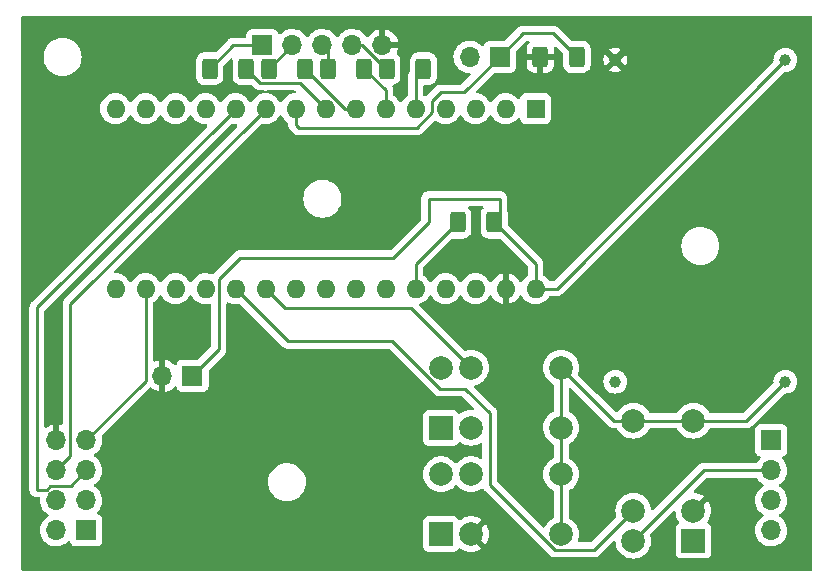
<source format=gbr>
%TF.GenerationSoftware,KiCad,Pcbnew,(6.0.6-0)*%
%TF.CreationDate,2022-07-16T17:32:28+08:00*%
%TF.ProjectId,__,8cc82e6b-6963-4616-945f-706362585858,rev?*%
%TF.SameCoordinates,Original*%
%TF.FileFunction,Copper,L2,Bot*%
%TF.FilePolarity,Positive*%
%FSLAX46Y46*%
G04 Gerber Fmt 4.6, Leading zero omitted, Abs format (unit mm)*
G04 Created by KiCad (PCBNEW (6.0.6-0)) date 2022-07-16 17:32:28*
%MOMM*%
%LPD*%
G01*
G04 APERTURE LIST*
G04 Aperture macros list*
%AMRoundRect*
0 Rectangle with rounded corners*
0 $1 Rounding radius*
0 $2 $3 $4 $5 $6 $7 $8 $9 X,Y pos of 4 corners*
0 Add a 4 corners polygon primitive as box body*
4,1,4,$2,$3,$4,$5,$6,$7,$8,$9,$2,$3,0*
0 Add four circle primitives for the rounded corners*
1,1,$1+$1,$2,$3*
1,1,$1+$1,$4,$5*
1,1,$1+$1,$6,$7*
1,1,$1+$1,$8,$9*
0 Add four rect primitives between the rounded corners*
20,1,$1+$1,$2,$3,$4,$5,0*
20,1,$1+$1,$4,$5,$6,$7,0*
20,1,$1+$1,$6,$7,$8,$9,0*
20,1,$1+$1,$8,$9,$2,$3,0*%
G04 Aperture macros list end*
%TA.AperFunction,ComponentPad*%
%ADD10R,1.700000X1.700000*%
%TD*%
%TA.AperFunction,ComponentPad*%
%ADD11O,1.700000X1.700000*%
%TD*%
%TA.AperFunction,ComponentPad*%
%ADD12R,1.600000X1.600000*%
%TD*%
%TA.AperFunction,ComponentPad*%
%ADD13O,1.600000X1.600000*%
%TD*%
%TA.AperFunction,ComponentPad*%
%ADD14C,1.000000*%
%TD*%
%TA.AperFunction,ComponentPad*%
%ADD15R,2.000000X2.000000*%
%TD*%
%TA.AperFunction,ComponentPad*%
%ADD16C,2.000000*%
%TD*%
%TA.AperFunction,SMDPad,CuDef*%
%ADD17RoundRect,0.250000X-0.400000X-0.625000X0.400000X-0.625000X0.400000X0.625000X-0.400000X0.625000X0*%
%TD*%
%TA.AperFunction,SMDPad,CuDef*%
%ADD18RoundRect,0.250000X0.400000X0.625000X-0.400000X0.625000X-0.400000X-0.625000X0.400000X-0.625000X0*%
%TD*%
%TA.AperFunction,ViaPad*%
%ADD19C,0.800000*%
%TD*%
%TA.AperFunction,Conductor*%
%ADD20C,0.250000*%
%TD*%
G04 APERTURE END LIST*
D10*
%TO.P,J4_LIGHT,1,Pin_1*%
%TO.N,Net-(J4-Pad1)*%
X127000000Y-101460000D03*
D11*
%TO.P,J4_LIGHT,2,Pin_2*%
%TO.N,Net-(J4-Pad2)*%
X127000000Y-104000000D03*
%TO.P,J4_LIGHT,3,Pin_3*%
%TO.N,Net-(J4-Pad3)*%
X127000000Y-106540000D03*
%TO.P,J4_LIGHT,4,Pin_4*%
%TO.N,Net-(J4-Pad4)*%
X127000000Y-109080000D03*
%TD*%
D10*
%TO.P,J2_BTN,1,Pin_1*%
%TO.N,Net-(Arduino1-Pad9)*%
X104000000Y-69000000D03*
D11*
%TO.P,J2_BTN,2,Pin_2*%
%TO.N,5V*%
X101460000Y-69000000D03*
%TD*%
D12*
%TO.P,Arduino1,1,TX*%
%TO.N,unconnected-(Arduino1-Pad1)*%
X107050000Y-73390000D03*
D13*
%TO.P,Arduino1,2,RX*%
%TO.N,unconnected-(Arduino1-Pad2)*%
X104510000Y-73390000D03*
%TO.P,Arduino1,3,RST*%
%TO.N,unconnected-(Arduino1-Pad3)*%
X101970000Y-73390000D03*
%TO.P,Arduino1,4,GND*%
%TO.N,unconnected-(Arduino1-Pad4)*%
X99430000Y-73390000D03*
%TO.P,Arduino1,5,D2*%
%TO.N,Net-(Arduino1-Pad5)*%
X96890000Y-73390000D03*
%TO.P,Arduino1,6,D3*%
%TO.N,Net-(Arduino1-Pad6)*%
X94350000Y-73390000D03*
%TO.P,Arduino1,7,D4*%
%TO.N,Net-(Arduino1-Pad7)*%
X91810000Y-73390000D03*
%TO.P,Arduino1,8,D5*%
%TO.N,Net-(Arduino1-Pad8)*%
X89270000Y-73390000D03*
%TO.P,Arduino1,9,D6*%
%TO.N,Net-(Arduino1-Pad9)*%
X86730000Y-73390000D03*
%TO.P,Arduino1,10,D7*%
%TO.N,Net-(Arduino1-Pad10)*%
X84190000Y-73390000D03*
%TO.P,Arduino1,11,D8*%
%TO.N,Net-(Arduino1-Pad11)*%
X81650000Y-73390000D03*
%TO.P,Arduino1,12,D9*%
%TO.N,unconnected-(Arduino1-Pad12)*%
X79110000Y-73390000D03*
%TO.P,Arduino1,13,D10(~{SS})*%
%TO.N,unconnected-(Arduino1-Pad13)*%
X76570000Y-73390000D03*
%TO.P,Arduino1,14,D11(MOSI)*%
%TO.N,Net-(Arduino1-Pad14)*%
X74030000Y-73390000D03*
%TO.P,Arduino1,15,D12(MISO)*%
%TO.N,Net-(Arduino1-Pad15)*%
X71490000Y-73390000D03*
%TO.P,Arduino1,16,D13*%
%TO.N,Net-(Arduino1-Pad16)*%
X71490000Y-88630000D03*
%TO.P,Arduino1,17,3V3*%
%TO.N,Net-(Arduino1-Pad17)*%
X74030000Y-88630000D03*
%TO.P,Arduino1,18,REF*%
%TO.N,unconnected-(Arduino1-Pad18)*%
X76570000Y-88630000D03*
%TO.P,Arduino1,19,A0*%
%TO.N,Net-(Arduino1-Pad19)*%
X79110000Y-88630000D03*
%TO.P,Arduino1,20,A1*%
%TO.N,Net-(Arduino1-Pad20)*%
X81650000Y-88630000D03*
%TO.P,Arduino1,21,A2*%
%TO.N,Net-(Arduino1-Pad21)*%
X84190000Y-88630000D03*
%TO.P,Arduino1,22,A3*%
%TO.N,unconnected-(Arduino1-Pad22)*%
X86730000Y-88630000D03*
%TO.P,Arduino1,23,A4*%
%TO.N,unconnected-(Arduino1-Pad23)*%
X89270000Y-88630000D03*
%TO.P,Arduino1,24,A5*%
%TO.N,unconnected-(Arduino1-Pad24)*%
X91810000Y-88630000D03*
%TO.P,Arduino1,25,A6*%
%TO.N,unconnected-(Arduino1-Pad25)*%
X94350000Y-88630000D03*
%TO.P,Arduino1,26,A7*%
%TO.N,Net-(Arduino1-Pad26)*%
X96890000Y-88630000D03*
%TO.P,Arduino1,27,5V*%
%TO.N,5V*%
X99430000Y-88630000D03*
%TO.P,Arduino1,28,RST*%
%TO.N,unconnected-(Arduino1-Pad28)*%
X101970000Y-88630000D03*
%TO.P,Arduino1,29,GND*%
%TO.N,Earth*%
X104510000Y-88630000D03*
%TO.P,Arduino1,30,VIN*%
%TO.N,VIN*%
X107050000Y-88630000D03*
%TD*%
D14*
%TO.P,TR1,1,Vin(-)*%
%TO.N,Earth*%
X113800000Y-69250000D03*
%TO.P,TR1,2,Vin(+)*%
%TO.N,VIN*%
X128200000Y-69250000D03*
%TO.P,TR1,3,Out(-)*%
%TO.N,Net-(J4-Pad4)*%
X113800000Y-96500000D03*
%TO.P,TR1,4,Out(+)*%
%TO.N,Net-(K1-Pad5)*%
X128200000Y-96500000D03*
%TD*%
D15*
%TO.P,K2,1*%
%TO.N,unconnected-(K2-Pad1)*%
X120407500Y-109957500D03*
D16*
%TO.P,K2,2*%
%TO.N,Earth*%
X120407500Y-107417500D03*
%TO.P,K2,5*%
%TO.N,Net-(K1-Pad5)*%
X120407500Y-99797500D03*
%TO.P,K2,6*%
X115327500Y-99797500D03*
%TO.P,K2,9*%
%TO.N,Net-(Arduino1-Pad20)*%
X115327500Y-107417500D03*
%TO.P,K2,10*%
%TO.N,Net-(J4-Pad2)*%
X115327500Y-109957500D03*
%TD*%
D15*
%TO.P,K1,1*%
%TO.N,unconnected-(K1-Pad1)*%
X99042500Y-109407500D03*
D16*
%TO.P,K1,2*%
%TO.N,Earth*%
X101582500Y-109407500D03*
%TO.P,K1,5*%
%TO.N,Net-(K1-Pad5)*%
X109202500Y-109407500D03*
%TO.P,K1,6*%
X109202500Y-104327500D03*
%TO.P,K1,9*%
%TO.N,Net-(Arduino1-Pad19)*%
X101582500Y-104327500D03*
%TO.P,K1,10*%
%TO.N,Net-(J4-Pad3)*%
X99042500Y-104327500D03*
%TD*%
D10*
%TO.P,J3_2.4G,1,EMPTY*%
%TO.N,unconnected-(J3-Pad1)*%
X69000000Y-109080000D03*
D11*
%TO.P,J3_2.4G,2,MISO*%
%TO.N,Net-(Arduino1-Pad15)*%
X66460000Y-109080000D03*
%TO.P,J3_2.4G,3,MOSI*%
%TO.N,Net-(Arduino1-Pad14)*%
X69000000Y-106540000D03*
%TO.P,J3_2.4G,4,SCLK*%
%TO.N,Net-(Arduino1-Pad16)*%
X66460000Y-106540000D03*
%TO.P,J3_2.4G,5,CSN*%
%TO.N,Net-(Arduino1-Pad11)*%
X69000000Y-104000000D03*
%TO.P,J3_2.4G,6,CE*%
%TO.N,Net-(Arduino1-Pad10)*%
X66460000Y-104000000D03*
%TO.P,J3_2.4G,7,VCC*%
%TO.N,Net-(Arduino1-Pad17)*%
X69000000Y-101460000D03*
%TO.P,J3_2.4G,8,GND*%
%TO.N,Earth*%
X66460000Y-101460000D03*
%TD*%
D10*
%TO.P,J6_PWR,1,Pin_1*%
%TO.N,VIN*%
X78000000Y-96000000D03*
D11*
%TO.P,J6_PWR,2,Pin_2*%
%TO.N,Earth*%
X75460000Y-96000000D03*
%TD*%
D10*
%TO.P,J1_LED,1,Pin_1*%
%TO.N,Net-(J1-Pad1)*%
X83925000Y-68000000D03*
D11*
%TO.P,J1_LED,2,Pin_2*%
%TO.N,Net-(J1-Pad2)*%
X86465000Y-68000000D03*
%TO.P,J1_LED,3,Pin_3*%
%TO.N,Net-(J1-Pad3)*%
X89005000Y-68000000D03*
%TO.P,J1_LED,4,Pin_4*%
%TO.N,Net-(J1-Pad4)*%
X91545000Y-68000000D03*
%TO.P,J1_LED,5,Pin_5*%
%TO.N,Earth*%
X94085000Y-68000000D03*
%TD*%
D15*
%TO.P,K3,1*%
%TO.N,unconnected-(K3-Pad1)*%
X99042500Y-100407500D03*
D16*
%TO.P,K3,2*%
%TO.N,Earth*%
X101582500Y-100407500D03*
%TO.P,K3,5*%
%TO.N,Net-(K1-Pad5)*%
X109202500Y-100407500D03*
%TO.P,K3,6*%
X109202500Y-95327500D03*
%TO.P,K3,9*%
%TO.N,Net-(Arduino1-Pad21)*%
X101582500Y-95327500D03*
%TO.P,K3,10*%
%TO.N,Net-(J4-Pad1)*%
X99042500Y-95327500D03*
%TD*%
D17*
%TO.P,R2,1*%
%TO.N,Net-(J1-Pad4)*%
X94450000Y-70000000D03*
%TO.P,R2,2*%
%TO.N,Net-(Arduino1-Pad5)*%
X97550000Y-70000000D03*
%TD*%
%TO.P,R3,1*%
%TO.N,Net-(J1-Pad3)*%
X89450000Y-70000000D03*
%TO.P,R3,2*%
%TO.N,Net-(Arduino1-Pad6)*%
X92550000Y-70000000D03*
%TD*%
D18*
%TO.P,R1,1*%
%TO.N,Net-(Arduino1-Pad9)*%
X110550000Y-69000000D03*
%TO.P,R1,2*%
%TO.N,Earth*%
X107450000Y-69000000D03*
%TD*%
%TO.P,R6,1*%
%TO.N,VIN*%
X103550000Y-83000000D03*
%TO.P,R6,2*%
%TO.N,Net-(Arduino1-Pad26)*%
X100450000Y-83000000D03*
%TD*%
D17*
%TO.P,R4,1*%
%TO.N,Net-(J1-Pad2)*%
X84450000Y-70000000D03*
%TO.P,R4,2*%
%TO.N,Net-(Arduino1-Pad7)*%
X87550000Y-70000000D03*
%TD*%
%TO.P,R5,1*%
%TO.N,Net-(J1-Pad1)*%
X79450000Y-70000000D03*
%TO.P,R5,2*%
%TO.N,Net-(Arduino1-Pad8)*%
X82550000Y-70000000D03*
%TD*%
D19*
%TO.N,Earth*%
X77000000Y-92000000D03*
X66000000Y-94000000D03*
X115000000Y-91000000D03*
X95000000Y-109000000D03*
X112000000Y-103000000D03*
X126000000Y-90000000D03*
X85000000Y-109000000D03*
X73000000Y-107000000D03*
X124000000Y-108000000D03*
X66000000Y-75000000D03*
X126000000Y-75000000D03*
X85000000Y-81000000D03*
X70000000Y-83000000D03*
X118000000Y-103000000D03*
X116000000Y-72000000D03*
X105000000Y-92000000D03*
X95000000Y-80000000D03*
X90000000Y-102000000D03*
X73000000Y-68000000D03*
%TD*%
D20*
%TO.N,Net-(Arduino1-Pad5)*%
X96890000Y-70660000D02*
X96890000Y-73390000D01*
X97550000Y-70000000D02*
X96890000Y-70660000D01*
%TO.N,Net-(Arduino1-Pad6)*%
X92550000Y-70000000D02*
X94350000Y-71800000D01*
X94350000Y-71800000D02*
X94350000Y-73390000D01*
%TO.N,Net-(Arduino1-Pad7)*%
X87550000Y-70000000D02*
X90940000Y-73390000D01*
X90940000Y-73390000D02*
X91810000Y-73390000D01*
%TO.N,Net-(Arduino1-Pad8)*%
X83750000Y-71200000D02*
X87080000Y-71200000D01*
X87080000Y-71200000D02*
X89270000Y-73390000D01*
X82550000Y-70000000D02*
X83750000Y-71200000D01*
%TO.N,Net-(Arduino1-Pad9)*%
X99000000Y-72000000D02*
X98305000Y-72695000D01*
X99000000Y-72000000D02*
X101000000Y-72000000D01*
X86730000Y-74730000D02*
X86730000Y-73390000D01*
X101000000Y-72000000D02*
X104000000Y-69000000D01*
X97000000Y-75000000D02*
X87000000Y-75000000D01*
X98305000Y-72695000D02*
X98305000Y-73695000D01*
X104000000Y-69000000D02*
X106000000Y-67000000D01*
X98305000Y-73695000D02*
X97000000Y-75000000D01*
X87000000Y-75000000D02*
X86730000Y-74730000D01*
X106000000Y-67000000D02*
X108550000Y-67000000D01*
X108550000Y-67000000D02*
X110550000Y-69000000D01*
%TO.N,Net-(Arduino1-Pad10)*%
X66460000Y-104000000D02*
X67635000Y-102825000D01*
X67635000Y-102825000D02*
X67635000Y-89945000D01*
X67635000Y-89945000D02*
X84190000Y-73390000D01*
%TO.N,Net-(Arduino1-Pad11)*%
X65973299Y-105316699D02*
X67683301Y-105316699D01*
X64823557Y-105644999D02*
X65644999Y-105644999D01*
X64823557Y-90216443D02*
X64823557Y-105644999D01*
X81650000Y-73390000D02*
X64823557Y-90216443D01*
X65644999Y-105644999D02*
X65973299Y-105316699D01*
X67683301Y-105316699D02*
X69000000Y-104000000D01*
%TO.N,Net-(Arduino1-Pad17)*%
X74030000Y-96430000D02*
X74030000Y-88630000D01*
X69000000Y-101460000D02*
X74030000Y-96430000D01*
%TO.N,Net-(Arduino1-Pad20)*%
X112012500Y-110732500D02*
X108653667Y-110732500D01*
X86095000Y-93075000D02*
X94916167Y-93075000D01*
X103181305Y-105260138D02*
X103181305Y-99181305D01*
X103181305Y-99181305D02*
X101079417Y-97079417D01*
X115327500Y-107417500D02*
X112012500Y-110732500D01*
X81650000Y-88630000D02*
X86095000Y-93075000D01*
X101079417Y-97079417D02*
X98920583Y-97079417D01*
X94916167Y-93075000D02*
X98920583Y-97079417D01*
X108653667Y-110732500D02*
X103181305Y-105260138D01*
%TO.N,Net-(Arduino1-Pad21)*%
X101582500Y-95327500D02*
X96521443Y-90266443D01*
X85826443Y-90266443D02*
X84190000Y-88630000D01*
X96521443Y-90266443D02*
X85826443Y-90266443D01*
%TO.N,Net-(Arduino1-Pad26)*%
X100450000Y-83000000D02*
X96890000Y-86560000D01*
X96890000Y-86560000D02*
X96890000Y-88630000D01*
%TO.N,VIN*%
X80235000Y-87765000D02*
X82000000Y-86000000D01*
X82000000Y-86000000D02*
X95000000Y-86000000D01*
X107050000Y-88630000D02*
X108820000Y-88630000D01*
X98000000Y-81000000D02*
X104000000Y-81000000D01*
X98000000Y-83000000D02*
X98000000Y-81000000D01*
X103550000Y-83000000D02*
X107050000Y-86500000D01*
X95000000Y-86000000D02*
X98000000Y-83000000D01*
X107050000Y-86500000D02*
X107050000Y-88630000D01*
X104000000Y-82550000D02*
X103550000Y-83000000D01*
X108820000Y-88630000D02*
X128200000Y-69250000D01*
X80235000Y-93765000D02*
X80235000Y-88765000D01*
X80235000Y-88765000D02*
X80235000Y-87765000D01*
X104000000Y-81000000D02*
X104000000Y-82550000D01*
X78000000Y-96000000D02*
X80235000Y-93765000D01*
%TO.N,Net-(J4-Pad2)*%
X115327500Y-109957500D02*
X121285000Y-104000000D01*
X121285000Y-104000000D02*
X127000000Y-104000000D01*
%TO.N,Net-(K1-Pad5)*%
X115327500Y-99797500D02*
X113672500Y-99797500D01*
X109202500Y-95327500D02*
X109202500Y-100407500D01*
X124902500Y-99797500D02*
X128200000Y-96500000D01*
X109202500Y-104327500D02*
X109202500Y-109407500D01*
X120407500Y-99797500D02*
X124902500Y-99797500D01*
X115327500Y-99797500D02*
X120407500Y-99797500D01*
X113672500Y-99797500D02*
X109202500Y-95327500D01*
X109202500Y-100407500D02*
X109202500Y-104327500D01*
%TO.N,Net-(J1-Pad1)*%
X79450000Y-70000000D02*
X81450000Y-68000000D01*
X81450000Y-68000000D02*
X83925000Y-68000000D01*
%TO.N,Net-(J1-Pad2)*%
X84450000Y-70000000D02*
X84465000Y-70000000D01*
X84465000Y-70000000D02*
X86465000Y-68000000D01*
%TO.N,Net-(J1-Pad3)*%
X89450000Y-68445000D02*
X89005000Y-68000000D01*
X89450000Y-70000000D02*
X89450000Y-68445000D01*
%TO.N,Net-(J1-Pad4)*%
X92388173Y-68000000D02*
X91545000Y-68000000D01*
X94388173Y-70000000D02*
X92388173Y-68000000D01*
%TD*%
%TA.AperFunction,Conductor*%
%TO.N,Earth*%
G36*
X130433621Y-65528502D02*
G01*
X130480114Y-65582158D01*
X130491500Y-65634500D01*
X130491500Y-112365500D01*
X130471498Y-112433621D01*
X130417842Y-112480114D01*
X130365500Y-112491500D01*
X63634500Y-112491500D01*
X63566379Y-112471498D01*
X63519886Y-112417842D01*
X63508500Y-112365500D01*
X63508500Y-110455634D01*
X97534000Y-110455634D01*
X97540755Y-110517816D01*
X97591885Y-110654205D01*
X97679239Y-110770761D01*
X97795795Y-110858115D01*
X97932184Y-110909245D01*
X97994366Y-110916000D01*
X100090634Y-110916000D01*
X100152816Y-110909245D01*
X100289205Y-110858115D01*
X100405761Y-110770761D01*
X100487730Y-110661391D01*
X100487730Y-110661390D01*
X100493115Y-110654205D01*
X100493173Y-110654050D01*
X100540291Y-110607037D01*
X100609682Y-110592022D01*
X100676175Y-110616906D01*
X100682386Y-110621881D01*
X100689617Y-110628057D01*
X100697601Y-110633857D01*
X100891542Y-110752705D01*
X100900337Y-110757187D01*
X101110488Y-110844234D01*
X101119873Y-110847283D01*
X101341054Y-110900385D01*
X101350801Y-110901928D01*
X101577570Y-110919775D01*
X101587430Y-110919775D01*
X101814199Y-110901928D01*
X101823946Y-110900385D01*
X102045127Y-110847283D01*
X102054512Y-110844234D01*
X102264663Y-110757187D01*
X102273458Y-110752705D01*
X102440945Y-110650068D01*
X102450407Y-110639610D01*
X102446624Y-110630834D01*
X101312385Y-109496595D01*
X101278359Y-109434283D01*
X101280194Y-109408632D01*
X101946908Y-109408632D01*
X101947039Y-109410465D01*
X101951290Y-109417080D01*
X102802790Y-110268580D01*
X102815170Y-110275340D01*
X102822820Y-110269613D01*
X102927705Y-110098458D01*
X102932187Y-110089663D01*
X103019234Y-109879512D01*
X103022283Y-109870127D01*
X103075385Y-109648946D01*
X103076928Y-109639199D01*
X103094775Y-109412430D01*
X103094775Y-109402570D01*
X103076928Y-109175801D01*
X103075385Y-109166054D01*
X103022283Y-108944873D01*
X103019234Y-108935488D01*
X102932187Y-108725337D01*
X102927705Y-108716542D01*
X102825068Y-108549055D01*
X102814610Y-108539593D01*
X102805834Y-108543376D01*
X101954522Y-109394688D01*
X101946908Y-109408632D01*
X101280194Y-109408632D01*
X101283424Y-109363468D01*
X101312385Y-109318405D01*
X102443580Y-108187210D01*
X102450340Y-108174830D01*
X102444613Y-108167180D01*
X102273458Y-108062295D01*
X102264663Y-108057813D01*
X102054512Y-107970766D01*
X102045127Y-107967717D01*
X101823946Y-107914615D01*
X101814199Y-107913072D01*
X101587430Y-107895225D01*
X101577570Y-107895225D01*
X101350801Y-107913072D01*
X101341054Y-107914615D01*
X101119873Y-107967717D01*
X101110488Y-107970766D01*
X100900337Y-108057813D01*
X100891542Y-108062295D01*
X100697601Y-108181143D01*
X100689617Y-108186943D01*
X100682386Y-108193119D01*
X100617596Y-108222151D01*
X100547396Y-108211547D01*
X100494812Y-108165323D01*
X100493115Y-108160795D01*
X100487730Y-108153610D01*
X100487729Y-108153608D01*
X100411142Y-108051419D01*
X100405761Y-108044239D01*
X100289205Y-107956885D01*
X100152816Y-107905755D01*
X100090634Y-107899000D01*
X97994366Y-107899000D01*
X97932184Y-107905755D01*
X97795795Y-107956885D01*
X97679239Y-108044239D01*
X97591885Y-108160795D01*
X97540755Y-108297184D01*
X97534000Y-108359366D01*
X97534000Y-110455634D01*
X63508500Y-110455634D01*
X63508500Y-90196386D01*
X64185337Y-90196386D01*
X64186083Y-90204278D01*
X64189498Y-90240404D01*
X64190057Y-90252262D01*
X64190057Y-105573206D01*
X64187825Y-105596815D01*
X64186282Y-105604905D01*
X64189566Y-105657111D01*
X64189808Y-105660950D01*
X64190057Y-105668861D01*
X64190057Y-105684855D01*
X64192063Y-105700729D01*
X64192805Y-105708589D01*
X64196332Y-105764649D01*
X64198782Y-105772190D01*
X64198878Y-105772486D01*
X64204051Y-105795630D01*
X64204089Y-105795934D01*
X64204090Y-105795939D01*
X64205083Y-105803796D01*
X64207999Y-105811161D01*
X64208000Y-105811165D01*
X64225756Y-105856010D01*
X64228428Y-105863429D01*
X64245793Y-105916874D01*
X64250043Y-105923570D01*
X64250043Y-105923571D01*
X64250207Y-105923830D01*
X64260972Y-105944957D01*
X64261086Y-105945245D01*
X64261089Y-105945250D01*
X64264005Y-105952616D01*
X64268661Y-105959024D01*
X64268664Y-105959030D01*
X64297015Y-105998051D01*
X64301458Y-106004588D01*
X64331557Y-106052017D01*
X64337335Y-106057443D01*
X64337336Y-106057444D01*
X64337564Y-106057658D01*
X64353245Y-106075445D01*
X64358085Y-106082106D01*
X64364194Y-106087160D01*
X64364195Y-106087161D01*
X64401353Y-106117902D01*
X64407287Y-106123133D01*
X64442455Y-106156157D01*
X64442458Y-106156159D01*
X64448236Y-106161585D01*
X64455460Y-106165557D01*
X64475063Y-106178880D01*
X64475303Y-106179079D01*
X64475310Y-106179083D01*
X64481413Y-106184132D01*
X64520957Y-106202740D01*
X64532233Y-106208046D01*
X64539265Y-106211628D01*
X64588497Y-106238694D01*
X64596172Y-106240664D01*
X64596178Y-106240667D01*
X64596476Y-106240743D01*
X64618785Y-106248775D01*
X64619060Y-106248905D01*
X64619068Y-106248908D01*
X64626239Y-106252282D01*
X64681406Y-106262805D01*
X64689115Y-106264528D01*
X64723108Y-106273256D01*
X64735850Y-106276528D01*
X64735851Y-106276528D01*
X64743527Y-106278499D01*
X64751764Y-106278499D01*
X64775373Y-106280731D01*
X64775676Y-106280789D01*
X64775680Y-106280789D01*
X64783463Y-106282274D01*
X64839508Y-106278748D01*
X64847419Y-106278499D01*
X64981455Y-106278499D01*
X65049576Y-106298501D01*
X65096069Y-106352157D01*
X65106742Y-106417887D01*
X65104431Y-106439511D01*
X65097800Y-106501562D01*
X65097251Y-106506695D01*
X65097548Y-106511847D01*
X65097548Y-106511851D01*
X65103011Y-106606590D01*
X65110110Y-106729715D01*
X65111247Y-106734761D01*
X65111248Y-106734767D01*
X65131119Y-106822939D01*
X65159222Y-106947639D01*
X65243266Y-107154616D01*
X65294019Y-107237438D01*
X65357291Y-107340688D01*
X65359987Y-107345088D01*
X65506250Y-107513938D01*
X65678126Y-107656632D01*
X65731147Y-107687615D01*
X65751445Y-107699476D01*
X65800169Y-107751114D01*
X65813240Y-107820897D01*
X65786509Y-107886669D01*
X65746055Y-107920027D01*
X65733607Y-107926507D01*
X65729474Y-107929610D01*
X65729471Y-107929612D01*
X65559100Y-108057530D01*
X65554965Y-108060635D01*
X65517669Y-108099663D01*
X65437721Y-108183324D01*
X65400629Y-108222138D01*
X65274743Y-108406680D01*
X65259003Y-108440590D01*
X65184349Y-108601419D01*
X65180688Y-108609305D01*
X65120989Y-108824570D01*
X65097251Y-109046695D01*
X65097548Y-109051848D01*
X65097548Y-109051851D01*
X65104695Y-109175801D01*
X65110110Y-109269715D01*
X65111247Y-109274761D01*
X65111248Y-109274767D01*
X65121083Y-109318405D01*
X65159222Y-109487639D01*
X65243266Y-109694616D01*
X65259305Y-109720789D01*
X65353863Y-109875094D01*
X65359987Y-109885088D01*
X65506250Y-110053938D01*
X65678126Y-110196632D01*
X65871000Y-110309338D01*
X66079692Y-110389030D01*
X66084760Y-110390061D01*
X66084763Y-110390062D01*
X66192017Y-110411883D01*
X66298597Y-110433567D01*
X66303772Y-110433757D01*
X66303774Y-110433757D01*
X66516673Y-110441564D01*
X66516677Y-110441564D01*
X66521837Y-110441753D01*
X66526957Y-110441097D01*
X66526959Y-110441097D01*
X66738288Y-110414025D01*
X66738289Y-110414025D01*
X66743416Y-110413368D01*
X66748366Y-110411883D01*
X66952429Y-110350661D01*
X66952434Y-110350659D01*
X66957384Y-110349174D01*
X67157994Y-110250896D01*
X67339860Y-110121173D01*
X67448091Y-110013319D01*
X67510462Y-109979404D01*
X67581268Y-109984592D01*
X67638030Y-110027238D01*
X67655012Y-110058341D01*
X67662756Y-110078998D01*
X67699385Y-110176705D01*
X67786739Y-110293261D01*
X67903295Y-110380615D01*
X68039684Y-110431745D01*
X68101866Y-110438500D01*
X69898134Y-110438500D01*
X69960316Y-110431745D01*
X70096705Y-110380615D01*
X70213261Y-110293261D01*
X70300615Y-110176705D01*
X70351745Y-110040316D01*
X70358500Y-109978134D01*
X70358500Y-108181866D01*
X70351745Y-108119684D01*
X70300615Y-107983295D01*
X70213261Y-107866739D01*
X70096705Y-107779385D01*
X70069905Y-107769338D01*
X69978203Y-107734960D01*
X69921439Y-107692318D01*
X69896739Y-107625756D01*
X69911947Y-107556408D01*
X69933493Y-107527727D01*
X70034435Y-107427137D01*
X70038096Y-107423489D01*
X70097594Y-107340689D01*
X70165435Y-107246277D01*
X70168453Y-107242077D01*
X70189320Y-107199857D01*
X70265136Y-107046453D01*
X70265137Y-107046451D01*
X70267430Y-107041811D01*
X70332370Y-106828069D01*
X70361529Y-106606590D01*
X70361846Y-106593609D01*
X70363074Y-106543365D01*
X70363074Y-106543361D01*
X70363156Y-106540000D01*
X70344852Y-106317361D01*
X70290431Y-106100702D01*
X70201354Y-105895840D01*
X70128880Y-105783812D01*
X70082822Y-105712617D01*
X70082820Y-105712614D01*
X70080014Y-105708277D01*
X69929670Y-105543051D01*
X69925619Y-105539852D01*
X69925615Y-105539848D01*
X69758414Y-105407800D01*
X69758410Y-105407798D01*
X69754359Y-105404598D01*
X69713053Y-105381796D01*
X69663084Y-105331364D01*
X69648312Y-105261921D01*
X69673428Y-105195516D01*
X69700780Y-105168909D01*
X69744603Y-105137650D01*
X69879860Y-105041173D01*
X69921178Y-105000000D01*
X84386526Y-105000000D01*
X84406391Y-105252403D01*
X84407545Y-105257210D01*
X84407546Y-105257216D01*
X84437455Y-105381797D01*
X84465495Y-105498591D01*
X84467388Y-105503162D01*
X84467389Y-105503164D01*
X84558979Y-105724281D01*
X84562384Y-105732502D01*
X84694672Y-105948376D01*
X84859102Y-106140898D01*
X85051624Y-106305328D01*
X85267498Y-106437616D01*
X85272068Y-106439509D01*
X85272072Y-106439511D01*
X85496836Y-106532611D01*
X85501409Y-106534505D01*
X85524298Y-106540000D01*
X85742784Y-106592454D01*
X85742790Y-106592455D01*
X85747597Y-106593609D01*
X85847416Y-106601465D01*
X85934345Y-106608307D01*
X85934352Y-106608307D01*
X85936801Y-106608500D01*
X86063199Y-106608500D01*
X86065648Y-106608307D01*
X86065655Y-106608307D01*
X86152584Y-106601465D01*
X86252403Y-106593609D01*
X86257210Y-106592455D01*
X86257216Y-106592454D01*
X86475702Y-106540000D01*
X86498591Y-106534505D01*
X86503164Y-106532611D01*
X86727928Y-106439511D01*
X86727932Y-106439509D01*
X86732502Y-106437616D01*
X86948376Y-106305328D01*
X87140898Y-106140898D01*
X87305328Y-105948376D01*
X87437616Y-105732502D01*
X87441022Y-105724281D01*
X87532611Y-105503164D01*
X87532612Y-105503162D01*
X87534505Y-105498591D01*
X87562545Y-105381797D01*
X87592454Y-105257216D01*
X87592455Y-105257210D01*
X87593609Y-105252403D01*
X87613474Y-105000000D01*
X87593609Y-104747597D01*
X87580662Y-104693665D01*
X87535660Y-104506221D01*
X87534505Y-104501409D01*
X87437616Y-104267498D01*
X87305328Y-104051624D01*
X87140898Y-103859102D01*
X86948376Y-103694672D01*
X86732502Y-103562384D01*
X86727932Y-103560491D01*
X86727928Y-103560489D01*
X86503164Y-103467389D01*
X86503162Y-103467388D01*
X86498591Y-103465495D01*
X86382099Y-103437528D01*
X86257216Y-103407546D01*
X86257210Y-103407545D01*
X86252403Y-103406391D01*
X86152584Y-103398535D01*
X86065655Y-103391693D01*
X86065648Y-103391693D01*
X86063199Y-103391500D01*
X85936801Y-103391500D01*
X85934352Y-103391693D01*
X85934345Y-103391693D01*
X85847416Y-103398535D01*
X85747597Y-103406391D01*
X85742790Y-103407545D01*
X85742784Y-103407546D01*
X85617901Y-103437528D01*
X85501409Y-103465495D01*
X85496838Y-103467388D01*
X85496836Y-103467389D01*
X85272072Y-103560489D01*
X85272068Y-103560491D01*
X85267498Y-103562384D01*
X85051624Y-103694672D01*
X84859102Y-103859102D01*
X84694672Y-104051624D01*
X84562384Y-104267498D01*
X84465495Y-104501409D01*
X84464340Y-104506221D01*
X84419339Y-104693665D01*
X84406391Y-104747597D01*
X84386526Y-105000000D01*
X69921178Y-105000000D01*
X69926125Y-104995070D01*
X69975825Y-104945543D01*
X70038096Y-104883489D01*
X70168453Y-104702077D01*
X70172611Y-104693665D01*
X70265136Y-104506453D01*
X70265137Y-104506451D01*
X70267430Y-104501811D01*
X70332370Y-104288069D01*
X70361529Y-104066590D01*
X70363156Y-104000000D01*
X70344852Y-103777361D01*
X70290431Y-103560702D01*
X70201354Y-103355840D01*
X70080014Y-103168277D01*
X69929670Y-103003051D01*
X69925619Y-102999852D01*
X69925615Y-102999848D01*
X69758414Y-102867800D01*
X69758410Y-102867798D01*
X69754359Y-102864598D01*
X69713053Y-102841796D01*
X69663084Y-102791364D01*
X69648312Y-102721921D01*
X69673428Y-102655516D01*
X69700780Y-102628909D01*
X69791956Y-102563874D01*
X69879860Y-102501173D01*
X70038096Y-102343489D01*
X70168453Y-102162077D01*
X70267430Y-101961811D01*
X70313684Y-101809573D01*
X70330865Y-101753023D01*
X70330865Y-101753021D01*
X70332370Y-101748069D01*
X70361529Y-101526590D01*
X70361611Y-101523240D01*
X70363074Y-101463365D01*
X70363074Y-101463361D01*
X70363156Y-101460000D01*
X70344852Y-101237361D01*
X70316821Y-101125765D01*
X70319625Y-101054823D01*
X70349930Y-101005974D01*
X74357486Y-96998418D01*
X74419798Y-96964392D01*
X74490613Y-96969457D01*
X74527066Y-96990569D01*
X74674434Y-97112916D01*
X74682881Y-97118831D01*
X74866756Y-97226279D01*
X74876042Y-97230729D01*
X75075001Y-97306703D01*
X75084899Y-97309579D01*
X75188250Y-97330606D01*
X75202299Y-97329410D01*
X75206000Y-97319065D01*
X75206000Y-94683102D01*
X75202082Y-94669758D01*
X75187806Y-94667771D01*
X75149324Y-94673660D01*
X75139288Y-94676051D01*
X74936868Y-94742212D01*
X74927358Y-94746209D01*
X74847680Y-94787687D01*
X74778020Y-94801400D01*
X74712005Y-94775275D01*
X74670594Y-94717606D01*
X74663500Y-94675924D01*
X74663500Y-89849394D01*
X74683502Y-89781273D01*
X74717229Y-89746181D01*
X74869789Y-89639357D01*
X74869792Y-89639355D01*
X74874300Y-89636198D01*
X75036198Y-89474300D01*
X75047068Y-89458777D01*
X75094098Y-89391611D01*
X75167523Y-89286749D01*
X75169846Y-89281767D01*
X75169849Y-89281762D01*
X75185805Y-89247543D01*
X75232722Y-89194258D01*
X75300999Y-89174797D01*
X75368959Y-89195339D01*
X75414195Y-89247543D01*
X75430151Y-89281762D01*
X75430154Y-89281767D01*
X75432477Y-89286749D01*
X75505902Y-89391611D01*
X75552933Y-89458777D01*
X75563802Y-89474300D01*
X75725700Y-89636198D01*
X75730208Y-89639355D01*
X75730211Y-89639357D01*
X75768246Y-89665989D01*
X75913251Y-89767523D01*
X75918233Y-89769846D01*
X75918238Y-89769849D01*
X76114765Y-89861490D01*
X76120757Y-89864284D01*
X76126065Y-89865706D01*
X76126067Y-89865707D01*
X76336598Y-89922119D01*
X76336600Y-89922119D01*
X76341913Y-89923543D01*
X76570000Y-89943498D01*
X76798087Y-89923543D01*
X76803400Y-89922119D01*
X76803402Y-89922119D01*
X77013933Y-89865707D01*
X77013935Y-89865706D01*
X77019243Y-89864284D01*
X77025235Y-89861490D01*
X77221762Y-89769849D01*
X77221767Y-89769846D01*
X77226749Y-89767523D01*
X77371754Y-89665989D01*
X77409789Y-89639357D01*
X77409792Y-89639355D01*
X77414300Y-89636198D01*
X77576198Y-89474300D01*
X77587068Y-89458777D01*
X77634098Y-89391611D01*
X77707523Y-89286749D01*
X77709846Y-89281767D01*
X77709849Y-89281762D01*
X77725805Y-89247543D01*
X77772722Y-89194258D01*
X77840999Y-89174797D01*
X77908959Y-89195339D01*
X77954195Y-89247543D01*
X77970151Y-89281762D01*
X77970154Y-89281767D01*
X77972477Y-89286749D01*
X78045902Y-89391611D01*
X78092933Y-89458777D01*
X78103802Y-89474300D01*
X78265700Y-89636198D01*
X78270208Y-89639355D01*
X78270211Y-89639357D01*
X78308246Y-89665989D01*
X78453251Y-89767523D01*
X78458233Y-89769846D01*
X78458238Y-89769849D01*
X78654765Y-89861490D01*
X78660757Y-89864284D01*
X78666065Y-89865706D01*
X78666067Y-89865707D01*
X78876598Y-89922119D01*
X78876600Y-89922119D01*
X78881913Y-89923543D01*
X79110000Y-89943498D01*
X79338087Y-89923543D01*
X79442890Y-89895461D01*
X79513865Y-89897151D01*
X79572661Y-89936945D01*
X79600609Y-90002209D01*
X79601500Y-90017168D01*
X79601500Y-93450405D01*
X79581498Y-93518526D01*
X79564595Y-93539500D01*
X78499500Y-94604595D01*
X78437188Y-94638621D01*
X78410405Y-94641500D01*
X77101866Y-94641500D01*
X77039684Y-94648255D01*
X76903295Y-94699385D01*
X76786739Y-94786739D01*
X76699385Y-94903295D01*
X76696233Y-94911704D01*
X76696232Y-94911705D01*
X76654722Y-95022433D01*
X76612081Y-95079198D01*
X76545519Y-95103898D01*
X76476170Y-95088691D01*
X76443546Y-95063004D01*
X76392799Y-95007234D01*
X76385273Y-95000215D01*
X76218139Y-94868222D01*
X76209552Y-94862517D01*
X76023117Y-94759599D01*
X76013705Y-94755369D01*
X75812959Y-94684280D01*
X75802988Y-94681646D01*
X75731837Y-94668972D01*
X75718540Y-94670432D01*
X75714000Y-94684989D01*
X75714000Y-97318517D01*
X75718064Y-97332359D01*
X75731478Y-97334393D01*
X75738184Y-97333534D01*
X75748262Y-97331392D01*
X75952255Y-97270191D01*
X75961842Y-97266433D01*
X76153095Y-97172739D01*
X76161945Y-97167464D01*
X76335328Y-97043792D01*
X76343193Y-97037145D01*
X76447897Y-96932805D01*
X76510268Y-96898889D01*
X76581075Y-96904077D01*
X76637837Y-96946723D01*
X76654819Y-96977826D01*
X76699385Y-97096705D01*
X76786739Y-97213261D01*
X76903295Y-97300615D01*
X77039684Y-97351745D01*
X77101866Y-97358500D01*
X78898134Y-97358500D01*
X78960316Y-97351745D01*
X79096705Y-97300615D01*
X79213261Y-97213261D01*
X79300615Y-97096705D01*
X79351745Y-96960316D01*
X79358500Y-96898134D01*
X79358500Y-95589594D01*
X79378502Y-95521473D01*
X79395405Y-95500499D01*
X80627247Y-94268657D01*
X80635537Y-94261113D01*
X80642018Y-94257000D01*
X80688659Y-94207332D01*
X80691413Y-94204491D01*
X80711134Y-94184770D01*
X80713612Y-94181575D01*
X80721318Y-94172553D01*
X80746158Y-94146101D01*
X80751586Y-94140321D01*
X80761346Y-94122568D01*
X80772199Y-94106045D01*
X80779753Y-94096306D01*
X80784613Y-94090041D01*
X80802176Y-94049457D01*
X80807383Y-94038827D01*
X80828695Y-94000060D01*
X80830666Y-93992383D01*
X80830668Y-93992378D01*
X80833732Y-93980442D01*
X80840138Y-93961730D01*
X80845033Y-93950419D01*
X80848181Y-93943145D01*
X80849421Y-93935317D01*
X80849423Y-93935310D01*
X80855099Y-93899476D01*
X80857505Y-93887856D01*
X80866528Y-93852711D01*
X80866528Y-93852710D01*
X80868500Y-93845030D01*
X80868500Y-93824776D01*
X80870051Y-93805065D01*
X80871980Y-93792886D01*
X80873220Y-93785057D01*
X80869059Y-93741038D01*
X80868500Y-93729181D01*
X80868500Y-89907131D01*
X80888502Y-89839010D01*
X80942158Y-89792517D01*
X81012432Y-89782413D01*
X81047749Y-89792936D01*
X81072684Y-89804563D01*
X81189162Y-89858877D01*
X81200757Y-89864284D01*
X81206065Y-89865706D01*
X81206067Y-89865707D01*
X81416598Y-89922119D01*
X81416600Y-89922119D01*
X81421913Y-89923543D01*
X81650000Y-89943498D01*
X81878087Y-89923543D01*
X81883398Y-89922120D01*
X81883409Y-89922118D01*
X81941541Y-89906541D01*
X82012517Y-89908230D01*
X82063248Y-89939152D01*
X85591343Y-93467247D01*
X85598887Y-93475537D01*
X85603000Y-93482018D01*
X85608777Y-93487443D01*
X85652667Y-93528658D01*
X85655509Y-93531413D01*
X85675230Y-93551134D01*
X85678425Y-93553612D01*
X85687447Y-93561318D01*
X85719679Y-93591586D01*
X85726628Y-93595406D01*
X85737432Y-93601346D01*
X85753956Y-93612199D01*
X85769959Y-93624613D01*
X85810543Y-93642176D01*
X85821173Y-93647383D01*
X85859940Y-93668695D01*
X85867617Y-93670666D01*
X85867622Y-93670668D01*
X85879558Y-93673732D01*
X85898266Y-93680137D01*
X85916855Y-93688181D01*
X85924683Y-93689421D01*
X85924690Y-93689423D01*
X85960524Y-93695099D01*
X85972144Y-93697505D01*
X86007289Y-93706528D01*
X86014970Y-93708500D01*
X86035224Y-93708500D01*
X86054934Y-93710051D01*
X86074943Y-93713220D01*
X86082835Y-93712474D01*
X86118961Y-93709059D01*
X86130819Y-93708500D01*
X94601573Y-93708500D01*
X94669694Y-93728502D01*
X94690668Y-93745405D01*
X98416926Y-97471664D01*
X98424470Y-97479954D01*
X98428583Y-97486435D01*
X98434360Y-97491860D01*
X98478250Y-97533075D01*
X98481092Y-97535830D01*
X98500813Y-97555551D01*
X98504008Y-97558029D01*
X98513030Y-97565735D01*
X98545262Y-97596003D01*
X98552211Y-97599823D01*
X98563015Y-97605763D01*
X98579539Y-97616616D01*
X98595542Y-97629030D01*
X98636126Y-97646593D01*
X98646756Y-97651800D01*
X98685523Y-97673112D01*
X98693200Y-97675083D01*
X98693205Y-97675085D01*
X98705141Y-97678149D01*
X98723849Y-97684554D01*
X98742438Y-97692598D01*
X98750266Y-97693838D01*
X98750273Y-97693840D01*
X98786107Y-97699516D01*
X98797727Y-97701922D01*
X98832872Y-97710945D01*
X98840553Y-97712917D01*
X98860807Y-97712917D01*
X98880517Y-97714468D01*
X98900526Y-97717637D01*
X98908418Y-97716891D01*
X98944544Y-97713476D01*
X98956402Y-97712917D01*
X100764823Y-97712917D01*
X100832944Y-97732919D01*
X100853918Y-97749822D01*
X101793003Y-98688907D01*
X101827029Y-98751219D01*
X101821964Y-98822034D01*
X101779417Y-98878870D01*
X101712897Y-98903681D01*
X101694022Y-98903614D01*
X101587430Y-98895225D01*
X101577570Y-98895225D01*
X101350801Y-98913072D01*
X101341054Y-98914615D01*
X101119873Y-98967717D01*
X101110488Y-98970766D01*
X100900337Y-99057813D01*
X100891542Y-99062295D01*
X100697601Y-99181143D01*
X100689617Y-99186943D01*
X100682386Y-99193119D01*
X100617596Y-99222151D01*
X100547396Y-99211547D01*
X100494812Y-99165323D01*
X100493115Y-99160795D01*
X100487730Y-99153610D01*
X100487729Y-99153608D01*
X100411142Y-99051419D01*
X100405761Y-99044239D01*
X100289205Y-98956885D01*
X100152816Y-98905755D01*
X100090634Y-98899000D01*
X97994366Y-98899000D01*
X97932184Y-98905755D01*
X97795795Y-98956885D01*
X97679239Y-99044239D01*
X97591885Y-99160795D01*
X97540755Y-99297184D01*
X97534000Y-99359366D01*
X97534000Y-101455634D01*
X97540755Y-101517816D01*
X97591885Y-101654205D01*
X97679239Y-101770761D01*
X97795795Y-101858115D01*
X97932184Y-101909245D01*
X97994366Y-101916000D01*
X100090634Y-101916000D01*
X100152816Y-101909245D01*
X100289205Y-101858115D01*
X100405761Y-101770761D01*
X100455003Y-101705058D01*
X100487729Y-101661392D01*
X100487730Y-101661390D01*
X100493115Y-101654205D01*
X100493173Y-101654050D01*
X100540291Y-101607037D01*
X100609682Y-101592022D01*
X100676175Y-101616906D01*
X100682386Y-101621881D01*
X100689617Y-101628057D01*
X100697601Y-101633857D01*
X100891542Y-101752705D01*
X100900337Y-101757187D01*
X101110488Y-101844234D01*
X101119873Y-101847283D01*
X101341054Y-101900385D01*
X101350801Y-101901928D01*
X101577570Y-101919775D01*
X101587430Y-101919775D01*
X101814199Y-101901928D01*
X101823946Y-101900385D01*
X102045127Y-101847283D01*
X102054512Y-101844234D01*
X102264663Y-101757187D01*
X102273458Y-101752705D01*
X102355970Y-101702141D01*
X102424503Y-101683602D01*
X102492180Y-101705058D01*
X102537513Y-101759697D01*
X102547805Y-101809573D01*
X102547805Y-102924839D01*
X102527803Y-102992960D01*
X102474147Y-103039453D01*
X102403873Y-103049557D01*
X102355970Y-103032271D01*
X102273693Y-102981851D01*
X102273682Y-102981845D01*
X102269463Y-102979260D01*
X102264893Y-102977367D01*
X102264889Y-102977365D01*
X102054667Y-102890289D01*
X102054665Y-102890288D01*
X102050094Y-102888395D01*
X101969891Y-102869140D01*
X101824024Y-102834120D01*
X101824018Y-102834119D01*
X101819211Y-102832965D01*
X101582500Y-102814335D01*
X101345789Y-102832965D01*
X101340982Y-102834119D01*
X101340976Y-102834120D01*
X101195109Y-102869140D01*
X101114906Y-102888395D01*
X101110335Y-102890288D01*
X101110333Y-102890289D01*
X100900111Y-102977365D01*
X100900107Y-102977367D01*
X100895537Y-102979260D01*
X100891317Y-102981846D01*
X100697298Y-103100741D01*
X100697292Y-103100745D01*
X100693084Y-103103324D01*
X100512531Y-103257531D01*
X100509323Y-103261287D01*
X100509318Y-103261292D01*
X100408311Y-103379556D01*
X100348861Y-103418366D01*
X100277866Y-103418872D01*
X100216689Y-103379556D01*
X100115682Y-103261292D01*
X100115677Y-103261287D01*
X100112469Y-103257531D01*
X99931916Y-103103324D01*
X99927708Y-103100745D01*
X99927702Y-103100741D01*
X99733683Y-102981846D01*
X99729463Y-102979260D01*
X99724893Y-102977367D01*
X99724889Y-102977365D01*
X99514667Y-102890289D01*
X99514665Y-102890288D01*
X99510094Y-102888395D01*
X99429891Y-102869140D01*
X99284024Y-102834120D01*
X99284018Y-102834119D01*
X99279211Y-102832965D01*
X99042500Y-102814335D01*
X98805789Y-102832965D01*
X98800982Y-102834119D01*
X98800976Y-102834120D01*
X98655109Y-102869140D01*
X98574906Y-102888395D01*
X98570335Y-102890288D01*
X98570333Y-102890289D01*
X98360111Y-102977365D01*
X98360107Y-102977367D01*
X98355537Y-102979260D01*
X98351317Y-102981846D01*
X98157298Y-103100741D01*
X98157292Y-103100745D01*
X98153084Y-103103324D01*
X97972531Y-103257531D01*
X97818324Y-103438084D01*
X97815745Y-103442292D01*
X97815741Y-103442298D01*
X97732967Y-103577373D01*
X97694260Y-103640537D01*
X97692367Y-103645107D01*
X97692365Y-103645111D01*
X97639665Y-103772342D01*
X97603395Y-103859906D01*
X97602240Y-103864718D01*
X97553775Y-104066590D01*
X97547965Y-104090789D01*
X97529335Y-104327500D01*
X97547965Y-104564211D01*
X97603395Y-104795094D01*
X97605288Y-104799665D01*
X97605289Y-104799667D01*
X97675856Y-104970031D01*
X97694260Y-105014463D01*
X97696846Y-105018683D01*
X97815741Y-105212702D01*
X97815745Y-105212708D01*
X97818324Y-105216916D01*
X97972531Y-105397469D01*
X98153084Y-105551676D01*
X98157292Y-105554255D01*
X98157298Y-105554259D01*
X98348835Y-105671633D01*
X98355537Y-105675740D01*
X98360107Y-105677633D01*
X98360111Y-105677635D01*
X98570333Y-105764711D01*
X98574906Y-105766605D01*
X98655109Y-105785860D01*
X98800976Y-105820880D01*
X98800982Y-105820881D01*
X98805789Y-105822035D01*
X99042500Y-105840665D01*
X99279211Y-105822035D01*
X99284018Y-105820881D01*
X99284024Y-105820880D01*
X99429891Y-105785860D01*
X99510094Y-105766605D01*
X99514667Y-105764711D01*
X99724889Y-105677635D01*
X99724893Y-105677633D01*
X99729463Y-105675740D01*
X99736165Y-105671633D01*
X99927702Y-105554259D01*
X99927708Y-105554255D01*
X99931916Y-105551676D01*
X100112469Y-105397469D01*
X100115677Y-105393713D01*
X100115682Y-105393708D01*
X100216689Y-105275444D01*
X100276139Y-105236634D01*
X100347134Y-105236128D01*
X100408311Y-105275444D01*
X100509318Y-105393708D01*
X100509323Y-105393713D01*
X100512531Y-105397469D01*
X100693084Y-105551676D01*
X100697292Y-105554255D01*
X100697298Y-105554259D01*
X100888835Y-105671633D01*
X100895537Y-105675740D01*
X100900107Y-105677633D01*
X100900111Y-105677635D01*
X101110333Y-105764711D01*
X101114906Y-105766605D01*
X101195109Y-105785860D01*
X101340976Y-105820880D01*
X101340982Y-105820881D01*
X101345789Y-105822035D01*
X101582500Y-105840665D01*
X101819211Y-105822035D01*
X101824018Y-105820881D01*
X101824024Y-105820880D01*
X101969891Y-105785860D01*
X102050094Y-105766605D01*
X102054667Y-105764711D01*
X102264889Y-105677635D01*
X102264893Y-105677633D01*
X102269463Y-105675740D01*
X102273683Y-105673154D01*
X102273693Y-105673149D01*
X102468200Y-105553954D01*
X102536733Y-105535415D01*
X102604410Y-105556871D01*
X102635972Y-105587326D01*
X102647741Y-105603525D01*
X102654257Y-105613445D01*
X102676763Y-105651500D01*
X102691084Y-105665821D01*
X102703924Y-105680854D01*
X102715833Y-105697245D01*
X102734415Y-105712617D01*
X102749910Y-105725436D01*
X102758689Y-105733426D01*
X108150010Y-111124747D01*
X108157554Y-111133037D01*
X108161667Y-111139518D01*
X108167444Y-111144943D01*
X108211334Y-111186158D01*
X108214176Y-111188913D01*
X108233898Y-111208635D01*
X108237022Y-111211058D01*
X108237026Y-111211062D01*
X108237091Y-111211112D01*
X108246112Y-111218817D01*
X108278346Y-111249086D01*
X108285294Y-111252905D01*
X108285296Y-111252907D01*
X108296099Y-111258846D01*
X108312626Y-111269702D01*
X108322365Y-111277257D01*
X108322367Y-111277258D01*
X108328627Y-111282114D01*
X108369207Y-111299674D01*
X108379855Y-111304891D01*
X108408723Y-111320761D01*
X108418607Y-111326195D01*
X108426283Y-111328166D01*
X108426286Y-111328167D01*
X108438229Y-111331233D01*
X108456934Y-111337637D01*
X108475522Y-111345681D01*
X108483345Y-111346920D01*
X108483355Y-111346923D01*
X108519191Y-111352599D01*
X108530811Y-111355005D01*
X108562626Y-111363173D01*
X108573637Y-111366000D01*
X108593891Y-111366000D01*
X108613601Y-111367551D01*
X108633610Y-111370720D01*
X108641502Y-111369974D01*
X108660247Y-111368202D01*
X108677629Y-111366559D01*
X108689486Y-111366000D01*
X111933733Y-111366000D01*
X111944916Y-111366527D01*
X111952409Y-111368202D01*
X111960335Y-111367953D01*
X111960336Y-111367953D01*
X112020486Y-111366062D01*
X112024445Y-111366000D01*
X112052356Y-111366000D01*
X112056291Y-111365503D01*
X112056356Y-111365495D01*
X112068193Y-111364562D01*
X112100451Y-111363548D01*
X112104470Y-111363422D01*
X112112389Y-111363173D01*
X112131843Y-111357521D01*
X112151200Y-111353513D01*
X112163430Y-111351968D01*
X112163431Y-111351968D01*
X112171297Y-111350974D01*
X112178668Y-111348055D01*
X112178670Y-111348055D01*
X112212412Y-111334696D01*
X112223642Y-111330851D01*
X112258483Y-111320729D01*
X112258484Y-111320729D01*
X112266093Y-111318518D01*
X112272912Y-111314485D01*
X112272917Y-111314483D01*
X112283528Y-111308207D01*
X112301276Y-111299512D01*
X112320117Y-111292052D01*
X112355887Y-111266064D01*
X112365807Y-111259548D01*
X112397035Y-111241080D01*
X112397038Y-111241078D01*
X112403862Y-111237042D01*
X112418183Y-111222721D01*
X112433217Y-111209880D01*
X112434931Y-111208635D01*
X112449607Y-111197972D01*
X112477798Y-111163895D01*
X112485788Y-111155116D01*
X113611520Y-110029384D01*
X113673832Y-109995358D01*
X113744647Y-110000423D01*
X113801483Y-110042970D01*
X113826227Y-110108593D01*
X113832965Y-110194211D01*
X113834119Y-110199018D01*
X113834120Y-110199024D01*
X113860604Y-110309338D01*
X113888395Y-110425094D01*
X113890288Y-110429665D01*
X113890289Y-110429667D01*
X113977250Y-110639610D01*
X113979260Y-110644463D01*
X113981846Y-110648683D01*
X114100741Y-110842702D01*
X114100745Y-110842708D01*
X114103324Y-110846916D01*
X114257531Y-111027469D01*
X114438084Y-111181676D01*
X114442292Y-111184255D01*
X114442298Y-111184259D01*
X114618200Y-111292052D01*
X114640537Y-111305740D01*
X114645107Y-111307633D01*
X114645111Y-111307635D01*
X114855333Y-111394711D01*
X114859906Y-111396605D01*
X114907849Y-111408115D01*
X115085976Y-111450880D01*
X115085982Y-111450881D01*
X115090789Y-111452035D01*
X115327500Y-111470665D01*
X115564211Y-111452035D01*
X115569018Y-111450881D01*
X115569024Y-111450880D01*
X115747151Y-111408115D01*
X115795094Y-111396605D01*
X115799667Y-111394711D01*
X116009889Y-111307635D01*
X116009893Y-111307633D01*
X116014463Y-111305740D01*
X116036800Y-111292052D01*
X116212702Y-111184259D01*
X116212708Y-111184255D01*
X116216916Y-111181676D01*
X116397469Y-111027469D01*
X116551676Y-110846916D01*
X116554255Y-110842708D01*
X116554259Y-110842702D01*
X116673154Y-110648683D01*
X116675740Y-110644463D01*
X116677751Y-110639610D01*
X116764711Y-110429667D01*
X116764712Y-110429665D01*
X116766605Y-110425094D01*
X116794396Y-110309338D01*
X116820880Y-110199024D01*
X116820881Y-110199018D01*
X116822035Y-110194211D01*
X116840665Y-109957500D01*
X116822035Y-109720789D01*
X116815752Y-109694616D01*
X116768440Y-109497549D01*
X116771987Y-109426641D01*
X116801864Y-109379040D01*
X118691984Y-107488920D01*
X118754296Y-107454894D01*
X118825111Y-107459959D01*
X118881947Y-107502506D01*
X118906691Y-107568129D01*
X118913072Y-107649199D01*
X118914615Y-107658946D01*
X118967717Y-107880127D01*
X118970766Y-107889512D01*
X119057813Y-108099663D01*
X119062295Y-108108458D01*
X119181143Y-108302399D01*
X119186943Y-108310383D01*
X119193119Y-108317614D01*
X119222151Y-108382404D01*
X119211547Y-108452604D01*
X119165323Y-108505188D01*
X119160795Y-108506885D01*
X119153610Y-108512270D01*
X119153608Y-108512271D01*
X119117153Y-108539593D01*
X119044239Y-108594239D01*
X118956885Y-108710795D01*
X118905755Y-108847184D01*
X118899000Y-108909366D01*
X118899000Y-111005634D01*
X118905755Y-111067816D01*
X118956885Y-111204205D01*
X119044239Y-111320761D01*
X119160795Y-111408115D01*
X119297184Y-111459245D01*
X119359366Y-111466000D01*
X121455634Y-111466000D01*
X121517816Y-111459245D01*
X121654205Y-111408115D01*
X121770761Y-111320761D01*
X121858115Y-111204205D01*
X121909245Y-111067816D01*
X121916000Y-111005634D01*
X121916000Y-108909366D01*
X121909245Y-108847184D01*
X121858115Y-108710795D01*
X121770761Y-108594239D01*
X121697847Y-108539593D01*
X121661392Y-108512271D01*
X121661390Y-108512270D01*
X121654205Y-108506885D01*
X121654050Y-108506827D01*
X121607037Y-108459709D01*
X121592022Y-108390318D01*
X121616906Y-108323825D01*
X121621881Y-108317614D01*
X121628057Y-108310383D01*
X121633857Y-108302399D01*
X121752705Y-108108458D01*
X121757187Y-108099663D01*
X121844234Y-107889512D01*
X121847283Y-107880127D01*
X121900385Y-107658946D01*
X121901928Y-107649199D01*
X121919775Y-107422430D01*
X121919775Y-107412570D01*
X121901928Y-107185801D01*
X121900385Y-107176054D01*
X121847283Y-106954873D01*
X121844234Y-106945488D01*
X121757187Y-106735337D01*
X121752705Y-106726542D01*
X121650068Y-106559055D01*
X121639610Y-106549593D01*
X121630834Y-106553376D01*
X120496595Y-107687615D01*
X120434283Y-107721641D01*
X120363468Y-107716576D01*
X120318405Y-107687615D01*
X120137385Y-107506595D01*
X120103359Y-107444283D01*
X120108424Y-107373468D01*
X120137385Y-107328405D01*
X121268580Y-106197210D01*
X121275340Y-106184830D01*
X121269613Y-106177180D01*
X121098458Y-106072295D01*
X121089663Y-106067813D01*
X120879512Y-105980766D01*
X120870127Y-105977717D01*
X120648946Y-105924615D01*
X120639199Y-105923072D01*
X120558129Y-105916691D01*
X120491787Y-105891405D01*
X120449648Y-105834267D01*
X120445089Y-105763417D01*
X120478920Y-105701984D01*
X121510499Y-104670405D01*
X121572811Y-104636379D01*
X121599594Y-104633500D01*
X125724274Y-104633500D01*
X125792395Y-104653502D01*
X125831707Y-104693665D01*
X125899987Y-104805088D01*
X126046250Y-104973938D01*
X126218126Y-105116632D01*
X126288595Y-105157811D01*
X126291445Y-105159476D01*
X126340169Y-105211114D01*
X126353240Y-105280897D01*
X126326509Y-105346669D01*
X126286055Y-105380027D01*
X126273607Y-105386507D01*
X126269474Y-105389610D01*
X126269471Y-105389612D01*
X126118234Y-105503164D01*
X126094965Y-105520635D01*
X125940629Y-105682138D01*
X125937715Y-105686410D01*
X125937714Y-105686411D01*
X125882222Y-105767760D01*
X125814743Y-105866680D01*
X125777200Y-105947560D01*
X125726194Y-106057444D01*
X125720688Y-106069305D01*
X125660989Y-106284570D01*
X125637251Y-106506695D01*
X125637548Y-106511848D01*
X125637548Y-106511851D01*
X125643011Y-106606590D01*
X125650110Y-106729715D01*
X125651247Y-106734761D01*
X125651248Y-106734767D01*
X125671119Y-106822939D01*
X125699222Y-106947639D01*
X125783266Y-107154616D01*
X125834019Y-107237438D01*
X125897291Y-107340688D01*
X125899987Y-107345088D01*
X126046250Y-107513938D01*
X126218126Y-107656632D01*
X126271147Y-107687615D01*
X126291445Y-107699476D01*
X126340169Y-107751114D01*
X126353240Y-107820897D01*
X126326509Y-107886669D01*
X126286055Y-107920027D01*
X126273607Y-107926507D01*
X126269474Y-107929610D01*
X126269471Y-107929612D01*
X126099100Y-108057530D01*
X126094965Y-108060635D01*
X126057669Y-108099663D01*
X125977721Y-108183324D01*
X125940629Y-108222138D01*
X125814743Y-108406680D01*
X125799003Y-108440590D01*
X125724349Y-108601419D01*
X125720688Y-108609305D01*
X125660989Y-108824570D01*
X125637251Y-109046695D01*
X125637548Y-109051848D01*
X125637548Y-109051851D01*
X125644695Y-109175801D01*
X125650110Y-109269715D01*
X125651247Y-109274761D01*
X125651248Y-109274767D01*
X125661083Y-109318405D01*
X125699222Y-109487639D01*
X125783266Y-109694616D01*
X125799305Y-109720789D01*
X125893863Y-109875094D01*
X125899987Y-109885088D01*
X126046250Y-110053938D01*
X126218126Y-110196632D01*
X126411000Y-110309338D01*
X126619692Y-110389030D01*
X126624760Y-110390061D01*
X126624763Y-110390062D01*
X126732017Y-110411883D01*
X126838597Y-110433567D01*
X126843772Y-110433757D01*
X126843774Y-110433757D01*
X127056673Y-110441564D01*
X127056677Y-110441564D01*
X127061837Y-110441753D01*
X127066957Y-110441097D01*
X127066959Y-110441097D01*
X127278288Y-110414025D01*
X127278289Y-110414025D01*
X127283416Y-110413368D01*
X127288366Y-110411883D01*
X127492429Y-110350661D01*
X127492434Y-110350659D01*
X127497384Y-110349174D01*
X127697994Y-110250896D01*
X127879860Y-110121173D01*
X128038096Y-109963489D01*
X128097594Y-109880689D01*
X128165435Y-109786277D01*
X128168453Y-109782077D01*
X128234212Y-109649024D01*
X128265136Y-109586453D01*
X128265137Y-109586451D01*
X128267430Y-109581811D01*
X128332370Y-109368069D01*
X128361529Y-109146590D01*
X128363156Y-109080000D01*
X128344852Y-108857361D01*
X128290431Y-108640702D01*
X128201354Y-108435840D01*
X128115027Y-108302399D01*
X128082822Y-108252617D01*
X128082820Y-108252614D01*
X128080014Y-108248277D01*
X127929670Y-108083051D01*
X127925619Y-108079852D01*
X127925615Y-108079848D01*
X127758414Y-107947800D01*
X127758410Y-107947798D01*
X127754359Y-107944598D01*
X127713053Y-107921796D01*
X127663084Y-107871364D01*
X127648312Y-107801921D01*
X127673428Y-107735516D01*
X127700780Y-107708909D01*
X127744603Y-107677650D01*
X127879860Y-107581173D01*
X127901494Y-107559615D01*
X128034435Y-107427137D01*
X128038096Y-107423489D01*
X128097594Y-107340689D01*
X128165435Y-107246277D01*
X128168453Y-107242077D01*
X128189320Y-107199857D01*
X128265136Y-107046453D01*
X128265137Y-107046451D01*
X128267430Y-107041811D01*
X128332370Y-106828069D01*
X128361529Y-106606590D01*
X128361846Y-106593609D01*
X128363074Y-106543365D01*
X128363074Y-106543361D01*
X128363156Y-106540000D01*
X128344852Y-106317361D01*
X128290431Y-106100702D01*
X128201354Y-105895840D01*
X128128880Y-105783812D01*
X128082822Y-105712617D01*
X128082820Y-105712614D01*
X128080014Y-105708277D01*
X127929670Y-105543051D01*
X127925619Y-105539852D01*
X127925615Y-105539848D01*
X127758414Y-105407800D01*
X127758410Y-105407798D01*
X127754359Y-105404598D01*
X127713053Y-105381796D01*
X127663084Y-105331364D01*
X127648312Y-105261921D01*
X127673428Y-105195516D01*
X127700780Y-105168909D01*
X127744603Y-105137650D01*
X127879860Y-105041173D01*
X127926125Y-104995070D01*
X127975825Y-104945543D01*
X128038096Y-104883489D01*
X128168453Y-104702077D01*
X128172611Y-104693665D01*
X128265136Y-104506453D01*
X128265137Y-104506451D01*
X128267430Y-104501811D01*
X128332370Y-104288069D01*
X128361529Y-104066590D01*
X128363156Y-104000000D01*
X128344852Y-103777361D01*
X128290431Y-103560702D01*
X128201354Y-103355840D01*
X128080014Y-103168277D01*
X128076532Y-103164450D01*
X127932798Y-103006488D01*
X127901746Y-102942642D01*
X127910141Y-102872143D01*
X127955317Y-102817375D01*
X127981761Y-102803706D01*
X128088297Y-102763767D01*
X128096705Y-102760615D01*
X128213261Y-102673261D01*
X128300615Y-102556705D01*
X128351745Y-102420316D01*
X128358500Y-102358134D01*
X128358500Y-100561866D01*
X128351745Y-100499684D01*
X128300615Y-100363295D01*
X128213261Y-100246739D01*
X128096705Y-100159385D01*
X127960316Y-100108255D01*
X127898134Y-100101500D01*
X126101866Y-100101500D01*
X126039684Y-100108255D01*
X125903295Y-100159385D01*
X125786739Y-100246739D01*
X125699385Y-100363295D01*
X125648255Y-100499684D01*
X125641500Y-100561866D01*
X125641500Y-102358134D01*
X125648255Y-102420316D01*
X125699385Y-102556705D01*
X125786739Y-102673261D01*
X125903295Y-102760615D01*
X125911704Y-102763767D01*
X125911705Y-102763768D01*
X126020451Y-102804535D01*
X126077216Y-102847176D01*
X126101916Y-102913738D01*
X126086709Y-102983087D01*
X126067316Y-103009568D01*
X125977721Y-103103324D01*
X125940629Y-103142138D01*
X125937715Y-103146410D01*
X125937714Y-103146411D01*
X125825095Y-103311504D01*
X125770184Y-103356507D01*
X125721007Y-103366500D01*
X121363767Y-103366500D01*
X121352584Y-103365973D01*
X121345091Y-103364298D01*
X121337165Y-103364547D01*
X121337164Y-103364547D01*
X121277014Y-103366438D01*
X121273055Y-103366500D01*
X121245144Y-103366500D01*
X121241210Y-103366997D01*
X121241209Y-103366997D01*
X121241144Y-103367005D01*
X121229307Y-103367938D01*
X121197490Y-103368938D01*
X121193029Y-103369078D01*
X121185110Y-103369327D01*
X121167454Y-103374456D01*
X121165658Y-103374978D01*
X121146306Y-103378986D01*
X121141795Y-103379556D01*
X121126203Y-103381526D01*
X121118834Y-103384443D01*
X121118832Y-103384444D01*
X121085097Y-103397800D01*
X121073869Y-103401645D01*
X121031407Y-103413982D01*
X121024585Y-103418016D01*
X121024579Y-103418019D01*
X121013968Y-103424294D01*
X120996218Y-103432990D01*
X120984756Y-103437528D01*
X120984751Y-103437531D01*
X120977383Y-103440448D01*
X120970968Y-103445109D01*
X120941625Y-103466427D01*
X120931707Y-103472943D01*
X120913019Y-103483995D01*
X120893637Y-103495458D01*
X120879313Y-103509782D01*
X120864281Y-103522621D01*
X120847893Y-103534528D01*
X120822709Y-103564970D01*
X120819712Y-103568593D01*
X120811722Y-103577373D01*
X117043480Y-107345615D01*
X116981168Y-107379641D01*
X116910353Y-107374576D01*
X116853517Y-107332029D01*
X116828773Y-107266406D01*
X116827246Y-107246994D01*
X116822035Y-107180789D01*
X116815752Y-107154616D01*
X116767760Y-106954718D01*
X116766605Y-106949906D01*
X116714014Y-106822939D01*
X116677635Y-106735111D01*
X116677633Y-106735107D01*
X116675740Y-106730537D01*
X116601818Y-106609908D01*
X116554259Y-106532298D01*
X116554255Y-106532292D01*
X116551676Y-106528084D01*
X116397469Y-106347531D01*
X116216916Y-106193324D01*
X116212708Y-106190745D01*
X116212702Y-106190741D01*
X116018683Y-106071846D01*
X116014463Y-106069260D01*
X116009893Y-106067367D01*
X116009889Y-106067365D01*
X115799667Y-105980289D01*
X115799665Y-105980288D01*
X115795094Y-105978395D01*
X115685713Y-105952135D01*
X115569024Y-105924120D01*
X115569018Y-105924119D01*
X115564211Y-105922965D01*
X115327500Y-105904335D01*
X115090789Y-105922965D01*
X115085982Y-105924119D01*
X115085976Y-105924120D01*
X114969287Y-105952135D01*
X114859906Y-105978395D01*
X114855335Y-105980288D01*
X114855333Y-105980289D01*
X114645111Y-106067365D01*
X114645107Y-106067367D01*
X114640537Y-106069260D01*
X114636317Y-106071846D01*
X114442298Y-106190741D01*
X114442292Y-106190745D01*
X114438084Y-106193324D01*
X114257531Y-106347531D01*
X114103324Y-106528084D01*
X114100745Y-106532292D01*
X114100741Y-106532298D01*
X114053182Y-106609908D01*
X113979260Y-106730537D01*
X113977367Y-106735107D01*
X113977365Y-106735111D01*
X113940986Y-106822939D01*
X113888395Y-106949906D01*
X113887240Y-106954718D01*
X113839249Y-107154616D01*
X113832965Y-107180789D01*
X113814335Y-107417500D01*
X113832965Y-107654211D01*
X113834119Y-107659018D01*
X113834120Y-107659024D01*
X113886560Y-107877451D01*
X113883013Y-107948359D01*
X113853136Y-107995960D01*
X111787000Y-110062095D01*
X111724688Y-110096121D01*
X111697905Y-110099000D01*
X110737433Y-110099000D01*
X110669312Y-110078998D01*
X110622819Y-110025342D01*
X110612715Y-109955068D01*
X110621024Y-109924783D01*
X110639709Y-109879672D01*
X110639710Y-109879669D01*
X110641605Y-109875094D01*
X110677466Y-109725723D01*
X110695880Y-109649024D01*
X110695881Y-109649018D01*
X110697035Y-109644211D01*
X110715665Y-109407500D01*
X110697035Y-109170789D01*
X110691226Y-109146590D01*
X110642760Y-108944718D01*
X110641605Y-108939906D01*
X110639711Y-108935333D01*
X110552635Y-108725111D01*
X110552633Y-108725107D01*
X110550740Y-108720537D01*
X110544770Y-108710795D01*
X110429259Y-108522298D01*
X110429255Y-108522292D01*
X110426676Y-108518084D01*
X110272469Y-108337531D01*
X110091916Y-108183324D01*
X110087708Y-108180745D01*
X110087702Y-108180741D01*
X109896165Y-108063367D01*
X109848534Y-108010719D01*
X109836000Y-107955934D01*
X109836000Y-105779066D01*
X109856002Y-105710945D01*
X109896165Y-105671633D01*
X110087702Y-105554259D01*
X110087708Y-105554255D01*
X110091916Y-105551676D01*
X110272469Y-105397469D01*
X110426676Y-105216916D01*
X110429255Y-105212708D01*
X110429259Y-105212702D01*
X110548154Y-105018683D01*
X110550740Y-105014463D01*
X110569144Y-104970031D01*
X110639711Y-104799667D01*
X110639712Y-104799665D01*
X110641605Y-104795094D01*
X110697035Y-104564211D01*
X110715665Y-104327500D01*
X110697035Y-104090789D01*
X110691226Y-104066590D01*
X110642760Y-103864718D01*
X110641605Y-103859906D01*
X110605335Y-103772342D01*
X110552635Y-103645111D01*
X110552633Y-103645107D01*
X110550740Y-103640537D01*
X110512033Y-103577373D01*
X110429259Y-103442298D01*
X110429255Y-103442292D01*
X110426676Y-103438084D01*
X110272469Y-103257531D01*
X110091916Y-103103324D01*
X110087708Y-103100745D01*
X110087702Y-103100741D01*
X109896165Y-102983367D01*
X109848534Y-102930719D01*
X109836000Y-102875934D01*
X109836000Y-101859066D01*
X109856002Y-101790945D01*
X109896165Y-101751633D01*
X110087702Y-101634259D01*
X110087708Y-101634255D01*
X110091916Y-101631676D01*
X110272469Y-101477469D01*
X110426676Y-101296916D01*
X110429255Y-101292708D01*
X110429259Y-101292702D01*
X110548154Y-101098683D01*
X110550740Y-101094463D01*
X110567160Y-101054823D01*
X110639711Y-100879667D01*
X110639712Y-100879665D01*
X110641605Y-100875094D01*
X110685880Y-100690675D01*
X110695880Y-100649024D01*
X110695881Y-100649018D01*
X110697035Y-100644211D01*
X110715665Y-100407500D01*
X110697035Y-100170789D01*
X110695591Y-100164771D01*
X110642760Y-99944718D01*
X110641605Y-99939906D01*
X110550740Y-99720537D01*
X110548154Y-99716317D01*
X110429259Y-99522298D01*
X110429255Y-99522292D01*
X110426676Y-99518084D01*
X110272469Y-99337531D01*
X110091916Y-99183324D01*
X110087708Y-99180745D01*
X110087702Y-99180741D01*
X109896165Y-99063367D01*
X109848534Y-99010719D01*
X109836000Y-98955934D01*
X109836000Y-97161094D01*
X109856002Y-97092973D01*
X109909658Y-97046480D01*
X109979932Y-97036376D01*
X110044512Y-97065870D01*
X110051095Y-97071999D01*
X113168843Y-100189747D01*
X113176387Y-100198037D01*
X113180500Y-100204518D01*
X113186277Y-100209943D01*
X113230167Y-100251158D01*
X113233009Y-100253913D01*
X113252731Y-100273635D01*
X113255855Y-100276058D01*
X113255859Y-100276062D01*
X113255924Y-100276112D01*
X113264945Y-100283817D01*
X113297179Y-100314086D01*
X113304127Y-100317905D01*
X113304129Y-100317907D01*
X113314932Y-100323846D01*
X113331459Y-100334702D01*
X113341198Y-100342257D01*
X113341200Y-100342258D01*
X113347460Y-100347114D01*
X113388040Y-100364674D01*
X113398688Y-100369891D01*
X113423476Y-100383518D01*
X113437440Y-100391195D01*
X113445116Y-100393166D01*
X113445119Y-100393167D01*
X113457062Y-100396233D01*
X113475767Y-100402637D01*
X113494355Y-100410681D01*
X113502178Y-100411920D01*
X113502188Y-100411923D01*
X113538024Y-100417599D01*
X113549644Y-100420005D01*
X113581459Y-100428173D01*
X113592470Y-100431000D01*
X113612724Y-100431000D01*
X113632434Y-100432551D01*
X113652443Y-100435720D01*
X113660335Y-100434974D01*
X113679080Y-100433202D01*
X113696462Y-100431559D01*
X113708319Y-100431000D01*
X113875934Y-100431000D01*
X113944055Y-100451002D01*
X113983367Y-100491165D01*
X114100741Y-100682702D01*
X114100745Y-100682708D01*
X114103324Y-100686916D01*
X114257531Y-100867469D01*
X114438084Y-101021676D01*
X114442292Y-101024255D01*
X114442298Y-101024259D01*
X114556861Y-101094463D01*
X114640537Y-101145740D01*
X114645107Y-101147633D01*
X114645111Y-101147635D01*
X114849614Y-101232342D01*
X114859906Y-101236605D01*
X114940109Y-101255860D01*
X115085976Y-101290880D01*
X115085982Y-101290881D01*
X115090789Y-101292035D01*
X115327500Y-101310665D01*
X115564211Y-101292035D01*
X115569018Y-101290881D01*
X115569024Y-101290880D01*
X115714891Y-101255860D01*
X115795094Y-101236605D01*
X115805386Y-101232342D01*
X116009889Y-101147635D01*
X116009893Y-101147633D01*
X116014463Y-101145740D01*
X116098139Y-101094463D01*
X116212702Y-101024259D01*
X116212708Y-101024255D01*
X116216916Y-101021676D01*
X116397469Y-100867469D01*
X116551676Y-100686916D01*
X116554255Y-100682708D01*
X116554259Y-100682702D01*
X116671633Y-100491165D01*
X116724281Y-100443534D01*
X116779066Y-100431000D01*
X118955934Y-100431000D01*
X119024055Y-100451002D01*
X119063367Y-100491165D01*
X119180741Y-100682702D01*
X119180745Y-100682708D01*
X119183324Y-100686916D01*
X119337531Y-100867469D01*
X119518084Y-101021676D01*
X119522292Y-101024255D01*
X119522298Y-101024259D01*
X119636861Y-101094463D01*
X119720537Y-101145740D01*
X119725107Y-101147633D01*
X119725111Y-101147635D01*
X119929614Y-101232342D01*
X119939906Y-101236605D01*
X120020109Y-101255860D01*
X120165976Y-101290880D01*
X120165982Y-101290881D01*
X120170789Y-101292035D01*
X120407500Y-101310665D01*
X120644211Y-101292035D01*
X120649018Y-101290881D01*
X120649024Y-101290880D01*
X120794891Y-101255860D01*
X120875094Y-101236605D01*
X120885386Y-101232342D01*
X121089889Y-101147635D01*
X121089893Y-101147633D01*
X121094463Y-101145740D01*
X121178139Y-101094463D01*
X121292702Y-101024259D01*
X121292708Y-101024255D01*
X121296916Y-101021676D01*
X121477469Y-100867469D01*
X121631676Y-100686916D01*
X121634255Y-100682708D01*
X121634259Y-100682702D01*
X121751633Y-100491165D01*
X121804281Y-100443534D01*
X121859066Y-100431000D01*
X124823733Y-100431000D01*
X124834916Y-100431527D01*
X124842409Y-100433202D01*
X124850335Y-100432953D01*
X124850336Y-100432953D01*
X124910486Y-100431062D01*
X124914445Y-100431000D01*
X124942356Y-100431000D01*
X124946291Y-100430503D01*
X124946356Y-100430495D01*
X124958193Y-100429562D01*
X124990451Y-100428548D01*
X124994470Y-100428422D01*
X125002389Y-100428173D01*
X125021843Y-100422521D01*
X125041200Y-100418513D01*
X125053430Y-100416968D01*
X125053431Y-100416968D01*
X125061297Y-100415974D01*
X125068668Y-100413055D01*
X125068670Y-100413055D01*
X125102412Y-100399696D01*
X125113642Y-100395851D01*
X125148483Y-100385729D01*
X125148484Y-100385729D01*
X125156093Y-100383518D01*
X125162912Y-100379485D01*
X125162917Y-100379483D01*
X125173528Y-100373207D01*
X125191276Y-100364512D01*
X125210117Y-100357052D01*
X125245887Y-100331064D01*
X125255807Y-100324548D01*
X125287035Y-100306080D01*
X125287038Y-100306078D01*
X125293862Y-100302042D01*
X125308183Y-100287721D01*
X125323217Y-100274880D01*
X125324931Y-100273635D01*
X125339607Y-100262972D01*
X125367798Y-100228895D01*
X125375788Y-100220116D01*
X128049714Y-97546190D01*
X128112026Y-97512164D01*
X128153727Y-97510171D01*
X128178777Y-97513158D01*
X128184912Y-97512686D01*
X128184914Y-97512686D01*
X128369830Y-97498457D01*
X128369834Y-97498456D01*
X128375972Y-97497984D01*
X128566463Y-97444798D01*
X128571967Y-97442018D01*
X128571969Y-97442017D01*
X128737495Y-97358404D01*
X128737497Y-97358403D01*
X128742996Y-97355625D01*
X128813406Y-97300615D01*
X128893991Y-97237655D01*
X128898847Y-97233861D01*
X129028078Y-97084145D01*
X129125769Y-96912179D01*
X129188197Y-96724513D01*
X129212985Y-96528295D01*
X129213380Y-96500000D01*
X129194080Y-96303167D01*
X129136916Y-96113831D01*
X129044066Y-95939204D01*
X128970135Y-95848556D01*
X128922960Y-95790713D01*
X128922957Y-95790710D01*
X128919065Y-95785938D01*
X128912724Y-95780692D01*
X128771425Y-95663799D01*
X128771421Y-95663797D01*
X128766675Y-95659870D01*
X128592701Y-95565802D01*
X128403768Y-95507318D01*
X128397643Y-95506674D01*
X128397642Y-95506674D01*
X128213204Y-95487289D01*
X128213202Y-95487289D01*
X128207075Y-95486645D01*
X128124576Y-95494153D01*
X128016251Y-95504011D01*
X128016248Y-95504012D01*
X128010112Y-95504570D01*
X128004206Y-95506308D01*
X128004202Y-95506309D01*
X127899076Y-95537249D01*
X127820381Y-95560410D01*
X127814923Y-95563263D01*
X127814919Y-95563265D01*
X127764557Y-95589594D01*
X127645110Y-95652040D01*
X127490975Y-95775968D01*
X127363846Y-95927474D01*
X127360879Y-95932872D01*
X127360875Y-95932877D01*
X127282095Y-96076180D01*
X127268567Y-96100787D01*
X127266706Y-96106654D01*
X127266705Y-96106656D01*
X127230536Y-96220675D01*
X127208765Y-96289306D01*
X127186719Y-96485851D01*
X127191977Y-96548465D01*
X127192014Y-96548905D01*
X127177783Y-96618461D01*
X127155551Y-96648544D01*
X124677000Y-99127095D01*
X124614688Y-99161121D01*
X124587905Y-99164000D01*
X121859066Y-99164000D01*
X121790945Y-99143998D01*
X121751633Y-99103835D01*
X121634258Y-98912297D01*
X121634256Y-98912295D01*
X121631676Y-98908084D01*
X121477469Y-98727531D01*
X121296916Y-98573324D01*
X121292708Y-98570745D01*
X121292702Y-98570741D01*
X121098683Y-98451846D01*
X121094463Y-98449260D01*
X121089893Y-98447367D01*
X121089889Y-98447365D01*
X120879667Y-98360289D01*
X120879665Y-98360288D01*
X120875094Y-98358395D01*
X120794891Y-98339140D01*
X120649024Y-98304120D01*
X120649018Y-98304119D01*
X120644211Y-98302965D01*
X120407500Y-98284335D01*
X120170789Y-98302965D01*
X120165982Y-98304119D01*
X120165976Y-98304120D01*
X120020109Y-98339140D01*
X119939906Y-98358395D01*
X119935335Y-98360288D01*
X119935333Y-98360289D01*
X119725111Y-98447365D01*
X119725107Y-98447367D01*
X119720537Y-98449260D01*
X119716317Y-98451846D01*
X119522298Y-98570741D01*
X119522292Y-98570745D01*
X119518084Y-98573324D01*
X119337531Y-98727531D01*
X119183324Y-98908084D01*
X119180744Y-98912295D01*
X119180742Y-98912297D01*
X119063367Y-99103835D01*
X119010719Y-99151466D01*
X118955934Y-99164000D01*
X116779066Y-99164000D01*
X116710945Y-99143998D01*
X116671633Y-99103835D01*
X116554258Y-98912297D01*
X116554256Y-98912295D01*
X116551676Y-98908084D01*
X116397469Y-98727531D01*
X116216916Y-98573324D01*
X116212708Y-98570745D01*
X116212702Y-98570741D01*
X116018683Y-98451846D01*
X116014463Y-98449260D01*
X116009893Y-98447367D01*
X116009889Y-98447365D01*
X115799667Y-98360289D01*
X115799665Y-98360288D01*
X115795094Y-98358395D01*
X115714891Y-98339140D01*
X115569024Y-98304120D01*
X115569018Y-98304119D01*
X115564211Y-98302965D01*
X115327500Y-98284335D01*
X115090789Y-98302965D01*
X115085982Y-98304119D01*
X115085976Y-98304120D01*
X114940109Y-98339140D01*
X114859906Y-98358395D01*
X114855335Y-98360288D01*
X114855333Y-98360289D01*
X114645111Y-98447365D01*
X114645107Y-98447367D01*
X114640537Y-98449260D01*
X114636317Y-98451846D01*
X114442298Y-98570741D01*
X114442292Y-98570745D01*
X114438084Y-98573324D01*
X114257531Y-98727531D01*
X114103324Y-98908084D01*
X114025602Y-99034913D01*
X113972956Y-99082543D01*
X113902915Y-99094150D01*
X113837717Y-99066047D01*
X113829076Y-99058172D01*
X112273832Y-97502927D01*
X111256756Y-96485851D01*
X112786719Y-96485851D01*
X112787235Y-96491994D01*
X112787235Y-96491995D01*
X112802447Y-96673154D01*
X112803268Y-96682934D01*
X112804967Y-96688858D01*
X112851108Y-96849770D01*
X112857783Y-96873050D01*
X112860602Y-96878535D01*
X112906435Y-96967715D01*
X112948187Y-97048956D01*
X113071035Y-97203953D01*
X113075728Y-97207947D01*
X113075729Y-97207948D01*
X113206292Y-97319065D01*
X113221650Y-97332136D01*
X113394294Y-97428624D01*
X113582392Y-97489740D01*
X113778777Y-97513158D01*
X113784912Y-97512686D01*
X113784914Y-97512686D01*
X113969830Y-97498457D01*
X113969834Y-97498456D01*
X113975972Y-97497984D01*
X114166463Y-97444798D01*
X114171967Y-97442018D01*
X114171969Y-97442017D01*
X114337495Y-97358404D01*
X114337497Y-97358403D01*
X114342996Y-97355625D01*
X114413406Y-97300615D01*
X114493991Y-97237655D01*
X114498847Y-97233861D01*
X114628078Y-97084145D01*
X114725769Y-96912179D01*
X114788197Y-96724513D01*
X114812985Y-96528295D01*
X114813380Y-96500000D01*
X114794080Y-96303167D01*
X114736916Y-96113831D01*
X114644066Y-95939204D01*
X114570135Y-95848556D01*
X114522960Y-95790713D01*
X114522957Y-95790710D01*
X114519065Y-95785938D01*
X114512724Y-95780692D01*
X114371425Y-95663799D01*
X114371421Y-95663797D01*
X114366675Y-95659870D01*
X114192701Y-95565802D01*
X114003768Y-95507318D01*
X113997643Y-95506674D01*
X113997642Y-95506674D01*
X113813204Y-95487289D01*
X113813202Y-95487289D01*
X113807075Y-95486645D01*
X113724576Y-95494153D01*
X113616251Y-95504011D01*
X113616248Y-95504012D01*
X113610112Y-95504570D01*
X113604206Y-95506308D01*
X113604202Y-95506309D01*
X113499076Y-95537249D01*
X113420381Y-95560410D01*
X113414923Y-95563263D01*
X113414919Y-95563265D01*
X113364557Y-95589594D01*
X113245110Y-95652040D01*
X113090975Y-95775968D01*
X112963846Y-95927474D01*
X112960879Y-95932872D01*
X112960875Y-95932877D01*
X112882095Y-96076180D01*
X112868567Y-96100787D01*
X112866706Y-96106654D01*
X112866705Y-96106656D01*
X112830536Y-96220675D01*
X112808765Y-96289306D01*
X112786719Y-96485851D01*
X111256756Y-96485851D01*
X110676864Y-95905959D01*
X110642838Y-95843647D01*
X110643440Y-95787450D01*
X110645063Y-95780692D01*
X110673126Y-95663799D01*
X110695880Y-95569024D01*
X110695881Y-95569018D01*
X110697035Y-95564211D01*
X110715665Y-95327500D01*
X110697035Y-95090789D01*
X110694253Y-95079198D01*
X110652022Y-94903295D01*
X110641605Y-94859906D01*
X110617371Y-94801400D01*
X110552635Y-94645111D01*
X110552633Y-94645107D01*
X110550740Y-94640537D01*
X110528715Y-94604595D01*
X110429259Y-94442298D01*
X110429255Y-94442292D01*
X110426676Y-94438084D01*
X110272469Y-94257531D01*
X110091916Y-94103324D01*
X110087708Y-94100745D01*
X110087702Y-94100741D01*
X109893683Y-93981846D01*
X109889463Y-93979260D01*
X109884893Y-93977367D01*
X109884889Y-93977365D01*
X109674667Y-93890289D01*
X109674665Y-93890288D01*
X109670094Y-93888395D01*
X109589891Y-93869140D01*
X109444024Y-93834120D01*
X109444018Y-93834119D01*
X109439211Y-93832965D01*
X109202500Y-93814335D01*
X108965789Y-93832965D01*
X108960982Y-93834119D01*
X108960976Y-93834120D01*
X108815109Y-93869140D01*
X108734906Y-93888395D01*
X108730335Y-93890288D01*
X108730333Y-93890289D01*
X108520111Y-93977365D01*
X108520107Y-93977367D01*
X108515537Y-93979260D01*
X108511317Y-93981846D01*
X108317298Y-94100741D01*
X108317292Y-94100745D01*
X108313084Y-94103324D01*
X108132531Y-94257531D01*
X107978324Y-94438084D01*
X107975745Y-94442292D01*
X107975741Y-94442298D01*
X107876285Y-94604595D01*
X107854260Y-94640537D01*
X107852367Y-94645107D01*
X107852365Y-94645111D01*
X107787629Y-94801400D01*
X107763395Y-94859906D01*
X107752978Y-94903295D01*
X107710748Y-95079198D01*
X107707965Y-95090789D01*
X107689335Y-95327500D01*
X107707965Y-95564211D01*
X107709119Y-95569018D01*
X107709120Y-95569024D01*
X107731874Y-95663799D01*
X107763395Y-95795094D01*
X107765288Y-95799665D01*
X107765289Y-95799667D01*
X107825341Y-95944645D01*
X107854260Y-96014463D01*
X107856846Y-96018683D01*
X107975741Y-96212702D01*
X107975745Y-96212708D01*
X107978324Y-96216916D01*
X108132531Y-96397469D01*
X108313084Y-96551676D01*
X108317292Y-96554255D01*
X108317298Y-96554259D01*
X108508835Y-96671633D01*
X108556466Y-96724281D01*
X108569000Y-96779066D01*
X108569000Y-98955934D01*
X108548998Y-99024055D01*
X108508835Y-99063367D01*
X108317298Y-99180741D01*
X108317292Y-99180745D01*
X108313084Y-99183324D01*
X108132531Y-99337531D01*
X107978324Y-99518084D01*
X107975745Y-99522292D01*
X107975741Y-99522298D01*
X107856846Y-99716317D01*
X107854260Y-99720537D01*
X107763395Y-99939906D01*
X107762240Y-99944718D01*
X107709410Y-100164771D01*
X107707965Y-100170789D01*
X107689335Y-100407500D01*
X107707965Y-100644211D01*
X107709119Y-100649018D01*
X107709120Y-100649024D01*
X107719120Y-100690675D01*
X107763395Y-100875094D01*
X107765288Y-100879665D01*
X107765289Y-100879667D01*
X107837841Y-101054823D01*
X107854260Y-101094463D01*
X107856846Y-101098683D01*
X107975741Y-101292702D01*
X107975745Y-101292708D01*
X107978324Y-101296916D01*
X108132531Y-101477469D01*
X108313084Y-101631676D01*
X108317292Y-101634255D01*
X108317298Y-101634259D01*
X108508835Y-101751633D01*
X108556466Y-101804281D01*
X108569000Y-101859066D01*
X108569000Y-102875934D01*
X108548998Y-102944055D01*
X108508835Y-102983367D01*
X108317298Y-103100741D01*
X108317292Y-103100745D01*
X108313084Y-103103324D01*
X108132531Y-103257531D01*
X107978324Y-103438084D01*
X107975745Y-103442292D01*
X107975741Y-103442298D01*
X107892967Y-103577373D01*
X107854260Y-103640537D01*
X107852367Y-103645107D01*
X107852365Y-103645111D01*
X107799665Y-103772342D01*
X107763395Y-103859906D01*
X107762240Y-103864718D01*
X107713775Y-104066590D01*
X107707965Y-104090789D01*
X107689335Y-104327500D01*
X107707965Y-104564211D01*
X107763395Y-104795094D01*
X107765288Y-104799665D01*
X107765289Y-104799667D01*
X107835856Y-104970031D01*
X107854260Y-105014463D01*
X107856846Y-105018683D01*
X107975741Y-105212702D01*
X107975745Y-105212708D01*
X107978324Y-105216916D01*
X108132531Y-105397469D01*
X108313084Y-105551676D01*
X108317292Y-105554255D01*
X108317298Y-105554259D01*
X108508835Y-105671633D01*
X108556466Y-105724281D01*
X108569000Y-105779066D01*
X108569000Y-107955934D01*
X108548998Y-108024055D01*
X108508835Y-108063367D01*
X108317298Y-108180741D01*
X108317292Y-108180745D01*
X108313084Y-108183324D01*
X108132531Y-108337531D01*
X107978324Y-108518084D01*
X107975745Y-108522292D01*
X107975741Y-108522298D01*
X107860230Y-108710795D01*
X107854260Y-108720537D01*
X107852365Y-108725113D01*
X107852362Y-108725118D01*
X107833677Y-108770226D01*
X107789129Y-108825507D01*
X107721765Y-108847927D01*
X107652974Y-108830368D01*
X107628174Y-108811102D01*
X103851710Y-105034638D01*
X103817684Y-104972326D01*
X103814805Y-104945543D01*
X103814805Y-99260073D01*
X103815332Y-99248890D01*
X103817007Y-99241397D01*
X103814867Y-99173306D01*
X103814805Y-99169349D01*
X103814805Y-99141449D01*
X103814301Y-99137458D01*
X103813368Y-99125616D01*
X103812684Y-99103835D01*
X103811979Y-99081416D01*
X103807514Y-99066047D01*
X103806326Y-99061957D01*
X103802317Y-99042598D01*
X103801346Y-99034912D01*
X103799779Y-99022508D01*
X103796863Y-99015142D01*
X103796861Y-99015136D01*
X103783505Y-98981403D01*
X103779660Y-98970173D01*
X103769535Y-98935322D01*
X103769535Y-98935321D01*
X103767324Y-98927712D01*
X103757010Y-98910271D01*
X103748313Y-98892518D01*
X103743777Y-98881063D01*
X103740857Y-98873688D01*
X103714868Y-98837917D01*
X103708352Y-98827997D01*
X103685847Y-98789943D01*
X103671526Y-98775622D01*
X103658685Y-98760588D01*
X103651436Y-98750611D01*
X103646777Y-98744198D01*
X103612700Y-98716007D01*
X103603921Y-98708017D01*
X101896637Y-97000732D01*
X101862611Y-96938420D01*
X101867676Y-96867604D01*
X101910223Y-96810769D01*
X101956318Y-96789119D01*
X102050094Y-96766605D01*
X102054667Y-96764711D01*
X102264889Y-96677635D01*
X102264893Y-96677633D01*
X102269463Y-96675740D01*
X102334585Y-96635833D01*
X102467702Y-96554259D01*
X102467708Y-96554255D01*
X102471916Y-96551676D01*
X102652469Y-96397469D01*
X102806676Y-96216916D01*
X102809255Y-96212708D01*
X102809259Y-96212702D01*
X102928154Y-96018683D01*
X102930740Y-96014463D01*
X102959660Y-95944645D01*
X103019711Y-95799667D01*
X103019712Y-95799665D01*
X103021605Y-95795094D01*
X103053126Y-95663799D01*
X103075880Y-95569024D01*
X103075881Y-95569018D01*
X103077035Y-95564211D01*
X103095665Y-95327500D01*
X103077035Y-95090789D01*
X103074253Y-95079198D01*
X103032022Y-94903295D01*
X103021605Y-94859906D01*
X102997371Y-94801400D01*
X102932635Y-94645111D01*
X102932633Y-94645107D01*
X102930740Y-94640537D01*
X102908715Y-94604595D01*
X102809259Y-94442298D01*
X102809255Y-94442292D01*
X102806676Y-94438084D01*
X102652469Y-94257531D01*
X102471916Y-94103324D01*
X102467708Y-94100745D01*
X102467702Y-94100741D01*
X102273683Y-93981846D01*
X102269463Y-93979260D01*
X102264893Y-93977367D01*
X102264889Y-93977365D01*
X102054667Y-93890289D01*
X102054665Y-93890288D01*
X102050094Y-93888395D01*
X101969891Y-93869140D01*
X101824024Y-93834120D01*
X101824018Y-93834119D01*
X101819211Y-93832965D01*
X101582500Y-93814335D01*
X101345789Y-93832965D01*
X101340982Y-93834119D01*
X101340976Y-93834120D01*
X101175396Y-93873873D01*
X101122549Y-93886560D01*
X101051642Y-93883013D01*
X101004041Y-93853136D01*
X97237988Y-90087083D01*
X97203962Y-90024771D01*
X97209027Y-89953956D01*
X97251574Y-89897120D01*
X97294470Y-89876282D01*
X97333927Y-89865709D01*
X97333933Y-89865707D01*
X97339243Y-89864284D01*
X97345235Y-89861490D01*
X97541762Y-89769849D01*
X97541767Y-89769846D01*
X97546749Y-89767523D01*
X97691754Y-89665989D01*
X97729789Y-89639357D01*
X97729792Y-89639355D01*
X97734300Y-89636198D01*
X97896198Y-89474300D01*
X97907068Y-89458777D01*
X97954098Y-89391611D01*
X98027523Y-89286749D01*
X98029846Y-89281767D01*
X98029849Y-89281762D01*
X98045805Y-89247543D01*
X98092722Y-89194258D01*
X98160999Y-89174797D01*
X98228959Y-89195339D01*
X98274195Y-89247543D01*
X98290151Y-89281762D01*
X98290154Y-89281767D01*
X98292477Y-89286749D01*
X98365902Y-89391611D01*
X98412933Y-89458777D01*
X98423802Y-89474300D01*
X98585700Y-89636198D01*
X98590208Y-89639355D01*
X98590211Y-89639357D01*
X98628246Y-89665989D01*
X98773251Y-89767523D01*
X98778233Y-89769846D01*
X98778238Y-89769849D01*
X98974765Y-89861490D01*
X98980757Y-89864284D01*
X98986065Y-89865706D01*
X98986067Y-89865707D01*
X99196598Y-89922119D01*
X99196600Y-89922119D01*
X99201913Y-89923543D01*
X99430000Y-89943498D01*
X99658087Y-89923543D01*
X99663400Y-89922119D01*
X99663402Y-89922119D01*
X99873933Y-89865707D01*
X99873935Y-89865706D01*
X99879243Y-89864284D01*
X99885235Y-89861490D01*
X100081762Y-89769849D01*
X100081767Y-89769846D01*
X100086749Y-89767523D01*
X100231754Y-89665989D01*
X100269789Y-89639357D01*
X100269792Y-89639355D01*
X100274300Y-89636198D01*
X100436198Y-89474300D01*
X100447068Y-89458777D01*
X100494098Y-89391611D01*
X100567523Y-89286749D01*
X100569846Y-89281767D01*
X100569849Y-89281762D01*
X100585805Y-89247543D01*
X100632722Y-89194258D01*
X100700999Y-89174797D01*
X100768959Y-89195339D01*
X100814195Y-89247543D01*
X100830151Y-89281762D01*
X100830154Y-89281767D01*
X100832477Y-89286749D01*
X100905902Y-89391611D01*
X100952933Y-89458777D01*
X100963802Y-89474300D01*
X101125700Y-89636198D01*
X101130208Y-89639355D01*
X101130211Y-89639357D01*
X101168246Y-89665989D01*
X101313251Y-89767523D01*
X101318233Y-89769846D01*
X101318238Y-89769849D01*
X101514765Y-89861490D01*
X101520757Y-89864284D01*
X101526065Y-89865706D01*
X101526067Y-89865707D01*
X101736598Y-89922119D01*
X101736600Y-89922119D01*
X101741913Y-89923543D01*
X101970000Y-89943498D01*
X102198087Y-89923543D01*
X102203400Y-89922119D01*
X102203402Y-89922119D01*
X102413933Y-89865707D01*
X102413935Y-89865706D01*
X102419243Y-89864284D01*
X102425235Y-89861490D01*
X102621762Y-89769849D01*
X102621767Y-89769846D01*
X102626749Y-89767523D01*
X102771754Y-89665989D01*
X102809789Y-89639357D01*
X102809792Y-89639355D01*
X102814300Y-89636198D01*
X102976198Y-89474300D01*
X102987068Y-89458777D01*
X103034098Y-89391611D01*
X103107523Y-89286749D01*
X103109846Y-89281767D01*
X103109849Y-89281762D01*
X103126081Y-89246951D01*
X103172998Y-89193666D01*
X103241275Y-89174205D01*
X103309235Y-89194747D01*
X103354471Y-89246951D01*
X103370586Y-89281511D01*
X103376069Y-89291007D01*
X103501028Y-89469467D01*
X103508084Y-89477875D01*
X103662125Y-89631916D01*
X103670533Y-89638972D01*
X103848993Y-89763931D01*
X103858489Y-89769414D01*
X104055947Y-89861490D01*
X104066239Y-89865236D01*
X104238503Y-89911394D01*
X104252599Y-89911058D01*
X104256000Y-89903116D01*
X104256000Y-87362033D01*
X104252027Y-87348502D01*
X104243478Y-87347273D01*
X104066239Y-87394764D01*
X104055947Y-87398510D01*
X103858489Y-87490586D01*
X103848993Y-87496069D01*
X103670533Y-87621028D01*
X103662125Y-87628084D01*
X103508084Y-87782125D01*
X103501028Y-87790533D01*
X103376069Y-87968993D01*
X103370586Y-87978489D01*
X103354471Y-88013049D01*
X103307554Y-88066334D01*
X103239277Y-88085795D01*
X103171317Y-88065253D01*
X103126081Y-88013049D01*
X103109849Y-87978238D01*
X103109846Y-87978233D01*
X103107523Y-87973251D01*
X102976198Y-87785700D01*
X102814300Y-87623802D01*
X102809792Y-87620645D01*
X102809789Y-87620643D01*
X102657228Y-87513819D01*
X102626749Y-87492477D01*
X102621767Y-87490154D01*
X102621762Y-87490151D01*
X102424225Y-87398039D01*
X102424224Y-87398039D01*
X102419243Y-87395716D01*
X102413935Y-87394294D01*
X102413933Y-87394293D01*
X102203402Y-87337881D01*
X102203400Y-87337881D01*
X102198087Y-87336457D01*
X101970000Y-87316502D01*
X101741913Y-87336457D01*
X101736600Y-87337881D01*
X101736598Y-87337881D01*
X101526067Y-87394293D01*
X101526065Y-87394294D01*
X101520757Y-87395716D01*
X101515776Y-87398039D01*
X101515775Y-87398039D01*
X101318238Y-87490151D01*
X101318233Y-87490154D01*
X101313251Y-87492477D01*
X101282772Y-87513819D01*
X101130211Y-87620643D01*
X101130208Y-87620645D01*
X101125700Y-87623802D01*
X100963802Y-87785700D01*
X100832477Y-87973251D01*
X100830154Y-87978233D01*
X100830151Y-87978238D01*
X100814195Y-88012457D01*
X100767278Y-88065742D01*
X100699001Y-88085203D01*
X100631041Y-88064661D01*
X100585805Y-88012457D01*
X100569849Y-87978238D01*
X100569846Y-87978233D01*
X100567523Y-87973251D01*
X100436198Y-87785700D01*
X100274300Y-87623802D01*
X100269792Y-87620645D01*
X100269789Y-87620643D01*
X100117228Y-87513819D01*
X100086749Y-87492477D01*
X100081767Y-87490154D01*
X100081762Y-87490151D01*
X99884225Y-87398039D01*
X99884224Y-87398039D01*
X99879243Y-87395716D01*
X99873935Y-87394294D01*
X99873933Y-87394293D01*
X99663402Y-87337881D01*
X99663400Y-87337881D01*
X99658087Y-87336457D01*
X99430000Y-87316502D01*
X99201913Y-87336457D01*
X99196600Y-87337881D01*
X99196598Y-87337881D01*
X98986067Y-87394293D01*
X98986065Y-87394294D01*
X98980757Y-87395716D01*
X98975776Y-87398039D01*
X98975775Y-87398039D01*
X98778238Y-87490151D01*
X98778233Y-87490154D01*
X98773251Y-87492477D01*
X98742772Y-87513819D01*
X98590211Y-87620643D01*
X98590208Y-87620645D01*
X98585700Y-87623802D01*
X98423802Y-87785700D01*
X98292477Y-87973251D01*
X98290154Y-87978233D01*
X98290151Y-87978238D01*
X98274195Y-88012457D01*
X98227278Y-88065742D01*
X98159001Y-88085203D01*
X98091041Y-88064661D01*
X98045805Y-88012457D01*
X98029849Y-87978238D01*
X98029846Y-87978233D01*
X98027523Y-87973251D01*
X97896198Y-87785700D01*
X97734300Y-87623802D01*
X97729792Y-87620645D01*
X97729789Y-87620643D01*
X97577229Y-87513819D01*
X97532901Y-87458362D01*
X97523500Y-87410606D01*
X97523500Y-86874594D01*
X97543502Y-86806473D01*
X97560405Y-86785499D01*
X99925499Y-84420405D01*
X99987811Y-84386379D01*
X100014594Y-84383500D01*
X100900400Y-84383500D01*
X100903646Y-84383163D01*
X100903650Y-84383163D01*
X100999308Y-84373238D01*
X100999312Y-84373237D01*
X101006166Y-84372526D01*
X101012702Y-84370345D01*
X101012704Y-84370345D01*
X101144806Y-84326272D01*
X101173946Y-84316550D01*
X101324348Y-84223478D01*
X101449305Y-84098303D01*
X101475481Y-84055838D01*
X101538275Y-83953968D01*
X101538276Y-83953966D01*
X101542115Y-83947738D01*
X101597797Y-83779861D01*
X101608500Y-83675400D01*
X101608500Y-82324600D01*
X101608163Y-82321350D01*
X101598238Y-82225692D01*
X101598237Y-82225688D01*
X101597526Y-82218834D01*
X101571525Y-82140898D01*
X101543868Y-82058002D01*
X101541550Y-82051054D01*
X101448478Y-81900652D01*
X101443296Y-81895479D01*
X101443292Y-81895474D01*
X101396409Y-81848673D01*
X101362329Y-81786391D01*
X101367332Y-81715571D01*
X101409829Y-81658698D01*
X101476327Y-81633829D01*
X101485426Y-81633500D01*
X102514608Y-81633500D01*
X102582729Y-81653502D01*
X102629222Y-81707158D01*
X102639326Y-81777432D01*
X102609832Y-81842012D01*
X102603781Y-81848517D01*
X102555870Y-81896512D01*
X102555866Y-81896517D01*
X102550695Y-81901697D01*
X102546855Y-81907927D01*
X102546854Y-81907928D01*
X102466649Y-82038045D01*
X102457885Y-82052262D01*
X102402203Y-82220139D01*
X102391500Y-82324600D01*
X102391500Y-83675400D01*
X102391837Y-83678646D01*
X102391837Y-83678650D01*
X102393500Y-83694672D01*
X102402474Y-83781166D01*
X102404655Y-83787702D01*
X102404655Y-83787704D01*
X102429729Y-83862858D01*
X102458450Y-83948946D01*
X102551522Y-84099348D01*
X102676697Y-84224305D01*
X102682927Y-84228145D01*
X102682928Y-84228146D01*
X102820090Y-84312694D01*
X102827262Y-84317115D01*
X102907005Y-84343564D01*
X102988611Y-84370632D01*
X102988613Y-84370632D01*
X102995139Y-84372797D01*
X103001975Y-84373497D01*
X103001978Y-84373498D01*
X103045031Y-84377909D01*
X103099600Y-84383500D01*
X103985406Y-84383500D01*
X104053527Y-84403502D01*
X104074501Y-84420405D01*
X106379595Y-86725499D01*
X106413621Y-86787811D01*
X106416500Y-86814594D01*
X106416500Y-87410606D01*
X106396498Y-87478727D01*
X106362771Y-87513819D01*
X106210211Y-87620643D01*
X106210208Y-87620645D01*
X106205700Y-87623802D01*
X106043802Y-87785700D01*
X105912477Y-87973251D01*
X105910154Y-87978233D01*
X105910151Y-87978238D01*
X105893919Y-88013049D01*
X105847002Y-88066334D01*
X105778725Y-88085795D01*
X105710765Y-88065253D01*
X105665529Y-88013049D01*
X105649414Y-87978489D01*
X105643931Y-87968993D01*
X105518972Y-87790533D01*
X105511916Y-87782125D01*
X105357875Y-87628084D01*
X105349467Y-87621028D01*
X105171007Y-87496069D01*
X105161511Y-87490586D01*
X104964053Y-87398510D01*
X104953761Y-87394764D01*
X104781497Y-87348606D01*
X104767401Y-87348942D01*
X104764000Y-87356884D01*
X104764000Y-89897967D01*
X104767973Y-89911498D01*
X104776522Y-89912727D01*
X104953761Y-89865236D01*
X104964053Y-89861490D01*
X105161511Y-89769414D01*
X105171007Y-89763931D01*
X105349467Y-89638972D01*
X105357875Y-89631916D01*
X105511916Y-89477875D01*
X105518972Y-89469467D01*
X105643931Y-89291007D01*
X105649414Y-89281511D01*
X105665529Y-89246951D01*
X105712446Y-89193666D01*
X105780723Y-89174205D01*
X105848683Y-89194747D01*
X105893919Y-89246951D01*
X105910151Y-89281762D01*
X105910154Y-89281767D01*
X105912477Y-89286749D01*
X105985902Y-89391611D01*
X106032933Y-89458777D01*
X106043802Y-89474300D01*
X106205700Y-89636198D01*
X106210208Y-89639355D01*
X106210211Y-89639357D01*
X106248246Y-89665989D01*
X106393251Y-89767523D01*
X106398233Y-89769846D01*
X106398238Y-89769849D01*
X106594765Y-89861490D01*
X106600757Y-89864284D01*
X106606065Y-89865706D01*
X106606067Y-89865707D01*
X106816598Y-89922119D01*
X106816600Y-89922119D01*
X106821913Y-89923543D01*
X107050000Y-89943498D01*
X107278087Y-89923543D01*
X107283400Y-89922119D01*
X107283402Y-89922119D01*
X107493933Y-89865707D01*
X107493935Y-89865706D01*
X107499243Y-89864284D01*
X107505235Y-89861490D01*
X107701762Y-89769849D01*
X107701767Y-89769846D01*
X107706749Y-89767523D01*
X107851754Y-89665989D01*
X107889789Y-89639357D01*
X107889792Y-89639355D01*
X107894300Y-89636198D01*
X108056198Y-89474300D01*
X108059582Y-89469467D01*
X108166181Y-89317229D01*
X108221638Y-89272901D01*
X108269394Y-89263500D01*
X108741233Y-89263500D01*
X108752416Y-89264027D01*
X108759909Y-89265702D01*
X108767835Y-89265453D01*
X108767836Y-89265453D01*
X108827986Y-89263562D01*
X108831945Y-89263500D01*
X108859856Y-89263500D01*
X108863791Y-89263003D01*
X108863856Y-89262995D01*
X108875693Y-89262062D01*
X108907951Y-89261048D01*
X108911970Y-89260922D01*
X108919889Y-89260673D01*
X108939343Y-89255021D01*
X108958700Y-89251013D01*
X108970930Y-89249468D01*
X108970931Y-89249468D01*
X108978797Y-89248474D01*
X108986168Y-89245555D01*
X108986170Y-89245555D01*
X109019912Y-89232196D01*
X109031142Y-89228351D01*
X109065983Y-89218229D01*
X109065984Y-89218229D01*
X109073593Y-89216018D01*
X109080412Y-89211985D01*
X109080417Y-89211983D01*
X109091028Y-89205707D01*
X109108776Y-89197012D01*
X109127617Y-89189552D01*
X109163387Y-89163564D01*
X109173307Y-89157048D01*
X109204535Y-89138580D01*
X109204538Y-89138578D01*
X109211362Y-89134542D01*
X109225683Y-89120221D01*
X109240717Y-89107380D01*
X109250694Y-89100131D01*
X109257107Y-89095472D01*
X109285298Y-89061395D01*
X109293288Y-89052616D01*
X113345904Y-85000000D01*
X119386526Y-85000000D01*
X119406391Y-85252403D01*
X119465495Y-85498591D01*
X119467388Y-85503162D01*
X119467389Y-85503164D01*
X119494496Y-85568605D01*
X119562384Y-85732502D01*
X119694672Y-85948376D01*
X119859102Y-86140898D01*
X120051624Y-86305328D01*
X120267498Y-86437616D01*
X120272068Y-86439509D01*
X120272072Y-86439511D01*
X120496836Y-86532611D01*
X120501409Y-86534505D01*
X120556933Y-86547835D01*
X120742784Y-86592454D01*
X120742790Y-86592455D01*
X120747597Y-86593609D01*
X120828928Y-86600010D01*
X120934345Y-86608307D01*
X120934352Y-86608307D01*
X120936801Y-86608500D01*
X121063199Y-86608500D01*
X121065648Y-86608307D01*
X121065655Y-86608307D01*
X121171072Y-86600010D01*
X121252403Y-86593609D01*
X121257210Y-86592455D01*
X121257216Y-86592454D01*
X121443067Y-86547835D01*
X121498591Y-86534505D01*
X121503164Y-86532611D01*
X121727928Y-86439511D01*
X121727932Y-86439509D01*
X121732502Y-86437616D01*
X121948376Y-86305328D01*
X122140898Y-86140898D01*
X122305328Y-85948376D01*
X122437616Y-85732502D01*
X122505505Y-85568605D01*
X122532611Y-85503164D01*
X122532612Y-85503162D01*
X122534505Y-85498591D01*
X122593609Y-85252403D01*
X122613474Y-85000000D01*
X122593609Y-84747597D01*
X122534505Y-84501409D01*
X122481415Y-84373238D01*
X122439511Y-84272072D01*
X122439509Y-84272068D01*
X122437616Y-84267498D01*
X122305328Y-84051624D01*
X122140898Y-83859102D01*
X121948376Y-83694672D01*
X121732502Y-83562384D01*
X121727932Y-83560491D01*
X121727928Y-83560489D01*
X121503164Y-83467389D01*
X121503162Y-83467388D01*
X121498591Y-83465495D01*
X121413968Y-83445179D01*
X121257216Y-83407546D01*
X121257210Y-83407545D01*
X121252403Y-83406391D01*
X121152584Y-83398535D01*
X121065655Y-83391693D01*
X121065648Y-83391693D01*
X121063199Y-83391500D01*
X120936801Y-83391500D01*
X120934352Y-83391693D01*
X120934345Y-83391693D01*
X120847416Y-83398535D01*
X120747597Y-83406391D01*
X120742790Y-83407545D01*
X120742784Y-83407546D01*
X120586032Y-83445179D01*
X120501409Y-83465495D01*
X120496838Y-83467388D01*
X120496836Y-83467389D01*
X120272072Y-83560489D01*
X120272068Y-83560491D01*
X120267498Y-83562384D01*
X120051624Y-83694672D01*
X119859102Y-83859102D01*
X119694672Y-84051624D01*
X119562384Y-84267498D01*
X119560491Y-84272068D01*
X119560489Y-84272072D01*
X119518585Y-84373238D01*
X119465495Y-84501409D01*
X119406391Y-84747597D01*
X119386526Y-85000000D01*
X113345904Y-85000000D01*
X128049715Y-70296190D01*
X128112027Y-70262164D01*
X128153728Y-70260171D01*
X128178777Y-70263158D01*
X128184912Y-70262686D01*
X128184914Y-70262686D01*
X128369830Y-70248457D01*
X128369834Y-70248456D01*
X128375972Y-70247984D01*
X128566463Y-70194798D01*
X128571967Y-70192018D01*
X128571969Y-70192017D01*
X128737495Y-70108404D01*
X128737497Y-70108403D01*
X128742996Y-70105625D01*
X128898847Y-69983861D01*
X129028078Y-69834145D01*
X129125769Y-69662179D01*
X129188197Y-69474513D01*
X129212985Y-69278295D01*
X129213380Y-69250000D01*
X129194080Y-69053167D01*
X129176540Y-68995070D01*
X129166423Y-68961562D01*
X129136916Y-68863831D01*
X129044066Y-68689204D01*
X128954671Y-68579595D01*
X128922960Y-68540713D01*
X128922957Y-68540710D01*
X128919065Y-68535938D01*
X128911047Y-68529305D01*
X128771425Y-68413799D01*
X128771421Y-68413797D01*
X128766675Y-68409870D01*
X128592701Y-68315802D01*
X128403768Y-68257318D01*
X128397643Y-68256674D01*
X128397642Y-68256674D01*
X128213204Y-68237289D01*
X128213202Y-68237289D01*
X128207075Y-68236645D01*
X128124576Y-68244153D01*
X128016251Y-68254011D01*
X128016248Y-68254012D01*
X128010112Y-68254570D01*
X128004206Y-68256308D01*
X128004202Y-68256309D01*
X127950644Y-68272072D01*
X127820381Y-68310410D01*
X127814923Y-68313263D01*
X127814919Y-68313265D01*
X127724147Y-68360720D01*
X127645110Y-68402040D01*
X127490975Y-68525968D01*
X127363846Y-68677474D01*
X127360879Y-68682872D01*
X127360875Y-68682877D01*
X127308003Y-68779052D01*
X127268567Y-68850787D01*
X127266706Y-68856654D01*
X127266705Y-68856656D01*
X127221234Y-69000000D01*
X127208765Y-69039306D01*
X127200244Y-69115275D01*
X127187859Y-69225692D01*
X127186719Y-69235851D01*
X127187235Y-69241995D01*
X127192014Y-69298907D01*
X127177782Y-69368462D01*
X127155551Y-69398545D01*
X108594500Y-87959595D01*
X108532188Y-87993621D01*
X108505405Y-87996500D01*
X108269394Y-87996500D01*
X108201273Y-87976498D01*
X108166181Y-87942771D01*
X108059357Y-87790211D01*
X108059355Y-87790208D01*
X108056198Y-87785700D01*
X107894300Y-87623802D01*
X107889792Y-87620645D01*
X107889789Y-87620643D01*
X107737229Y-87513819D01*
X107692901Y-87458362D01*
X107683500Y-87410606D01*
X107683500Y-86578763D01*
X107684027Y-86567579D01*
X107685701Y-86560091D01*
X107683562Y-86492032D01*
X107683500Y-86488075D01*
X107683500Y-86460144D01*
X107682994Y-86456138D01*
X107682061Y-86444292D01*
X107681837Y-86437144D01*
X107680673Y-86400110D01*
X107675022Y-86380658D01*
X107671014Y-86361306D01*
X107669468Y-86349068D01*
X107669467Y-86349066D01*
X107668474Y-86341203D01*
X107652194Y-86300086D01*
X107648359Y-86288885D01*
X107636018Y-86246406D01*
X107631985Y-86239587D01*
X107631983Y-86239582D01*
X107625707Y-86228971D01*
X107617010Y-86211221D01*
X107609552Y-86192383D01*
X107583571Y-86156623D01*
X107577053Y-86146701D01*
X107558578Y-86115460D01*
X107558574Y-86115455D01*
X107554542Y-86108637D01*
X107540218Y-86094313D01*
X107527376Y-86079278D01*
X107515472Y-86062893D01*
X107481406Y-86034711D01*
X107472627Y-86026722D01*
X104745405Y-83299500D01*
X104711379Y-83237188D01*
X104708500Y-83210405D01*
X104708500Y-82324600D01*
X104708163Y-82321350D01*
X104698238Y-82225692D01*
X104698237Y-82225688D01*
X104697526Y-82218834D01*
X104671525Y-82140898D01*
X104641550Y-82051054D01*
X104643016Y-82050565D01*
X104633500Y-82007818D01*
X104633500Y-81071793D01*
X104635732Y-81048184D01*
X104635790Y-81047881D01*
X104635790Y-81047877D01*
X104637275Y-81040094D01*
X104633749Y-80984049D01*
X104633500Y-80976138D01*
X104633500Y-80960144D01*
X104631494Y-80944270D01*
X104630751Y-80936402D01*
X104629718Y-80919970D01*
X104627225Y-80880350D01*
X104624679Y-80872513D01*
X104619506Y-80849369D01*
X104619468Y-80849065D01*
X104619467Y-80849060D01*
X104618474Y-80841203D01*
X104615558Y-80833838D01*
X104615557Y-80833834D01*
X104597801Y-80788989D01*
X104595129Y-80781570D01*
X104577764Y-80728125D01*
X104573514Y-80721428D01*
X104573350Y-80721169D01*
X104562585Y-80700042D01*
X104562471Y-80699754D01*
X104562468Y-80699749D01*
X104559552Y-80692383D01*
X104554896Y-80685975D01*
X104554893Y-80685969D01*
X104526542Y-80646948D01*
X104522092Y-80640401D01*
X104492000Y-80592982D01*
X104485993Y-80587341D01*
X104470312Y-80569554D01*
X104470134Y-80569309D01*
X104470132Y-80569307D01*
X104465472Y-80562893D01*
X104459362Y-80557838D01*
X104422204Y-80527097D01*
X104416270Y-80521866D01*
X104381102Y-80488842D01*
X104381099Y-80488840D01*
X104375321Y-80483414D01*
X104368097Y-80479442D01*
X104348494Y-80466119D01*
X104348254Y-80465920D01*
X104348247Y-80465916D01*
X104342144Y-80460867D01*
X104291324Y-80436953D01*
X104284292Y-80433371D01*
X104235060Y-80406305D01*
X104227385Y-80404335D01*
X104227379Y-80404332D01*
X104227081Y-80404256D01*
X104204772Y-80396224D01*
X104204497Y-80396094D01*
X104204489Y-80396091D01*
X104197318Y-80392717D01*
X104142151Y-80382194D01*
X104134442Y-80380471D01*
X104100449Y-80371743D01*
X104087707Y-80368471D01*
X104087706Y-80368471D01*
X104080030Y-80366500D01*
X104071793Y-80366500D01*
X104048184Y-80364268D01*
X104047881Y-80364210D01*
X104047877Y-80364210D01*
X104040094Y-80362725D01*
X103984049Y-80366251D01*
X103976138Y-80366500D01*
X98071793Y-80366500D01*
X98048184Y-80364268D01*
X98047881Y-80364210D01*
X98047877Y-80364210D01*
X98040094Y-80362725D01*
X97984049Y-80366251D01*
X97976138Y-80366500D01*
X97960144Y-80366500D01*
X97944270Y-80368506D01*
X97936410Y-80369248D01*
X97908951Y-80370976D01*
X97888263Y-80372277D01*
X97888262Y-80372277D01*
X97880350Y-80372775D01*
X97872809Y-80375225D01*
X97872513Y-80375321D01*
X97849369Y-80380494D01*
X97849065Y-80380532D01*
X97849060Y-80380533D01*
X97841203Y-80381526D01*
X97833838Y-80384442D01*
X97833834Y-80384443D01*
X97788989Y-80402199D01*
X97781570Y-80404871D01*
X97728125Y-80422236D01*
X97721429Y-80426486D01*
X97721428Y-80426486D01*
X97721169Y-80426650D01*
X97700042Y-80437415D01*
X97699754Y-80437529D01*
X97699749Y-80437532D01*
X97692383Y-80440448D01*
X97685975Y-80445104D01*
X97685969Y-80445107D01*
X97646948Y-80473458D01*
X97640411Y-80477901D01*
X97592982Y-80508000D01*
X97587556Y-80513778D01*
X97587555Y-80513779D01*
X97587341Y-80514007D01*
X97569554Y-80529688D01*
X97569309Y-80529866D01*
X97569307Y-80529868D01*
X97562893Y-80534528D01*
X97557839Y-80540637D01*
X97557838Y-80540638D01*
X97527097Y-80577796D01*
X97521866Y-80583730D01*
X97488842Y-80618898D01*
X97488840Y-80618901D01*
X97483414Y-80624679D01*
X97479445Y-80631899D01*
X97466119Y-80651506D01*
X97465920Y-80651746D01*
X97465916Y-80651753D01*
X97460867Y-80657856D01*
X97457493Y-80665027D01*
X97436953Y-80708676D01*
X97433371Y-80715708D01*
X97406305Y-80764940D01*
X97404335Y-80772615D01*
X97404332Y-80772621D01*
X97404256Y-80772919D01*
X97396224Y-80795228D01*
X97396094Y-80795503D01*
X97396091Y-80795511D01*
X97392717Y-80802682D01*
X97391231Y-80810474D01*
X97382195Y-80857843D01*
X97380471Y-80865558D01*
X97366500Y-80919970D01*
X97366500Y-80928207D01*
X97364268Y-80951816D01*
X97362725Y-80959906D01*
X97365558Y-81004930D01*
X97366251Y-81015951D01*
X97366500Y-81023862D01*
X97366500Y-82685406D01*
X97346498Y-82753527D01*
X97329595Y-82774501D01*
X94774500Y-85329595D01*
X94712188Y-85363621D01*
X94685405Y-85366500D01*
X82078767Y-85366500D01*
X82067584Y-85365973D01*
X82060091Y-85364298D01*
X82052165Y-85364547D01*
X82052164Y-85364547D01*
X81992001Y-85366438D01*
X81988043Y-85366500D01*
X81960144Y-85366500D01*
X81956154Y-85367004D01*
X81944320Y-85367936D01*
X81900111Y-85369326D01*
X81892497Y-85371538D01*
X81892492Y-85371539D01*
X81880659Y-85374977D01*
X81861296Y-85378988D01*
X81841203Y-85381526D01*
X81833836Y-85384443D01*
X81833831Y-85384444D01*
X81800092Y-85397802D01*
X81788865Y-85401646D01*
X81746407Y-85413982D01*
X81739581Y-85418019D01*
X81728972Y-85424293D01*
X81711224Y-85432988D01*
X81692383Y-85440448D01*
X81685967Y-85445110D01*
X81685966Y-85445110D01*
X81656613Y-85466436D01*
X81646693Y-85472952D01*
X81615465Y-85491420D01*
X81615462Y-85491422D01*
X81608638Y-85495458D01*
X81594317Y-85509779D01*
X81579284Y-85522619D01*
X81562893Y-85534528D01*
X81557842Y-85540634D01*
X81534702Y-85568605D01*
X81526712Y-85577384D01*
X79842747Y-87261348D01*
X79834461Y-87268888D01*
X79827982Y-87273000D01*
X79822557Y-87278777D01*
X79781357Y-87322651D01*
X79778602Y-87325493D01*
X79758865Y-87345230D01*
X79756385Y-87348427D01*
X79748678Y-87357451D01*
X79728432Y-87379010D01*
X79667219Y-87414974D01*
X79596279Y-87412135D01*
X79583335Y-87406950D01*
X79564232Y-87398042D01*
X79564228Y-87398041D01*
X79559243Y-87395716D01*
X79400274Y-87353120D01*
X79343402Y-87337881D01*
X79343400Y-87337881D01*
X79338087Y-87336457D01*
X79110000Y-87316502D01*
X78881913Y-87336457D01*
X78876600Y-87337881D01*
X78876598Y-87337881D01*
X78666067Y-87394293D01*
X78666065Y-87394294D01*
X78660757Y-87395716D01*
X78655776Y-87398039D01*
X78655775Y-87398039D01*
X78458238Y-87490151D01*
X78458233Y-87490154D01*
X78453251Y-87492477D01*
X78422772Y-87513819D01*
X78270211Y-87620643D01*
X78270208Y-87620645D01*
X78265700Y-87623802D01*
X78103802Y-87785700D01*
X77972477Y-87973251D01*
X77970154Y-87978233D01*
X77970151Y-87978238D01*
X77954195Y-88012457D01*
X77907278Y-88065742D01*
X77839001Y-88085203D01*
X77771041Y-88064661D01*
X77725805Y-88012457D01*
X77709849Y-87978238D01*
X77709846Y-87978233D01*
X77707523Y-87973251D01*
X77576198Y-87785700D01*
X77414300Y-87623802D01*
X77409792Y-87620645D01*
X77409789Y-87620643D01*
X77257228Y-87513819D01*
X77226749Y-87492477D01*
X77221767Y-87490154D01*
X77221762Y-87490151D01*
X77024225Y-87398039D01*
X77024224Y-87398039D01*
X77019243Y-87395716D01*
X77013935Y-87394294D01*
X77013933Y-87394293D01*
X76803402Y-87337881D01*
X76803400Y-87337881D01*
X76798087Y-87336457D01*
X76570000Y-87316502D01*
X76341913Y-87336457D01*
X76336600Y-87337881D01*
X76336598Y-87337881D01*
X76126067Y-87394293D01*
X76126065Y-87394294D01*
X76120757Y-87395716D01*
X76115776Y-87398039D01*
X76115775Y-87398039D01*
X75918238Y-87490151D01*
X75918233Y-87490154D01*
X75913251Y-87492477D01*
X75882772Y-87513819D01*
X75730211Y-87620643D01*
X75730208Y-87620645D01*
X75725700Y-87623802D01*
X75563802Y-87785700D01*
X75432477Y-87973251D01*
X75430154Y-87978233D01*
X75430151Y-87978238D01*
X75414195Y-88012457D01*
X75367278Y-88065742D01*
X75299001Y-88085203D01*
X75231041Y-88064661D01*
X75185805Y-88012457D01*
X75169849Y-87978238D01*
X75169846Y-87978233D01*
X75167523Y-87973251D01*
X75036198Y-87785700D01*
X74874300Y-87623802D01*
X74869792Y-87620645D01*
X74869789Y-87620643D01*
X74717228Y-87513819D01*
X74686749Y-87492477D01*
X74681767Y-87490154D01*
X74681762Y-87490151D01*
X74484225Y-87398039D01*
X74484224Y-87398039D01*
X74479243Y-87395716D01*
X74473935Y-87394294D01*
X74473933Y-87394293D01*
X74263402Y-87337881D01*
X74263400Y-87337881D01*
X74258087Y-87336457D01*
X74030000Y-87316502D01*
X73801913Y-87336457D01*
X73796600Y-87337881D01*
X73796598Y-87337881D01*
X73586067Y-87394293D01*
X73586065Y-87394294D01*
X73580757Y-87395716D01*
X73575776Y-87398039D01*
X73575775Y-87398039D01*
X73378238Y-87490151D01*
X73378233Y-87490154D01*
X73373251Y-87492477D01*
X73342772Y-87513819D01*
X73190211Y-87620643D01*
X73190208Y-87620645D01*
X73185700Y-87623802D01*
X73023802Y-87785700D01*
X72892477Y-87973251D01*
X72890154Y-87978233D01*
X72890151Y-87978238D01*
X72874195Y-88012457D01*
X72827278Y-88065742D01*
X72759001Y-88085203D01*
X72691041Y-88064661D01*
X72645805Y-88012457D01*
X72629849Y-87978238D01*
X72629846Y-87978233D01*
X72627523Y-87973251D01*
X72496198Y-87785700D01*
X72334300Y-87623802D01*
X72329792Y-87620645D01*
X72329789Y-87620643D01*
X72177228Y-87513819D01*
X72146749Y-87492477D01*
X72141767Y-87490154D01*
X72141762Y-87490151D01*
X71944225Y-87398039D01*
X71944224Y-87398039D01*
X71939243Y-87395716D01*
X71933935Y-87394294D01*
X71933933Y-87394293D01*
X71723402Y-87337881D01*
X71723400Y-87337881D01*
X71718087Y-87336457D01*
X71490000Y-87316502D01*
X71484525Y-87316981D01*
X71484514Y-87316981D01*
X71472570Y-87318026D01*
X71402965Y-87304038D01*
X71351973Y-87254639D01*
X71335782Y-87185513D01*
X71359534Y-87118607D01*
X71372493Y-87103411D01*
X77475904Y-81000000D01*
X87386526Y-81000000D01*
X87406391Y-81252403D01*
X87465495Y-81498591D01*
X87562384Y-81732502D01*
X87694672Y-81948376D01*
X87859102Y-82140898D01*
X88051624Y-82305328D01*
X88267498Y-82437616D01*
X88272068Y-82439509D01*
X88272072Y-82439511D01*
X88496836Y-82532611D01*
X88501409Y-82534505D01*
X88586032Y-82554821D01*
X88742784Y-82592454D01*
X88742790Y-82592455D01*
X88747597Y-82593609D01*
X88847416Y-82601465D01*
X88934345Y-82608307D01*
X88934352Y-82608307D01*
X88936801Y-82608500D01*
X89063199Y-82608500D01*
X89065648Y-82608307D01*
X89065655Y-82608307D01*
X89152584Y-82601465D01*
X89252403Y-82593609D01*
X89257210Y-82592455D01*
X89257216Y-82592454D01*
X89413968Y-82554821D01*
X89498591Y-82534505D01*
X89503164Y-82532611D01*
X89727928Y-82439511D01*
X89727932Y-82439509D01*
X89732502Y-82437616D01*
X89948376Y-82305328D01*
X90140898Y-82140898D01*
X90305328Y-81948376D01*
X90437616Y-81732502D01*
X90534505Y-81498591D01*
X90593609Y-81252403D01*
X90613474Y-81000000D01*
X90593609Y-80747597D01*
X90590744Y-80735661D01*
X90540066Y-80524573D01*
X90534505Y-80501409D01*
X90523031Y-80473708D01*
X90439511Y-80272072D01*
X90439509Y-80272068D01*
X90437616Y-80267498D01*
X90305328Y-80051624D01*
X90140898Y-79859102D01*
X89948376Y-79694672D01*
X89732502Y-79562384D01*
X89727932Y-79560491D01*
X89727928Y-79560489D01*
X89503164Y-79467389D01*
X89503162Y-79467388D01*
X89498591Y-79465495D01*
X89413968Y-79445179D01*
X89257216Y-79407546D01*
X89257210Y-79407545D01*
X89252403Y-79406391D01*
X89152584Y-79398535D01*
X89065655Y-79391693D01*
X89065648Y-79391693D01*
X89063199Y-79391500D01*
X88936801Y-79391500D01*
X88934352Y-79391693D01*
X88934345Y-79391693D01*
X88847416Y-79398535D01*
X88747597Y-79406391D01*
X88742790Y-79407545D01*
X88742784Y-79407546D01*
X88586032Y-79445179D01*
X88501409Y-79465495D01*
X88496838Y-79467388D01*
X88496836Y-79467389D01*
X88272072Y-79560489D01*
X88272068Y-79560491D01*
X88267498Y-79562384D01*
X88051624Y-79694672D01*
X87859102Y-79859102D01*
X87694672Y-80051624D01*
X87562384Y-80267498D01*
X87560491Y-80272068D01*
X87560489Y-80272072D01*
X87476969Y-80473708D01*
X87465495Y-80501409D01*
X87459934Y-80524573D01*
X87409257Y-80735661D01*
X87406391Y-80747597D01*
X87386526Y-81000000D01*
X77475904Y-81000000D01*
X83776752Y-74699152D01*
X83839064Y-74665126D01*
X83898459Y-74666541D01*
X83956591Y-74682118D01*
X83956602Y-74682120D01*
X83961913Y-74683543D01*
X84190000Y-74703498D01*
X84418087Y-74683543D01*
X84423400Y-74682119D01*
X84423402Y-74682119D01*
X84633933Y-74625707D01*
X84633935Y-74625706D01*
X84639243Y-74624284D01*
X84671175Y-74609394D01*
X84841762Y-74529849D01*
X84841767Y-74529846D01*
X84846749Y-74527523D01*
X84988458Y-74428297D01*
X85029789Y-74399357D01*
X85029792Y-74399355D01*
X85034300Y-74396198D01*
X85196198Y-74234300D01*
X85327523Y-74046749D01*
X85329846Y-74041767D01*
X85329849Y-74041762D01*
X85345805Y-74007543D01*
X85392722Y-73954258D01*
X85460999Y-73934797D01*
X85528959Y-73955339D01*
X85574195Y-74007543D01*
X85590151Y-74041762D01*
X85590154Y-74041767D01*
X85592477Y-74046749D01*
X85723802Y-74234300D01*
X85885700Y-74396198D01*
X85890208Y-74399355D01*
X85890211Y-74399357D01*
X86042771Y-74506181D01*
X86087099Y-74561638D01*
X86096500Y-74609394D01*
X86096500Y-74651233D01*
X86095973Y-74662416D01*
X86094298Y-74669909D01*
X86094547Y-74677835D01*
X86094547Y-74677836D01*
X86096438Y-74737986D01*
X86096500Y-74741945D01*
X86096500Y-74769856D01*
X86096997Y-74773790D01*
X86096997Y-74773791D01*
X86097005Y-74773856D01*
X86097938Y-74785693D01*
X86099327Y-74829889D01*
X86104978Y-74849339D01*
X86108987Y-74868700D01*
X86111526Y-74888797D01*
X86114445Y-74896168D01*
X86114445Y-74896170D01*
X86127804Y-74929912D01*
X86131649Y-74941142D01*
X86143982Y-74983593D01*
X86148015Y-74990412D01*
X86148017Y-74990417D01*
X86154293Y-75001028D01*
X86162988Y-75018776D01*
X86170448Y-75037617D01*
X86175110Y-75044033D01*
X86175110Y-75044034D01*
X86196436Y-75073387D01*
X86202952Y-75083307D01*
X86225458Y-75121362D01*
X86239779Y-75135683D01*
X86252619Y-75150716D01*
X86264528Y-75167107D01*
X86270634Y-75172158D01*
X86298605Y-75195298D01*
X86307384Y-75203288D01*
X86496343Y-75392247D01*
X86503887Y-75400537D01*
X86508000Y-75407018D01*
X86513777Y-75412443D01*
X86557667Y-75453658D01*
X86560509Y-75456413D01*
X86580231Y-75476135D01*
X86583355Y-75478558D01*
X86583359Y-75478562D01*
X86583424Y-75478612D01*
X86592445Y-75486317D01*
X86624679Y-75516586D01*
X86631627Y-75520405D01*
X86631629Y-75520407D01*
X86642432Y-75526346D01*
X86658959Y-75537202D01*
X86668698Y-75544757D01*
X86668700Y-75544758D01*
X86674960Y-75549614D01*
X86715540Y-75567174D01*
X86726188Y-75572391D01*
X86750976Y-75586018D01*
X86764940Y-75593695D01*
X86772616Y-75595666D01*
X86772619Y-75595667D01*
X86784562Y-75598733D01*
X86803267Y-75605137D01*
X86821855Y-75613181D01*
X86829678Y-75614420D01*
X86829688Y-75614423D01*
X86865524Y-75620099D01*
X86877144Y-75622505D01*
X86908959Y-75630673D01*
X86919970Y-75633500D01*
X86940224Y-75633500D01*
X86959934Y-75635051D01*
X86979943Y-75638220D01*
X86987835Y-75637474D01*
X87006580Y-75635702D01*
X87023962Y-75634059D01*
X87035819Y-75633500D01*
X96921233Y-75633500D01*
X96932416Y-75634027D01*
X96939909Y-75635702D01*
X96947835Y-75635453D01*
X96947836Y-75635453D01*
X97007986Y-75633562D01*
X97011945Y-75633500D01*
X97039856Y-75633500D01*
X97043791Y-75633003D01*
X97043856Y-75632995D01*
X97055693Y-75632062D01*
X97087951Y-75631048D01*
X97091970Y-75630922D01*
X97099889Y-75630673D01*
X97119343Y-75625021D01*
X97138700Y-75621013D01*
X97150930Y-75619468D01*
X97150931Y-75619468D01*
X97158797Y-75618474D01*
X97166168Y-75615555D01*
X97166170Y-75615555D01*
X97199912Y-75602196D01*
X97211142Y-75598351D01*
X97245983Y-75588229D01*
X97245984Y-75588229D01*
X97253593Y-75586018D01*
X97260412Y-75581985D01*
X97260417Y-75581983D01*
X97271028Y-75575707D01*
X97288776Y-75567012D01*
X97307617Y-75559552D01*
X97343387Y-75533564D01*
X97353307Y-75527048D01*
X97384535Y-75508580D01*
X97384538Y-75508578D01*
X97391362Y-75504542D01*
X97405683Y-75490221D01*
X97420717Y-75477380D01*
X97422431Y-75476135D01*
X97437107Y-75465472D01*
X97465298Y-75431395D01*
X97473288Y-75422616D01*
X98460361Y-74435543D01*
X98522673Y-74401517D01*
X98593488Y-74406582D01*
X98621727Y-74421425D01*
X98768742Y-74524366D01*
X98773251Y-74527523D01*
X98778233Y-74529846D01*
X98778238Y-74529849D01*
X98948825Y-74609394D01*
X98980757Y-74624284D01*
X98986065Y-74625706D01*
X98986067Y-74625707D01*
X99196598Y-74682119D01*
X99196600Y-74682119D01*
X99201913Y-74683543D01*
X99430000Y-74703498D01*
X99658087Y-74683543D01*
X99663400Y-74682119D01*
X99663402Y-74682119D01*
X99873933Y-74625707D01*
X99873935Y-74625706D01*
X99879243Y-74624284D01*
X99911175Y-74609394D01*
X100081762Y-74529849D01*
X100081767Y-74529846D01*
X100086749Y-74527523D01*
X100228458Y-74428297D01*
X100269789Y-74399357D01*
X100269792Y-74399355D01*
X100274300Y-74396198D01*
X100436198Y-74234300D01*
X100567523Y-74046749D01*
X100569846Y-74041767D01*
X100569849Y-74041762D01*
X100585805Y-74007543D01*
X100632722Y-73954258D01*
X100700999Y-73934797D01*
X100768959Y-73955339D01*
X100814195Y-74007543D01*
X100830151Y-74041762D01*
X100830154Y-74041767D01*
X100832477Y-74046749D01*
X100963802Y-74234300D01*
X101125700Y-74396198D01*
X101130208Y-74399355D01*
X101130211Y-74399357D01*
X101171542Y-74428297D01*
X101313251Y-74527523D01*
X101318233Y-74529846D01*
X101318238Y-74529849D01*
X101488825Y-74609394D01*
X101520757Y-74624284D01*
X101526065Y-74625706D01*
X101526067Y-74625707D01*
X101736598Y-74682119D01*
X101736600Y-74682119D01*
X101741913Y-74683543D01*
X101970000Y-74703498D01*
X102198087Y-74683543D01*
X102203400Y-74682119D01*
X102203402Y-74682119D01*
X102413933Y-74625707D01*
X102413935Y-74625706D01*
X102419243Y-74624284D01*
X102451175Y-74609394D01*
X102621762Y-74529849D01*
X102621767Y-74529846D01*
X102626749Y-74527523D01*
X102768458Y-74428297D01*
X102809789Y-74399357D01*
X102809792Y-74399355D01*
X102814300Y-74396198D01*
X102976198Y-74234300D01*
X103107523Y-74046749D01*
X103109846Y-74041767D01*
X103109849Y-74041762D01*
X103125805Y-74007543D01*
X103172722Y-73954258D01*
X103240999Y-73934797D01*
X103308959Y-73955339D01*
X103354195Y-74007543D01*
X103370151Y-74041762D01*
X103370154Y-74041767D01*
X103372477Y-74046749D01*
X103503802Y-74234300D01*
X103665700Y-74396198D01*
X103670208Y-74399355D01*
X103670211Y-74399357D01*
X103711542Y-74428297D01*
X103853251Y-74527523D01*
X103858233Y-74529846D01*
X103858238Y-74529849D01*
X104028825Y-74609394D01*
X104060757Y-74624284D01*
X104066065Y-74625706D01*
X104066067Y-74625707D01*
X104276598Y-74682119D01*
X104276600Y-74682119D01*
X104281913Y-74683543D01*
X104510000Y-74703498D01*
X104738087Y-74683543D01*
X104743400Y-74682119D01*
X104743402Y-74682119D01*
X104953933Y-74625707D01*
X104953935Y-74625706D01*
X104959243Y-74624284D01*
X104991175Y-74609394D01*
X105161762Y-74529849D01*
X105161767Y-74529846D01*
X105166749Y-74527523D01*
X105308458Y-74428297D01*
X105349789Y-74399357D01*
X105349792Y-74399355D01*
X105354300Y-74396198D01*
X105516198Y-74234300D01*
X105519357Y-74229789D01*
X105522892Y-74225576D01*
X105524026Y-74226527D01*
X105574071Y-74186529D01*
X105644690Y-74179224D01*
X105708049Y-74211258D01*
X105744030Y-74272462D01*
X105747082Y-74289517D01*
X105748255Y-74300316D01*
X105799385Y-74436705D01*
X105886739Y-74553261D01*
X106003295Y-74640615D01*
X106139684Y-74691745D01*
X106201866Y-74698500D01*
X107898134Y-74698500D01*
X107960316Y-74691745D01*
X108096705Y-74640615D01*
X108213261Y-74553261D01*
X108300615Y-74436705D01*
X108351745Y-74300316D01*
X108358500Y-74238134D01*
X108358500Y-72541866D01*
X108351745Y-72479684D01*
X108300615Y-72343295D01*
X108213261Y-72226739D01*
X108096705Y-72139385D01*
X107960316Y-72088255D01*
X107898134Y-72081500D01*
X106201866Y-72081500D01*
X106139684Y-72088255D01*
X106003295Y-72139385D01*
X105886739Y-72226739D01*
X105799385Y-72343295D01*
X105748255Y-72479684D01*
X105747083Y-72490474D01*
X105746197Y-72492606D01*
X105745575Y-72495222D01*
X105745152Y-72495121D01*
X105719845Y-72556035D01*
X105661483Y-72596463D01*
X105590529Y-72598922D01*
X105529510Y-72562629D01*
X105522511Y-72553969D01*
X105519354Y-72550207D01*
X105516198Y-72545700D01*
X105354300Y-72383802D01*
X105349792Y-72380645D01*
X105349789Y-72380643D01*
X105216694Y-72287449D01*
X105166749Y-72252477D01*
X105161767Y-72250154D01*
X105161762Y-72250151D01*
X104964225Y-72158039D01*
X104964224Y-72158039D01*
X104959243Y-72155716D01*
X104953935Y-72154294D01*
X104953933Y-72154293D01*
X104743402Y-72097881D01*
X104743400Y-72097881D01*
X104738087Y-72096457D01*
X104510000Y-72076502D01*
X104281913Y-72096457D01*
X104276600Y-72097881D01*
X104276598Y-72097881D01*
X104066067Y-72154293D01*
X104066065Y-72154294D01*
X104060757Y-72155716D01*
X104055776Y-72158039D01*
X104055775Y-72158039D01*
X103858238Y-72250151D01*
X103858233Y-72250154D01*
X103853251Y-72252477D01*
X103803306Y-72287449D01*
X103670211Y-72380643D01*
X103670208Y-72380645D01*
X103665700Y-72383802D01*
X103503802Y-72545700D01*
X103372477Y-72733251D01*
X103370154Y-72738233D01*
X103370151Y-72738238D01*
X103354195Y-72772457D01*
X103307278Y-72825742D01*
X103239001Y-72845203D01*
X103171041Y-72824661D01*
X103125805Y-72772457D01*
X103109849Y-72738238D01*
X103109846Y-72738233D01*
X103107523Y-72733251D01*
X102976198Y-72545700D01*
X102814300Y-72383802D01*
X102809792Y-72380645D01*
X102809789Y-72380643D01*
X102676694Y-72287449D01*
X102626749Y-72252477D01*
X102621767Y-72250154D01*
X102621762Y-72250151D01*
X102424225Y-72158039D01*
X102424224Y-72158039D01*
X102419243Y-72155716D01*
X102413935Y-72154294D01*
X102413933Y-72154293D01*
X102203402Y-72097881D01*
X102203400Y-72097881D01*
X102198087Y-72096457D01*
X102192601Y-72095977D01*
X102192595Y-72095976D01*
X102100697Y-72087935D01*
X102034579Y-72062072D01*
X101992939Y-72004568D01*
X101988999Y-71933681D01*
X102022584Y-71873320D01*
X103500499Y-70395405D01*
X103562811Y-70361379D01*
X103589594Y-70358500D01*
X104898134Y-70358500D01*
X104960316Y-70351745D01*
X105096705Y-70300615D01*
X105213261Y-70213261D01*
X105300615Y-70096705D01*
X105351745Y-69960316D01*
X105358500Y-69898134D01*
X105358500Y-69672095D01*
X106292001Y-69672095D01*
X106292338Y-69678614D01*
X106302257Y-69774206D01*
X106305149Y-69787600D01*
X106356588Y-69941784D01*
X106362761Y-69954962D01*
X106448063Y-70092807D01*
X106457099Y-70104208D01*
X106571829Y-70218739D01*
X106583240Y-70227751D01*
X106721243Y-70312816D01*
X106734424Y-70318963D01*
X106888710Y-70370138D01*
X106902086Y-70373005D01*
X106996438Y-70382672D01*
X107002854Y-70383000D01*
X107177885Y-70383000D01*
X107193124Y-70378525D01*
X107194329Y-70377135D01*
X107196000Y-70369452D01*
X107196000Y-70364884D01*
X107704000Y-70364884D01*
X107708475Y-70380123D01*
X107709865Y-70381328D01*
X107717548Y-70382999D01*
X107897095Y-70382999D01*
X107903614Y-70382662D01*
X107999206Y-70372743D01*
X108012600Y-70369851D01*
X108166784Y-70318412D01*
X108179962Y-70312239D01*
X108317807Y-70226937D01*
X108329208Y-70217901D01*
X108443739Y-70103171D01*
X108452751Y-70091760D01*
X108537816Y-69953757D01*
X108543963Y-69940576D01*
X108595138Y-69786290D01*
X108598005Y-69772914D01*
X108607672Y-69678562D01*
X108608000Y-69672146D01*
X108608000Y-69272115D01*
X108603525Y-69256876D01*
X108602135Y-69255671D01*
X108594452Y-69254000D01*
X107722115Y-69254000D01*
X107706876Y-69258475D01*
X107705671Y-69259865D01*
X107704000Y-69267548D01*
X107704000Y-70364884D01*
X107196000Y-70364884D01*
X107196000Y-69272115D01*
X107191525Y-69256876D01*
X107190135Y-69255671D01*
X107182452Y-69254000D01*
X106310116Y-69254000D01*
X106294877Y-69258475D01*
X106293672Y-69259865D01*
X106292001Y-69267548D01*
X106292001Y-69672095D01*
X105358500Y-69672095D01*
X105358500Y-68589595D01*
X105378502Y-68521474D01*
X105395405Y-68500499D01*
X106225501Y-67670404D01*
X106287813Y-67636379D01*
X106314596Y-67633500D01*
X106415315Y-67633500D01*
X106483436Y-67653502D01*
X106529929Y-67707158D01*
X106540033Y-67777432D01*
X106510539Y-67842012D01*
X106504488Y-67848518D01*
X106456261Y-67896829D01*
X106447249Y-67908240D01*
X106362184Y-68046243D01*
X106356037Y-68059424D01*
X106304862Y-68213710D01*
X106301995Y-68227086D01*
X106292328Y-68321438D01*
X106292000Y-68327854D01*
X106292000Y-68727885D01*
X106296475Y-68743124D01*
X106297865Y-68744329D01*
X106305548Y-68746000D01*
X108589884Y-68746000D01*
X108605123Y-68741525D01*
X108606328Y-68740135D01*
X108607999Y-68732452D01*
X108607999Y-68327905D01*
X108607662Y-68321386D01*
X108601723Y-68264147D01*
X108614588Y-68194326D01*
X108663159Y-68142544D01*
X108732015Y-68125242D01*
X108799295Y-68147913D01*
X108816137Y-68162041D01*
X109354597Y-68700502D01*
X109388621Y-68762812D01*
X109391500Y-68789595D01*
X109391500Y-69675400D01*
X109391837Y-69678646D01*
X109391837Y-69678650D01*
X109401752Y-69774206D01*
X109402474Y-69781166D01*
X109404655Y-69787702D01*
X109404655Y-69787704D01*
X109440358Y-69894717D01*
X109458450Y-69948946D01*
X109551522Y-70099348D01*
X109556704Y-70104521D01*
X109571451Y-70119242D01*
X109676697Y-70224305D01*
X109682927Y-70228145D01*
X109682928Y-70228146D01*
X109820288Y-70312816D01*
X109827262Y-70317115D01*
X109902988Y-70342232D01*
X109988611Y-70370632D01*
X109988613Y-70370632D01*
X109995139Y-70372797D01*
X110001975Y-70373497D01*
X110001978Y-70373498D01*
X110045031Y-70377909D01*
X110099600Y-70383500D01*
X111000400Y-70383500D01*
X111003646Y-70383163D01*
X111003650Y-70383163D01*
X111099308Y-70373238D01*
X111099312Y-70373237D01*
X111106166Y-70372526D01*
X111112702Y-70370345D01*
X111112704Y-70370345D01*
X111244806Y-70326272D01*
X111273946Y-70316550D01*
X111424348Y-70223478D01*
X111528512Y-70119132D01*
X113295698Y-70119132D01*
X113300607Y-70125690D01*
X113389118Y-70175157D01*
X113400357Y-70180067D01*
X113576641Y-70237345D01*
X113588615Y-70239978D01*
X113772676Y-70261926D01*
X113784925Y-70262183D01*
X113969742Y-70247962D01*
X113981822Y-70245831D01*
X114160345Y-70195986D01*
X114171778Y-70191552D01*
X114295507Y-70129052D01*
X114305791Y-70119407D01*
X114303553Y-70112763D01*
X113812812Y-69622022D01*
X113798868Y-69614408D01*
X113797035Y-69614539D01*
X113790420Y-69618790D01*
X113302458Y-70106752D01*
X113295698Y-70119132D01*
X111528512Y-70119132D01*
X111549305Y-70098303D01*
X111617510Y-69987655D01*
X111638275Y-69953968D01*
X111638276Y-69953966D01*
X111642115Y-69947738D01*
X111681570Y-69828784D01*
X111695632Y-69786389D01*
X111695632Y-69786387D01*
X111697797Y-69779861D01*
X111700537Y-69753124D01*
X111708167Y-69678650D01*
X111708500Y-69675400D01*
X111708500Y-69242002D01*
X112787738Y-69242002D01*
X112803248Y-69426705D01*
X112805461Y-69438764D01*
X112856554Y-69616945D01*
X112861066Y-69628342D01*
X112921148Y-69745250D01*
X112930865Y-69755468D01*
X112937666Y-69753124D01*
X113427978Y-69262812D01*
X113434356Y-69251132D01*
X114164408Y-69251132D01*
X114164539Y-69252965D01*
X114168790Y-69259580D01*
X114656661Y-69747451D01*
X114669041Y-69754211D01*
X114675775Y-69749170D01*
X114722262Y-69667337D01*
X114727256Y-69656121D01*
X114785759Y-69480253D01*
X114788479Y-69468281D01*
X114812039Y-69281784D01*
X114812531Y-69274757D01*
X114812828Y-69253523D01*
X114812533Y-69246494D01*
X114794188Y-69059397D01*
X114791805Y-69047362D01*
X114738233Y-68869924D01*
X114733559Y-68858584D01*
X114678562Y-68755148D01*
X114668702Y-68745067D01*
X114661575Y-68747635D01*
X114172022Y-69237188D01*
X114164408Y-69251132D01*
X113434356Y-69251132D01*
X113435592Y-69248868D01*
X113435461Y-69247035D01*
X113431210Y-69240420D01*
X112943121Y-68752331D01*
X112930741Y-68745571D01*
X112924353Y-68750353D01*
X112871997Y-68845586D01*
X112867166Y-68856858D01*
X112811120Y-69033538D01*
X112808570Y-69045532D01*
X112787909Y-69229733D01*
X112787738Y-69242002D01*
X111708500Y-69242002D01*
X111708500Y-68381101D01*
X113294820Y-68381101D01*
X113297274Y-68388064D01*
X113787188Y-68877978D01*
X113801132Y-68885592D01*
X113802965Y-68885461D01*
X113809580Y-68881210D01*
X114297834Y-68392956D01*
X114304594Y-68380576D01*
X114299935Y-68374353D01*
X114197924Y-68319196D01*
X114186619Y-68314444D01*
X114009554Y-68259633D01*
X113997541Y-68257167D01*
X113813199Y-68237792D01*
X113800931Y-68237707D01*
X113616345Y-68254505D01*
X113604296Y-68256803D01*
X113426483Y-68309137D01*
X113415108Y-68313732D01*
X113304969Y-68371312D01*
X113294820Y-68381101D01*
X111708500Y-68381101D01*
X111708500Y-68324600D01*
X111708163Y-68321350D01*
X111698238Y-68225692D01*
X111698237Y-68225688D01*
X111697526Y-68218834D01*
X111689350Y-68194326D01*
X111643868Y-68058002D01*
X111641550Y-68051054D01*
X111548478Y-67900652D01*
X111423303Y-67775695D01*
X111372418Y-67744329D01*
X111278968Y-67686725D01*
X111278966Y-67686724D01*
X111272738Y-67682885D01*
X111192995Y-67656436D01*
X111111389Y-67629368D01*
X111111387Y-67629368D01*
X111104861Y-67627203D01*
X111098025Y-67626503D01*
X111098022Y-67626502D01*
X111054969Y-67622091D01*
X111000400Y-67616500D01*
X110114594Y-67616500D01*
X110046473Y-67596498D01*
X110025503Y-67579599D01*
X109053641Y-66607736D01*
X109046112Y-66599462D01*
X109042000Y-66592982D01*
X108992348Y-66546356D01*
X108989507Y-66543602D01*
X108969770Y-66523865D01*
X108966573Y-66521385D01*
X108957551Y-66513680D01*
X108944122Y-66501069D01*
X108925321Y-66483414D01*
X108918375Y-66479595D01*
X108918372Y-66479593D01*
X108907566Y-66473652D01*
X108891047Y-66462801D01*
X108890583Y-66462441D01*
X108875041Y-66450386D01*
X108867772Y-66447241D01*
X108867768Y-66447238D01*
X108834463Y-66432826D01*
X108823813Y-66427609D01*
X108785060Y-66406305D01*
X108765437Y-66401267D01*
X108746734Y-66394863D01*
X108735420Y-66389967D01*
X108735419Y-66389967D01*
X108728145Y-66386819D01*
X108720322Y-66385580D01*
X108720312Y-66385577D01*
X108684476Y-66379901D01*
X108672856Y-66377495D01*
X108637711Y-66368472D01*
X108637710Y-66368472D01*
X108630030Y-66366500D01*
X108609776Y-66366500D01*
X108590065Y-66364949D01*
X108577886Y-66363020D01*
X108570057Y-66361780D01*
X108540786Y-66364547D01*
X108526039Y-66365941D01*
X108514181Y-66366500D01*
X106078767Y-66366500D01*
X106067584Y-66365973D01*
X106060091Y-66364298D01*
X106052165Y-66364547D01*
X106052164Y-66364547D01*
X105992014Y-66366438D01*
X105988055Y-66366500D01*
X105960144Y-66366500D01*
X105956210Y-66366997D01*
X105956209Y-66366997D01*
X105956144Y-66367005D01*
X105944307Y-66367938D01*
X105912490Y-66368938D01*
X105908029Y-66369078D01*
X105900110Y-66369327D01*
X105882454Y-66374456D01*
X105880658Y-66374978D01*
X105861306Y-66378986D01*
X105854235Y-66379880D01*
X105841203Y-66381526D01*
X105833834Y-66384443D01*
X105833832Y-66384444D01*
X105800097Y-66397800D01*
X105788869Y-66401645D01*
X105746407Y-66413982D01*
X105739584Y-66418017D01*
X105739582Y-66418018D01*
X105728972Y-66424293D01*
X105711224Y-66432988D01*
X105692383Y-66440448D01*
X105685967Y-66445110D01*
X105685966Y-66445110D01*
X105656613Y-66466436D01*
X105646693Y-66472952D01*
X105615465Y-66491420D01*
X105615462Y-66491422D01*
X105608638Y-66495458D01*
X105594317Y-66509779D01*
X105579284Y-66522619D01*
X105562893Y-66534528D01*
X105554217Y-66545016D01*
X105534702Y-66568605D01*
X105526712Y-66577384D01*
X104499500Y-67604595D01*
X104437188Y-67638621D01*
X104410405Y-67641500D01*
X103101866Y-67641500D01*
X103039684Y-67648255D01*
X102903295Y-67699385D01*
X102786739Y-67786739D01*
X102699385Y-67903295D01*
X102696233Y-67911703D01*
X102654919Y-68021907D01*
X102612277Y-68078671D01*
X102545716Y-68103371D01*
X102476367Y-68088163D01*
X102443743Y-68062476D01*
X102393151Y-68006875D01*
X102393142Y-68006866D01*
X102389670Y-68003051D01*
X102385619Y-67999852D01*
X102385615Y-67999848D01*
X102218414Y-67867800D01*
X102218410Y-67867798D01*
X102214359Y-67864598D01*
X102018789Y-67756638D01*
X102013920Y-67754914D01*
X102013916Y-67754912D01*
X101813087Y-67683795D01*
X101813083Y-67683794D01*
X101808212Y-67682069D01*
X101803119Y-67681162D01*
X101803116Y-67681161D01*
X101593373Y-67643800D01*
X101593367Y-67643799D01*
X101588284Y-67642894D01*
X101514452Y-67641992D01*
X101370081Y-67640228D01*
X101370079Y-67640228D01*
X101364911Y-67640165D01*
X101144091Y-67673955D01*
X100931756Y-67743357D01*
X100733607Y-67846507D01*
X100729474Y-67849610D01*
X100729471Y-67849612D01*
X100559100Y-67977530D01*
X100554965Y-67980635D01*
X100515525Y-68021907D01*
X100414140Y-68128000D01*
X100400629Y-68142138D01*
X100397715Y-68146410D01*
X100397714Y-68146411D01*
X100343632Y-68225692D01*
X100274743Y-68326680D01*
X100249482Y-68381101D01*
X100184031Y-68522104D01*
X100180688Y-68529305D01*
X100120989Y-68744570D01*
X100097251Y-68966695D01*
X100097548Y-68971848D01*
X100097548Y-68971851D01*
X100108552Y-69162699D01*
X100110110Y-69189715D01*
X100111247Y-69194761D01*
X100111248Y-69194767D01*
X100125322Y-69257216D01*
X100159222Y-69407639D01*
X100243266Y-69614616D01*
X100251677Y-69628342D01*
X100348468Y-69786290D01*
X100359987Y-69805088D01*
X100506250Y-69973938D01*
X100678126Y-70116632D01*
X100871000Y-70229338D01*
X100875825Y-70231180D01*
X100875826Y-70231181D01*
X100932773Y-70252927D01*
X101079692Y-70309030D01*
X101084760Y-70310061D01*
X101084763Y-70310062D01*
X101192379Y-70331957D01*
X101298597Y-70353567D01*
X101303771Y-70353757D01*
X101303773Y-70353757D01*
X101371293Y-70356233D01*
X101445649Y-70358959D01*
X101512990Y-70381443D01*
X101557486Y-70436767D01*
X101565008Y-70507364D01*
X101530126Y-70573969D01*
X100774500Y-71329595D01*
X100712188Y-71363621D01*
X100685405Y-71366500D01*
X99078763Y-71366500D01*
X99067579Y-71365973D01*
X99060091Y-71364299D01*
X99052168Y-71364548D01*
X98992033Y-71366438D01*
X98988075Y-71366500D01*
X98960144Y-71366500D01*
X98956229Y-71366995D01*
X98956225Y-71366995D01*
X98956167Y-71367003D01*
X98956138Y-71367006D01*
X98944296Y-71367939D01*
X98900110Y-71369327D01*
X98888166Y-71372797D01*
X98880658Y-71374978D01*
X98861306Y-71378986D01*
X98849068Y-71380532D01*
X98849066Y-71380533D01*
X98841203Y-71381526D01*
X98800086Y-71397806D01*
X98788885Y-71401641D01*
X98746406Y-71413982D01*
X98739587Y-71418015D01*
X98739582Y-71418017D01*
X98728971Y-71424293D01*
X98711221Y-71432990D01*
X98692383Y-71440448D01*
X98685967Y-71445109D01*
X98685966Y-71445110D01*
X98656625Y-71466428D01*
X98646701Y-71472947D01*
X98615460Y-71491422D01*
X98615455Y-71491426D01*
X98608637Y-71495458D01*
X98594313Y-71509782D01*
X98579281Y-71522621D01*
X98562893Y-71534528D01*
X98538836Y-71563608D01*
X98534712Y-71568593D01*
X98526722Y-71577373D01*
X97912747Y-72191348D01*
X97904461Y-72198888D01*
X97897982Y-72203000D01*
X97892557Y-72208777D01*
X97851357Y-72252651D01*
X97848602Y-72255493D01*
X97828865Y-72275230D01*
X97826385Y-72278427D01*
X97818680Y-72287449D01*
X97805334Y-72301661D01*
X97744121Y-72337627D01*
X97673181Y-72334788D01*
X97641213Y-72318621D01*
X97577229Y-72273819D01*
X97532901Y-72218362D01*
X97523500Y-72170606D01*
X97523500Y-71509500D01*
X97543502Y-71441379D01*
X97597158Y-71394886D01*
X97649500Y-71383500D01*
X98000400Y-71383500D01*
X98003646Y-71383163D01*
X98003650Y-71383163D01*
X98099308Y-71373238D01*
X98099312Y-71373237D01*
X98106166Y-71372526D01*
X98112702Y-71370345D01*
X98112704Y-71370345D01*
X98244806Y-71326272D01*
X98273946Y-71316550D01*
X98424348Y-71223478D01*
X98549305Y-71098303D01*
X98642115Y-70947738D01*
X98697797Y-70779861D01*
X98708500Y-70675400D01*
X98708500Y-69324600D01*
X98706992Y-69310062D01*
X98698238Y-69225692D01*
X98698237Y-69225688D01*
X98697526Y-69218834D01*
X98641550Y-69051054D01*
X98548478Y-68900652D01*
X98533261Y-68885461D01*
X98428483Y-68780866D01*
X98423303Y-68775695D01*
X98381143Y-68749707D01*
X98278968Y-68686725D01*
X98278966Y-68686724D01*
X98272738Y-68682885D01*
X98192995Y-68656436D01*
X98111389Y-68629368D01*
X98111387Y-68629368D01*
X98104861Y-68627203D01*
X98098025Y-68626503D01*
X98098022Y-68626502D01*
X98054969Y-68622091D01*
X98000400Y-68616500D01*
X97099600Y-68616500D01*
X97096354Y-68616837D01*
X97096350Y-68616837D01*
X97000692Y-68626762D01*
X97000688Y-68626763D01*
X96993834Y-68627474D01*
X96987298Y-68629655D01*
X96987296Y-68629655D01*
X96925671Y-68650215D01*
X96826054Y-68683450D01*
X96675652Y-68776522D01*
X96550695Y-68901697D01*
X96546855Y-68907927D01*
X96546854Y-68907928D01*
X96469427Y-69033538D01*
X96457885Y-69052262D01*
X96402203Y-69220139D01*
X96401503Y-69226975D01*
X96401502Y-69226978D01*
X96397091Y-69270031D01*
X96391500Y-69324600D01*
X96391500Y-70220535D01*
X96371076Y-70283395D01*
X96373413Y-70284680D01*
X96363652Y-70302434D01*
X96352801Y-70318953D01*
X96340386Y-70334959D01*
X96337241Y-70342228D01*
X96337238Y-70342232D01*
X96322826Y-70375537D01*
X96317609Y-70386187D01*
X96296305Y-70424940D01*
X96294334Y-70432615D01*
X96294334Y-70432616D01*
X96291267Y-70444562D01*
X96284863Y-70463266D01*
X96276819Y-70481855D01*
X96275580Y-70489678D01*
X96275577Y-70489688D01*
X96269901Y-70525524D01*
X96267495Y-70537144D01*
X96259958Y-70566500D01*
X96256500Y-70579970D01*
X96256500Y-70600224D01*
X96254949Y-70619934D01*
X96251780Y-70639943D01*
X96252526Y-70647835D01*
X96255941Y-70683961D01*
X96256500Y-70695819D01*
X96256500Y-72170606D01*
X96236498Y-72238727D01*
X96202771Y-72273819D01*
X96050211Y-72380643D01*
X96050208Y-72380645D01*
X96045700Y-72383802D01*
X95883802Y-72545700D01*
X95752477Y-72733251D01*
X95750154Y-72738233D01*
X95750151Y-72738238D01*
X95734195Y-72772457D01*
X95687278Y-72825742D01*
X95619001Y-72845203D01*
X95551041Y-72824661D01*
X95505805Y-72772457D01*
X95489849Y-72738238D01*
X95489846Y-72738233D01*
X95487523Y-72733251D01*
X95356198Y-72545700D01*
X95194300Y-72383802D01*
X95189792Y-72380645D01*
X95189789Y-72380643D01*
X95037229Y-72273819D01*
X94992901Y-72218362D01*
X94983500Y-72170606D01*
X94983500Y-71878763D01*
X94984027Y-71867579D01*
X94985701Y-71860091D01*
X94983562Y-71792032D01*
X94983500Y-71788075D01*
X94983500Y-71760144D01*
X94982994Y-71756138D01*
X94982061Y-71744292D01*
X94980922Y-71708037D01*
X94980673Y-71700110D01*
X94975022Y-71680658D01*
X94971014Y-71661306D01*
X94969468Y-71649068D01*
X94969467Y-71649066D01*
X94968474Y-71641203D01*
X94952194Y-71600086D01*
X94948359Y-71588885D01*
X94936018Y-71546406D01*
X94932660Y-71540727D01*
X94924035Y-71470852D01*
X94954813Y-71406874D01*
X95008492Y-71371751D01*
X95166993Y-71318870D01*
X95166995Y-71318869D01*
X95173946Y-71316550D01*
X95324348Y-71223478D01*
X95449305Y-71098303D01*
X95542115Y-70947738D01*
X95597797Y-70779861D01*
X95608500Y-70675400D01*
X95608500Y-69324600D01*
X95606992Y-69310062D01*
X95598238Y-69225692D01*
X95598237Y-69225688D01*
X95597526Y-69218834D01*
X95541550Y-69051054D01*
X95448478Y-68900652D01*
X95433261Y-68885461D01*
X95328486Y-68780869D01*
X95323303Y-68775695D01*
X95323596Y-68775401D01*
X95285119Y-68721137D01*
X95281884Y-68650215D01*
X95291315Y-68624339D01*
X95349670Y-68506267D01*
X95353469Y-68496672D01*
X95415377Y-68292910D01*
X95417555Y-68282837D01*
X95418986Y-68271962D01*
X95416775Y-68257778D01*
X95403617Y-68254000D01*
X93957000Y-68254000D01*
X93888879Y-68233998D01*
X93842386Y-68180342D01*
X93831000Y-68128000D01*
X93831000Y-67727885D01*
X94339000Y-67727885D01*
X94343475Y-67743124D01*
X94344865Y-67744329D01*
X94352548Y-67746000D01*
X95403344Y-67746000D01*
X95416875Y-67742027D01*
X95418180Y-67732947D01*
X95376214Y-67565875D01*
X95372894Y-67556124D01*
X95287972Y-67360814D01*
X95283105Y-67351739D01*
X95167426Y-67172926D01*
X95161136Y-67164757D01*
X95017806Y-67007240D01*
X95010273Y-67000215D01*
X94843139Y-66868222D01*
X94834552Y-66862517D01*
X94648117Y-66759599D01*
X94638705Y-66755369D01*
X94437959Y-66684280D01*
X94427988Y-66681646D01*
X94356837Y-66668972D01*
X94343540Y-66670432D01*
X94339000Y-66684989D01*
X94339000Y-67727885D01*
X93831000Y-67727885D01*
X93831000Y-66683102D01*
X93827082Y-66669758D01*
X93812806Y-66667771D01*
X93774324Y-66673660D01*
X93764288Y-66676051D01*
X93561868Y-66742212D01*
X93552359Y-66746209D01*
X93363463Y-66844542D01*
X93354738Y-66850036D01*
X93184433Y-66977905D01*
X93176726Y-66984748D01*
X93029590Y-67138717D01*
X93023109Y-67146722D01*
X92918498Y-67300074D01*
X92863587Y-67345076D01*
X92793062Y-67353247D01*
X92729315Y-67321993D01*
X92708618Y-67297509D01*
X92627822Y-67172617D01*
X92627820Y-67172614D01*
X92625014Y-67168277D01*
X92474670Y-67003051D01*
X92470619Y-66999852D01*
X92470615Y-66999848D01*
X92303414Y-66867800D01*
X92303410Y-66867798D01*
X92299359Y-66864598D01*
X92263028Y-66844542D01*
X92247136Y-66835769D01*
X92103789Y-66756638D01*
X92098920Y-66754914D01*
X92098916Y-66754912D01*
X91898087Y-66683795D01*
X91898083Y-66683794D01*
X91893212Y-66682069D01*
X91888119Y-66681162D01*
X91888116Y-66681161D01*
X91678373Y-66643800D01*
X91678367Y-66643799D01*
X91673284Y-66642894D01*
X91599452Y-66641992D01*
X91455081Y-66640228D01*
X91455079Y-66640228D01*
X91449911Y-66640165D01*
X91229091Y-66673955D01*
X91016756Y-66743357D01*
X90818607Y-66846507D01*
X90814474Y-66849610D01*
X90814471Y-66849612D01*
X90644100Y-66977530D01*
X90639965Y-66980635D01*
X90636393Y-66984373D01*
X90528729Y-67097037D01*
X90485629Y-67142138D01*
X90378201Y-67299621D01*
X90323293Y-67344621D01*
X90252768Y-67352792D01*
X90189021Y-67321538D01*
X90168324Y-67297054D01*
X90087822Y-67172617D01*
X90087820Y-67172614D01*
X90085014Y-67168277D01*
X89934670Y-67003051D01*
X89930619Y-66999852D01*
X89930615Y-66999848D01*
X89763414Y-66867800D01*
X89763410Y-66867798D01*
X89759359Y-66864598D01*
X89723028Y-66844542D01*
X89707136Y-66835769D01*
X89563789Y-66756638D01*
X89558920Y-66754914D01*
X89558916Y-66754912D01*
X89358087Y-66683795D01*
X89358083Y-66683794D01*
X89353212Y-66682069D01*
X89348119Y-66681162D01*
X89348116Y-66681161D01*
X89138373Y-66643800D01*
X89138367Y-66643799D01*
X89133284Y-66642894D01*
X89059452Y-66641992D01*
X88915081Y-66640228D01*
X88915079Y-66640228D01*
X88909911Y-66640165D01*
X88689091Y-66673955D01*
X88476756Y-66743357D01*
X88278607Y-66846507D01*
X88274474Y-66849610D01*
X88274471Y-66849612D01*
X88104100Y-66977530D01*
X88099965Y-66980635D01*
X88096393Y-66984373D01*
X87988729Y-67097037D01*
X87945629Y-67142138D01*
X87838201Y-67299621D01*
X87783293Y-67344621D01*
X87712768Y-67352792D01*
X87649021Y-67321538D01*
X87628324Y-67297054D01*
X87547822Y-67172617D01*
X87547820Y-67172614D01*
X87545014Y-67168277D01*
X87394670Y-67003051D01*
X87390619Y-66999852D01*
X87390615Y-66999848D01*
X87223414Y-66867800D01*
X87223410Y-66867798D01*
X87219359Y-66864598D01*
X87183028Y-66844542D01*
X87167136Y-66835769D01*
X87023789Y-66756638D01*
X87018920Y-66754914D01*
X87018916Y-66754912D01*
X86818087Y-66683795D01*
X86818083Y-66683794D01*
X86813212Y-66682069D01*
X86808119Y-66681162D01*
X86808116Y-66681161D01*
X86598373Y-66643800D01*
X86598367Y-66643799D01*
X86593284Y-66642894D01*
X86519452Y-66641992D01*
X86375081Y-66640228D01*
X86375079Y-66640228D01*
X86369911Y-66640165D01*
X86149091Y-66673955D01*
X85936756Y-66743357D01*
X85738607Y-66846507D01*
X85734474Y-66849610D01*
X85734471Y-66849612D01*
X85564100Y-66977530D01*
X85559965Y-66980635D01*
X85503537Y-67039684D01*
X85479283Y-67065064D01*
X85417759Y-67100494D01*
X85346846Y-67097037D01*
X85289060Y-67055791D01*
X85270207Y-67022243D01*
X85228767Y-66911703D01*
X85225615Y-66903295D01*
X85138261Y-66786739D01*
X85021705Y-66699385D01*
X84885316Y-66648255D01*
X84823134Y-66641500D01*
X83026866Y-66641500D01*
X82964684Y-66648255D01*
X82828295Y-66699385D01*
X82711739Y-66786739D01*
X82624385Y-66903295D01*
X82573255Y-67039684D01*
X82566500Y-67101866D01*
X82566500Y-67240500D01*
X82546498Y-67308621D01*
X82492842Y-67355114D01*
X82440500Y-67366500D01*
X81528767Y-67366500D01*
X81517584Y-67365973D01*
X81510091Y-67364298D01*
X81502165Y-67364547D01*
X81502164Y-67364547D01*
X81442014Y-67366438D01*
X81438055Y-67366500D01*
X81410144Y-67366500D01*
X81406210Y-67366997D01*
X81406209Y-67366997D01*
X81406144Y-67367005D01*
X81394307Y-67367938D01*
X81362490Y-67368938D01*
X81358029Y-67369078D01*
X81350110Y-67369327D01*
X81332454Y-67374456D01*
X81330658Y-67374978D01*
X81311306Y-67378986D01*
X81304235Y-67379880D01*
X81291203Y-67381526D01*
X81283834Y-67384443D01*
X81283832Y-67384444D01*
X81250097Y-67397800D01*
X81238869Y-67401645D01*
X81196407Y-67413982D01*
X81189584Y-67418017D01*
X81189582Y-67418018D01*
X81178972Y-67424293D01*
X81161224Y-67432988D01*
X81142383Y-67440448D01*
X81135967Y-67445110D01*
X81135966Y-67445110D01*
X81106613Y-67466436D01*
X81096693Y-67472952D01*
X81065465Y-67491420D01*
X81065462Y-67491422D01*
X81058638Y-67495458D01*
X81044317Y-67509779D01*
X81029284Y-67522619D01*
X81012893Y-67534528D01*
X80987709Y-67564970D01*
X80984702Y-67568605D01*
X80976712Y-67577384D01*
X79974501Y-68579595D01*
X79912189Y-68613621D01*
X79885406Y-68616500D01*
X78999600Y-68616500D01*
X78996354Y-68616837D01*
X78996350Y-68616837D01*
X78900692Y-68626762D01*
X78900688Y-68626763D01*
X78893834Y-68627474D01*
X78887298Y-68629655D01*
X78887296Y-68629655D01*
X78825671Y-68650215D01*
X78726054Y-68683450D01*
X78575652Y-68776522D01*
X78450695Y-68901697D01*
X78446855Y-68907927D01*
X78446854Y-68907928D01*
X78369427Y-69033538D01*
X78357885Y-69052262D01*
X78302203Y-69220139D01*
X78301503Y-69226975D01*
X78301502Y-69226978D01*
X78297091Y-69270031D01*
X78291500Y-69324600D01*
X78291500Y-70675400D01*
X78291837Y-70678646D01*
X78291837Y-70678650D01*
X78293619Y-70695819D01*
X78302474Y-70781166D01*
X78358450Y-70948946D01*
X78451522Y-71099348D01*
X78576697Y-71224305D01*
X78582927Y-71228145D01*
X78582928Y-71228146D01*
X78720090Y-71312694D01*
X78727262Y-71317115D01*
X78807005Y-71343564D01*
X78888611Y-71370632D01*
X78888613Y-71370632D01*
X78895139Y-71372797D01*
X78901975Y-71373497D01*
X78901978Y-71373498D01*
X78945031Y-71377909D01*
X78999600Y-71383500D01*
X79900400Y-71383500D01*
X79903646Y-71383163D01*
X79903650Y-71383163D01*
X79999308Y-71373238D01*
X79999312Y-71373237D01*
X80006166Y-71372526D01*
X80012702Y-71370345D01*
X80012704Y-71370345D01*
X80144806Y-71326272D01*
X80173946Y-71316550D01*
X80324348Y-71223478D01*
X80449305Y-71098303D01*
X80542115Y-70947738D01*
X80597797Y-70779861D01*
X80608500Y-70675400D01*
X80608500Y-69789594D01*
X80628502Y-69721473D01*
X80645401Y-69700503D01*
X81183206Y-69162698D01*
X81245517Y-69128674D01*
X81316333Y-69133739D01*
X81373168Y-69176286D01*
X81397979Y-69242806D01*
X81397644Y-69264634D01*
X81391500Y-69324600D01*
X81391500Y-70675400D01*
X81391837Y-70678646D01*
X81391837Y-70678650D01*
X81393619Y-70695819D01*
X81402474Y-70781166D01*
X81458450Y-70948946D01*
X81551522Y-71099348D01*
X81676697Y-71224305D01*
X81682927Y-71228145D01*
X81682928Y-71228146D01*
X81820090Y-71312694D01*
X81827262Y-71317115D01*
X81907005Y-71343564D01*
X81988611Y-71370632D01*
X81988613Y-71370632D01*
X81995139Y-71372797D01*
X82001975Y-71373497D01*
X82001978Y-71373498D01*
X82045031Y-71377909D01*
X82099600Y-71383500D01*
X82985406Y-71383500D01*
X83053527Y-71403502D01*
X83074501Y-71420405D01*
X83246343Y-71592247D01*
X83253887Y-71600537D01*
X83258000Y-71607018D01*
X83263777Y-71612443D01*
X83307667Y-71653658D01*
X83310509Y-71656413D01*
X83330230Y-71676134D01*
X83333425Y-71678612D01*
X83342447Y-71686318D01*
X83374679Y-71716586D01*
X83381628Y-71720406D01*
X83392432Y-71726346D01*
X83408956Y-71737199D01*
X83424959Y-71749613D01*
X83465543Y-71767176D01*
X83476173Y-71772383D01*
X83514940Y-71793695D01*
X83522617Y-71795666D01*
X83522622Y-71795668D01*
X83534558Y-71798732D01*
X83553266Y-71805137D01*
X83571855Y-71813181D01*
X83579683Y-71814421D01*
X83579690Y-71814423D01*
X83615524Y-71820099D01*
X83627144Y-71822505D01*
X83662289Y-71831528D01*
X83669970Y-71833500D01*
X83690224Y-71833500D01*
X83709934Y-71835051D01*
X83729943Y-71838220D01*
X83737835Y-71837474D01*
X83773961Y-71834059D01*
X83785819Y-71833500D01*
X84081645Y-71833500D01*
X84149766Y-71853502D01*
X84191905Y-71902133D01*
X84210684Y-71869002D01*
X84273529Y-71835970D01*
X84298355Y-71833500D01*
X86621645Y-71833500D01*
X86689766Y-71853502D01*
X86736259Y-71907158D01*
X86746363Y-71977432D01*
X86716869Y-72042012D01*
X86657143Y-72080396D01*
X86632627Y-72085021D01*
X86501913Y-72096457D01*
X86496600Y-72097881D01*
X86496598Y-72097881D01*
X86286067Y-72154293D01*
X86286065Y-72154294D01*
X86280757Y-72155716D01*
X86275776Y-72158039D01*
X86275775Y-72158039D01*
X86078238Y-72250151D01*
X86078233Y-72250154D01*
X86073251Y-72252477D01*
X86023306Y-72287449D01*
X85890211Y-72380643D01*
X85890208Y-72380645D01*
X85885700Y-72383802D01*
X85723802Y-72545700D01*
X85592477Y-72733251D01*
X85590154Y-72738233D01*
X85590151Y-72738238D01*
X85574195Y-72772457D01*
X85527278Y-72825742D01*
X85459001Y-72845203D01*
X85391041Y-72824661D01*
X85345805Y-72772457D01*
X85329849Y-72738238D01*
X85329846Y-72738233D01*
X85327523Y-72733251D01*
X85196198Y-72545700D01*
X85034300Y-72383802D01*
X85029792Y-72380645D01*
X85029789Y-72380643D01*
X84896694Y-72287449D01*
X84846749Y-72252477D01*
X84841767Y-72250154D01*
X84841762Y-72250151D01*
X84644225Y-72158039D01*
X84644224Y-72158039D01*
X84639243Y-72155716D01*
X84633935Y-72154294D01*
X84633933Y-72154293D01*
X84423402Y-72097881D01*
X84423400Y-72097881D01*
X84418087Y-72096457D01*
X84287373Y-72085021D01*
X84221255Y-72059157D01*
X84189234Y-72014937D01*
X84176869Y-72042012D01*
X84117143Y-72080396D01*
X84092627Y-72085021D01*
X83961913Y-72096457D01*
X83956600Y-72097881D01*
X83956598Y-72097881D01*
X83746067Y-72154293D01*
X83746065Y-72154294D01*
X83740757Y-72155716D01*
X83735776Y-72158039D01*
X83735775Y-72158039D01*
X83538238Y-72250151D01*
X83538233Y-72250154D01*
X83533251Y-72252477D01*
X83483306Y-72287449D01*
X83350211Y-72380643D01*
X83350208Y-72380645D01*
X83345700Y-72383802D01*
X83183802Y-72545700D01*
X83052477Y-72733251D01*
X83050154Y-72738233D01*
X83050151Y-72738238D01*
X83034195Y-72772457D01*
X82987278Y-72825742D01*
X82919001Y-72845203D01*
X82851041Y-72824661D01*
X82805805Y-72772457D01*
X82789849Y-72738238D01*
X82789846Y-72738233D01*
X82787523Y-72733251D01*
X82656198Y-72545700D01*
X82494300Y-72383802D01*
X82489792Y-72380645D01*
X82489789Y-72380643D01*
X82356694Y-72287449D01*
X82306749Y-72252477D01*
X82301767Y-72250154D01*
X82301762Y-72250151D01*
X82104225Y-72158039D01*
X82104224Y-72158039D01*
X82099243Y-72155716D01*
X82093935Y-72154294D01*
X82093933Y-72154293D01*
X81883402Y-72097881D01*
X81883400Y-72097881D01*
X81878087Y-72096457D01*
X81650000Y-72076502D01*
X81421913Y-72096457D01*
X81416600Y-72097881D01*
X81416598Y-72097881D01*
X81206067Y-72154293D01*
X81206065Y-72154294D01*
X81200757Y-72155716D01*
X81195776Y-72158039D01*
X81195775Y-72158039D01*
X80998238Y-72250151D01*
X80998233Y-72250154D01*
X80993251Y-72252477D01*
X80943306Y-72287449D01*
X80810211Y-72380643D01*
X80810208Y-72380645D01*
X80805700Y-72383802D01*
X80643802Y-72545700D01*
X80512477Y-72733251D01*
X80510154Y-72738233D01*
X80510151Y-72738238D01*
X80494195Y-72772457D01*
X80447278Y-72825742D01*
X80379001Y-72845203D01*
X80311041Y-72824661D01*
X80265805Y-72772457D01*
X80249849Y-72738238D01*
X80249846Y-72738233D01*
X80247523Y-72733251D01*
X80116198Y-72545700D01*
X79954300Y-72383802D01*
X79949792Y-72380645D01*
X79949789Y-72380643D01*
X79816694Y-72287449D01*
X79766749Y-72252477D01*
X79761767Y-72250154D01*
X79761762Y-72250151D01*
X79564225Y-72158039D01*
X79564224Y-72158039D01*
X79559243Y-72155716D01*
X79553935Y-72154294D01*
X79553933Y-72154293D01*
X79343402Y-72097881D01*
X79343400Y-72097881D01*
X79338087Y-72096457D01*
X79110000Y-72076502D01*
X78881913Y-72096457D01*
X78876600Y-72097881D01*
X78876598Y-72097881D01*
X78666067Y-72154293D01*
X78666065Y-72154294D01*
X78660757Y-72155716D01*
X78655776Y-72158039D01*
X78655775Y-72158039D01*
X78458238Y-72250151D01*
X78458233Y-72250154D01*
X78453251Y-72252477D01*
X78403306Y-72287449D01*
X78270211Y-72380643D01*
X78270208Y-72380645D01*
X78265700Y-72383802D01*
X78103802Y-72545700D01*
X77972477Y-72733251D01*
X77970154Y-72738233D01*
X77970151Y-72738238D01*
X77954195Y-72772457D01*
X77907278Y-72825742D01*
X77839001Y-72845203D01*
X77771041Y-72824661D01*
X77725805Y-72772457D01*
X77709849Y-72738238D01*
X77709846Y-72738233D01*
X77707523Y-72733251D01*
X77576198Y-72545700D01*
X77414300Y-72383802D01*
X77409792Y-72380645D01*
X77409789Y-72380643D01*
X77276694Y-72287449D01*
X77226749Y-72252477D01*
X77221767Y-72250154D01*
X77221762Y-72250151D01*
X77024225Y-72158039D01*
X77024224Y-72158039D01*
X77019243Y-72155716D01*
X77013935Y-72154294D01*
X77013933Y-72154293D01*
X76803402Y-72097881D01*
X76803400Y-72097881D01*
X76798087Y-72096457D01*
X76570000Y-72076502D01*
X76341913Y-72096457D01*
X76336600Y-72097881D01*
X76336598Y-72097881D01*
X76126067Y-72154293D01*
X76126065Y-72154294D01*
X76120757Y-72155716D01*
X76115776Y-72158039D01*
X76115775Y-72158039D01*
X75918238Y-72250151D01*
X75918233Y-72250154D01*
X75913251Y-72252477D01*
X75863306Y-72287449D01*
X75730211Y-72380643D01*
X75730208Y-72380645D01*
X75725700Y-72383802D01*
X75563802Y-72545700D01*
X75432477Y-72733251D01*
X75430154Y-72738233D01*
X75430151Y-72738238D01*
X75414195Y-72772457D01*
X75367278Y-72825742D01*
X75299001Y-72845203D01*
X75231041Y-72824661D01*
X75185805Y-72772457D01*
X75169849Y-72738238D01*
X75169846Y-72738233D01*
X75167523Y-72733251D01*
X75036198Y-72545700D01*
X74874300Y-72383802D01*
X74869792Y-72380645D01*
X74869789Y-72380643D01*
X74736694Y-72287449D01*
X74686749Y-72252477D01*
X74681767Y-72250154D01*
X74681762Y-72250151D01*
X74484225Y-72158039D01*
X74484224Y-72158039D01*
X74479243Y-72155716D01*
X74473935Y-72154294D01*
X74473933Y-72154293D01*
X74263402Y-72097881D01*
X74263400Y-72097881D01*
X74258087Y-72096457D01*
X74030000Y-72076502D01*
X73801913Y-72096457D01*
X73796600Y-72097881D01*
X73796598Y-72097881D01*
X73586067Y-72154293D01*
X73586065Y-72154294D01*
X73580757Y-72155716D01*
X73575776Y-72158039D01*
X73575775Y-72158039D01*
X73378238Y-72250151D01*
X73378233Y-72250154D01*
X73373251Y-72252477D01*
X73323306Y-72287449D01*
X73190211Y-72380643D01*
X73190208Y-72380645D01*
X73185700Y-72383802D01*
X73023802Y-72545700D01*
X72892477Y-72733251D01*
X72890154Y-72738233D01*
X72890151Y-72738238D01*
X72874195Y-72772457D01*
X72827278Y-72825742D01*
X72759001Y-72845203D01*
X72691041Y-72824661D01*
X72645805Y-72772457D01*
X72629849Y-72738238D01*
X72629846Y-72738233D01*
X72627523Y-72733251D01*
X72496198Y-72545700D01*
X72334300Y-72383802D01*
X72329792Y-72380645D01*
X72329789Y-72380643D01*
X72196694Y-72287449D01*
X72146749Y-72252477D01*
X72141767Y-72250154D01*
X72141762Y-72250151D01*
X71944225Y-72158039D01*
X71944224Y-72158039D01*
X71939243Y-72155716D01*
X71933935Y-72154294D01*
X71933933Y-72154293D01*
X71723402Y-72097881D01*
X71723400Y-72097881D01*
X71718087Y-72096457D01*
X71490000Y-72076502D01*
X71261913Y-72096457D01*
X71256600Y-72097881D01*
X71256598Y-72097881D01*
X71046067Y-72154293D01*
X71046065Y-72154294D01*
X71040757Y-72155716D01*
X71035776Y-72158039D01*
X71035775Y-72158039D01*
X70838238Y-72250151D01*
X70838233Y-72250154D01*
X70833251Y-72252477D01*
X70783306Y-72287449D01*
X70650211Y-72380643D01*
X70650208Y-72380645D01*
X70645700Y-72383802D01*
X70483802Y-72545700D01*
X70352477Y-72733251D01*
X70350154Y-72738233D01*
X70350151Y-72738238D01*
X70334195Y-72772457D01*
X70255716Y-72940757D01*
X70196457Y-73161913D01*
X70176502Y-73390000D01*
X70196457Y-73618087D01*
X70255716Y-73839243D01*
X70258039Y-73844224D01*
X70258039Y-73844225D01*
X70350151Y-74041762D01*
X70350154Y-74041767D01*
X70352477Y-74046749D01*
X70483802Y-74234300D01*
X70645700Y-74396198D01*
X70650208Y-74399355D01*
X70650211Y-74399357D01*
X70691542Y-74428297D01*
X70833251Y-74527523D01*
X70838233Y-74529846D01*
X70838238Y-74529849D01*
X71008825Y-74609394D01*
X71040757Y-74624284D01*
X71046065Y-74625706D01*
X71046067Y-74625707D01*
X71256598Y-74682119D01*
X71256600Y-74682119D01*
X71261913Y-74683543D01*
X71490000Y-74703498D01*
X71718087Y-74683543D01*
X71723400Y-74682119D01*
X71723402Y-74682119D01*
X71933933Y-74625707D01*
X71933935Y-74625706D01*
X71939243Y-74624284D01*
X71971175Y-74609394D01*
X72141762Y-74529849D01*
X72141767Y-74529846D01*
X72146749Y-74527523D01*
X72288458Y-74428297D01*
X72329789Y-74399357D01*
X72329792Y-74399355D01*
X72334300Y-74396198D01*
X72496198Y-74234300D01*
X72627523Y-74046749D01*
X72629846Y-74041767D01*
X72629849Y-74041762D01*
X72645805Y-74007543D01*
X72692722Y-73954258D01*
X72760999Y-73934797D01*
X72828959Y-73955339D01*
X72874195Y-74007543D01*
X72890151Y-74041762D01*
X72890154Y-74041767D01*
X72892477Y-74046749D01*
X73023802Y-74234300D01*
X73185700Y-74396198D01*
X73190208Y-74399355D01*
X73190211Y-74399357D01*
X73231542Y-74428297D01*
X73373251Y-74527523D01*
X73378233Y-74529846D01*
X73378238Y-74529849D01*
X73548825Y-74609394D01*
X73580757Y-74624284D01*
X73586065Y-74625706D01*
X73586067Y-74625707D01*
X73796598Y-74682119D01*
X73796600Y-74682119D01*
X73801913Y-74683543D01*
X74030000Y-74703498D01*
X74258087Y-74683543D01*
X74263400Y-74682119D01*
X74263402Y-74682119D01*
X74473933Y-74625707D01*
X74473935Y-74625706D01*
X74479243Y-74624284D01*
X74511175Y-74609394D01*
X74681762Y-74529849D01*
X74681767Y-74529846D01*
X74686749Y-74527523D01*
X74828458Y-74428297D01*
X74869789Y-74399357D01*
X74869792Y-74399355D01*
X74874300Y-74396198D01*
X75036198Y-74234300D01*
X75167523Y-74046749D01*
X75169846Y-74041767D01*
X75169849Y-74041762D01*
X75185805Y-74007543D01*
X75232722Y-73954258D01*
X75300999Y-73934797D01*
X75368959Y-73955339D01*
X75414195Y-74007543D01*
X75430151Y-74041762D01*
X75430154Y-74041767D01*
X75432477Y-74046749D01*
X75563802Y-74234300D01*
X75725700Y-74396198D01*
X75730208Y-74399355D01*
X75730211Y-74399357D01*
X75771542Y-74428297D01*
X75913251Y-74527523D01*
X75918233Y-74529846D01*
X75918238Y-74529849D01*
X76088825Y-74609394D01*
X76120757Y-74624284D01*
X76126065Y-74625706D01*
X76126067Y-74625707D01*
X76336598Y-74682119D01*
X76336600Y-74682119D01*
X76341913Y-74683543D01*
X76570000Y-74703498D01*
X76798087Y-74683543D01*
X76803400Y-74682119D01*
X76803402Y-74682119D01*
X77013933Y-74625707D01*
X77013935Y-74625706D01*
X77019243Y-74624284D01*
X77051175Y-74609394D01*
X77221762Y-74529849D01*
X77221767Y-74529846D01*
X77226749Y-74527523D01*
X77368458Y-74428297D01*
X77409789Y-74399357D01*
X77409792Y-74399355D01*
X77414300Y-74396198D01*
X77576198Y-74234300D01*
X77707523Y-74046749D01*
X77709846Y-74041767D01*
X77709849Y-74041762D01*
X77725805Y-74007543D01*
X77772722Y-73954258D01*
X77840999Y-73934797D01*
X77908959Y-73955339D01*
X77954195Y-74007543D01*
X77970151Y-74041762D01*
X77970154Y-74041767D01*
X77972477Y-74046749D01*
X78103802Y-74234300D01*
X78265700Y-74396198D01*
X78270208Y-74399355D01*
X78270211Y-74399357D01*
X78311542Y-74428297D01*
X78453251Y-74527523D01*
X78458233Y-74529846D01*
X78458238Y-74529849D01*
X78628825Y-74609394D01*
X78660757Y-74624284D01*
X78666065Y-74625706D01*
X78666067Y-74625707D01*
X78876598Y-74682119D01*
X78876600Y-74682119D01*
X78881913Y-74683543D01*
X79110000Y-74703498D01*
X79115475Y-74703019D01*
X79115486Y-74703019D01*
X79127430Y-74701974D01*
X79197035Y-74715962D01*
X79248027Y-74765361D01*
X79264218Y-74834487D01*
X79240466Y-74901393D01*
X79227507Y-74916589D01*
X71822745Y-82321350D01*
X64431304Y-89712791D01*
X64423018Y-89720331D01*
X64416539Y-89724443D01*
X64411114Y-89730220D01*
X64369914Y-89774094D01*
X64367159Y-89776936D01*
X64347422Y-89796673D01*
X64344942Y-89799870D01*
X64337239Y-89808890D01*
X64306971Y-89841122D01*
X64303152Y-89848068D01*
X64303150Y-89848071D01*
X64297209Y-89858877D01*
X64286358Y-89875396D01*
X64273943Y-89891402D01*
X64270798Y-89898671D01*
X64270795Y-89898675D01*
X64256383Y-89931980D01*
X64251166Y-89942630D01*
X64229862Y-89981383D01*
X64227891Y-89989058D01*
X64227891Y-89989059D01*
X64224824Y-90001005D01*
X64218420Y-90019709D01*
X64216230Y-90024771D01*
X64210376Y-90038298D01*
X64209137Y-90046121D01*
X64209134Y-90046131D01*
X64203458Y-90081967D01*
X64201052Y-90093587D01*
X64190057Y-90136413D01*
X64190057Y-90156667D01*
X64188506Y-90176377D01*
X64185337Y-90196386D01*
X63508500Y-90196386D01*
X63508500Y-69000000D01*
X65386526Y-69000000D01*
X65406391Y-69252403D01*
X65407545Y-69257210D01*
X65407546Y-69257216D01*
X65422944Y-69321352D01*
X65465495Y-69498591D01*
X65467388Y-69503162D01*
X65467389Y-69503164D01*
X65557816Y-69721473D01*
X65562384Y-69732502D01*
X65694672Y-69948376D01*
X65822722Y-70098303D01*
X65848985Y-70129052D01*
X65859102Y-70140898D01*
X66051624Y-70305328D01*
X66267498Y-70437616D01*
X66272068Y-70439509D01*
X66272072Y-70439511D01*
X66493886Y-70531389D01*
X66501409Y-70534505D01*
X66551364Y-70546498D01*
X66742784Y-70592454D01*
X66742790Y-70592455D01*
X66747597Y-70593609D01*
X66831647Y-70600224D01*
X66934345Y-70608307D01*
X66934352Y-70608307D01*
X66936801Y-70608500D01*
X67063199Y-70608500D01*
X67065648Y-70608307D01*
X67065655Y-70608307D01*
X67168353Y-70600224D01*
X67252403Y-70593609D01*
X67257210Y-70592455D01*
X67257216Y-70592454D01*
X67448636Y-70546498D01*
X67498591Y-70534505D01*
X67506114Y-70531389D01*
X67727928Y-70439511D01*
X67727932Y-70439509D01*
X67732502Y-70437616D01*
X67948376Y-70305328D01*
X68140898Y-70140898D01*
X68151016Y-70129052D01*
X68177278Y-70098303D01*
X68305328Y-69948376D01*
X68437616Y-69732502D01*
X68442185Y-69721473D01*
X68532611Y-69503164D01*
X68532612Y-69503162D01*
X68534505Y-69498591D01*
X68577056Y-69321352D01*
X68592454Y-69257216D01*
X68592455Y-69257210D01*
X68593609Y-69252403D01*
X68613474Y-69000000D01*
X68593609Y-68747597D01*
X68592152Y-68741525D01*
X68543941Y-68540713D01*
X68534505Y-68501409D01*
X68498216Y-68413799D01*
X68439511Y-68272072D01*
X68439509Y-68272068D01*
X68437616Y-68267498D01*
X68305328Y-68051624D01*
X68140898Y-67859102D01*
X67948376Y-67694672D01*
X67732502Y-67562384D01*
X67727932Y-67560491D01*
X67727928Y-67560489D01*
X67503164Y-67467389D01*
X67503162Y-67467388D01*
X67498591Y-67465495D01*
X67382112Y-67437531D01*
X67257216Y-67407546D01*
X67257210Y-67407545D01*
X67252403Y-67406391D01*
X67152584Y-67398535D01*
X67065655Y-67391693D01*
X67065648Y-67391693D01*
X67063199Y-67391500D01*
X66936801Y-67391500D01*
X66934352Y-67391693D01*
X66934345Y-67391693D01*
X66847416Y-67398535D01*
X66747597Y-67406391D01*
X66742790Y-67407545D01*
X66742784Y-67407546D01*
X66617888Y-67437531D01*
X66501409Y-67465495D01*
X66496838Y-67467388D01*
X66496836Y-67467389D01*
X66272072Y-67560489D01*
X66272068Y-67560491D01*
X66267498Y-67562384D01*
X66051624Y-67694672D01*
X65859102Y-67859102D01*
X65694672Y-68051624D01*
X65562384Y-68267498D01*
X65560491Y-68272068D01*
X65560489Y-68272072D01*
X65501784Y-68413799D01*
X65465495Y-68501409D01*
X65456059Y-68540713D01*
X65407849Y-68741525D01*
X65406391Y-68747597D01*
X65386526Y-69000000D01*
X63508500Y-69000000D01*
X63508500Y-65634500D01*
X63528502Y-65566379D01*
X63582158Y-65519886D01*
X63634500Y-65508500D01*
X130365500Y-65508500D01*
X130433621Y-65528502D01*
G37*
%TD.AperFunction*%
%TA.AperFunction,Conductor*%
G36*
X81358458Y-74666540D02*
G01*
X81421913Y-74683543D01*
X81650000Y-74703498D01*
X81655475Y-74703019D01*
X81655486Y-74703019D01*
X81667430Y-74701974D01*
X81737035Y-74715962D01*
X81788027Y-74765361D01*
X81804218Y-74834487D01*
X81780466Y-74901393D01*
X81767507Y-74916589D01*
X74471799Y-82212296D01*
X67242747Y-89441348D01*
X67234461Y-89448888D01*
X67227982Y-89453000D01*
X67222557Y-89458777D01*
X67181357Y-89502651D01*
X67178602Y-89505493D01*
X67158865Y-89525230D01*
X67156385Y-89528427D01*
X67148682Y-89537447D01*
X67118414Y-89569679D01*
X67114595Y-89576625D01*
X67114593Y-89576628D01*
X67108652Y-89587434D01*
X67097801Y-89603953D01*
X67085386Y-89619959D01*
X67082241Y-89627228D01*
X67082238Y-89627232D01*
X67067826Y-89660537D01*
X67062609Y-89671187D01*
X67041305Y-89709940D01*
X67039334Y-89717615D01*
X67039334Y-89717616D01*
X67036267Y-89729562D01*
X67029863Y-89748266D01*
X67021819Y-89766855D01*
X67020580Y-89774678D01*
X67020577Y-89774688D01*
X67014901Y-89810524D01*
X67012495Y-89822144D01*
X67008165Y-89839010D01*
X67001500Y-89864970D01*
X67001500Y-89885224D01*
X66999949Y-89904934D01*
X66996780Y-89924943D01*
X66997526Y-89932835D01*
X67000941Y-89968961D01*
X67001500Y-89980819D01*
X67001500Y-100032760D01*
X66981498Y-100100881D01*
X66927842Y-100147374D01*
X66857568Y-100157478D01*
X66833440Y-100151533D01*
X66812959Y-100144280D01*
X66802988Y-100141646D01*
X66731837Y-100128972D01*
X66718540Y-100130432D01*
X66714000Y-100144989D01*
X66714000Y-101588000D01*
X66693998Y-101656121D01*
X66640342Y-101702614D01*
X66588000Y-101714000D01*
X66332000Y-101714000D01*
X66263879Y-101693998D01*
X66217386Y-101640342D01*
X66206000Y-101588000D01*
X66206000Y-100143102D01*
X66202082Y-100129758D01*
X66187806Y-100127771D01*
X66149324Y-100133660D01*
X66139288Y-100136051D01*
X65936868Y-100202212D01*
X65927359Y-100206209D01*
X65738463Y-100304542D01*
X65729738Y-100310036D01*
X65658710Y-100363366D01*
X65592225Y-100388272D01*
X65522830Y-100373280D01*
X65472556Y-100323149D01*
X65457057Y-100262606D01*
X65457057Y-90531037D01*
X65477059Y-90462916D01*
X65493962Y-90441942D01*
X81236753Y-74699152D01*
X81299065Y-74665126D01*
X81358458Y-74666540D01*
G37*
%TD.AperFunction*%
%TD*%
M02*

</source>
